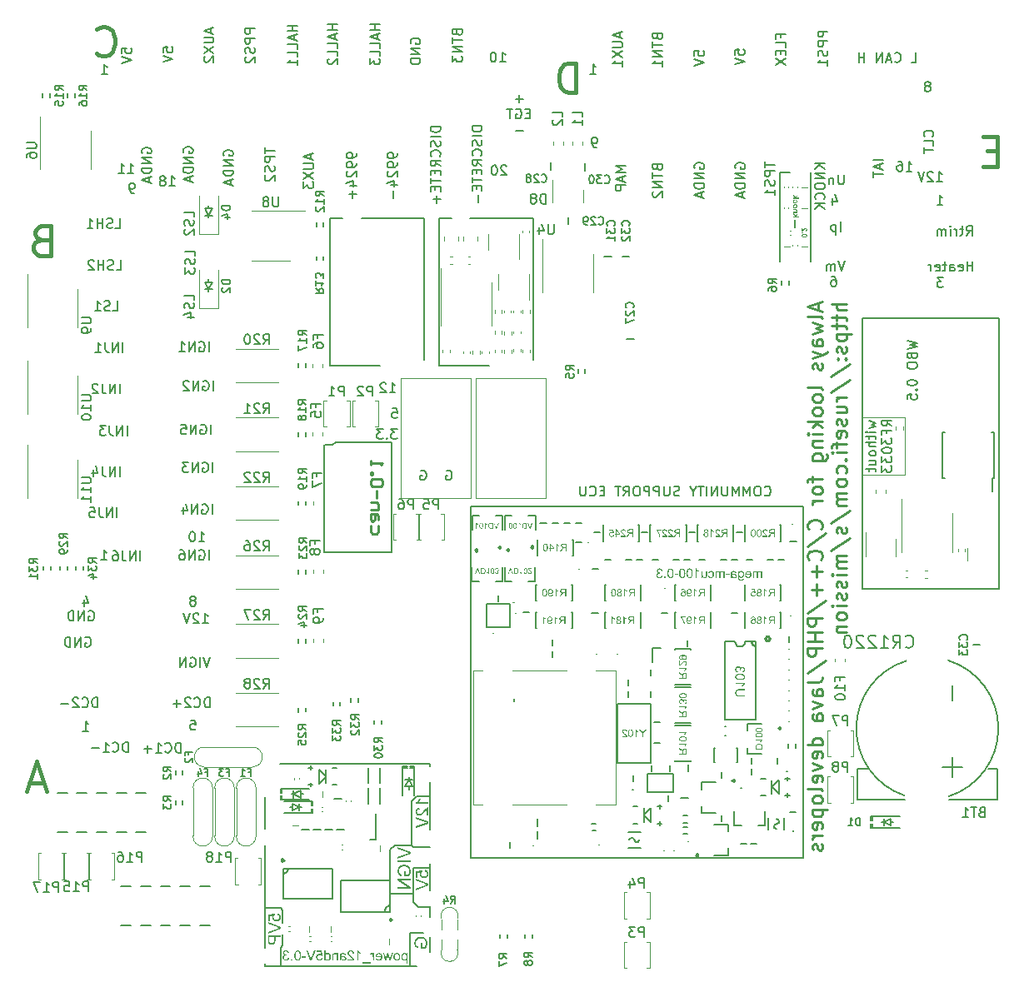
<source format=gbo>
G75*
G70*
%OFA0B0*%
%FSLAX25Y25*%
%IPPOS*%
%LPD*%
%AMOC8*
5,1,8,0,0,1.08239X$1,22.5*
%
%ADD10C,0.00787*%
%ADD101C,0.00394*%
%ADD133C,0.01000*%
%ADD232C,0.00300*%
%ADD80C,0.00591*%
%ADD81C,0.00472*%
%ADD85C,0.01772*%
%ADD86C,0.00669*%
%ADD87C,0.00984*%
%ADD88C,0.00500*%
%ADD90C,0.00800*%
%ADD93C,0.00390*%
X0000000Y0000000D02*
%LPD*%
G01*
D80*
X0155718Y0374456D02*
X0155531Y0374831D01*
X0155531Y0374831D02*
X0155531Y0375394D01*
X0155531Y0375394D02*
X0155718Y0375956D01*
X0155718Y0375956D02*
X0156093Y0376331D01*
X0156093Y0376331D02*
X0156468Y0376519D01*
X0156468Y0376519D02*
X0157218Y0376706D01*
X0157218Y0376706D02*
X0157780Y0376706D01*
X0157780Y0376706D02*
X0158530Y0376519D01*
X0158530Y0376519D02*
X0158905Y0376331D01*
X0158905Y0376331D02*
X0159280Y0375956D01*
X0159280Y0375956D02*
X0159468Y0375394D01*
X0159468Y0375394D02*
X0159468Y0375019D01*
X0159468Y0375019D02*
X0159280Y0374456D01*
X0159280Y0374456D02*
X0159093Y0374269D01*
X0159093Y0374269D02*
X0157780Y0374269D01*
X0157780Y0374269D02*
X0157780Y0375019D01*
X0159468Y0372582D02*
X0155531Y0372582D01*
X0155531Y0372582D02*
X0159468Y0370332D01*
X0159468Y0370332D02*
X0155531Y0370332D01*
X0159468Y0368457D02*
X0155531Y0368457D01*
X0155531Y0368457D02*
X0155531Y0367520D01*
X0155531Y0367520D02*
X0155718Y0366957D01*
X0155718Y0366957D02*
X0156093Y0366582D01*
X0156093Y0366582D02*
X0156468Y0366395D01*
X0156468Y0366395D02*
X0157218Y0366207D01*
X0157218Y0366207D02*
X0157780Y0366207D01*
X0157780Y0366207D02*
X0158530Y0366395D01*
X0158530Y0366395D02*
X0158905Y0366582D01*
X0158905Y0366582D02*
X0159280Y0366957D01*
X0159280Y0366957D02*
X0159468Y0367520D01*
X0159468Y0367520D02*
X0159468Y0368457D01*
X0025441Y0136801D02*
X0025816Y0136989D01*
X0025816Y0136989D02*
X0026378Y0136989D01*
X0026378Y0136989D02*
X0026940Y0136801D01*
X0026940Y0136801D02*
X0027315Y0136426D01*
X0027315Y0136426D02*
X0027503Y0136052D01*
X0027503Y0136052D02*
X0027690Y0135302D01*
X0027690Y0135302D02*
X0027690Y0134739D01*
X0027690Y0134739D02*
X0027503Y0133989D01*
X0027503Y0133989D02*
X0027315Y0133614D01*
X0027315Y0133614D02*
X0026940Y0133239D01*
X0026940Y0133239D02*
X0026378Y0133052D01*
X0026378Y0133052D02*
X0026003Y0133052D01*
X0026003Y0133052D02*
X0025441Y0133239D01*
X0025441Y0133239D02*
X0025253Y0133427D01*
X0025253Y0133427D02*
X0025253Y0134739D01*
X0025253Y0134739D02*
X0026003Y0134739D01*
X0023566Y0133052D02*
X0023566Y0136989D01*
X0023566Y0136989D02*
X0021316Y0133052D01*
X0021316Y0133052D02*
X0021316Y0136989D01*
X0019441Y0133052D02*
X0019441Y0136989D01*
X0019441Y0136989D02*
X0018504Y0136989D01*
X0018504Y0136989D02*
X0017942Y0136801D01*
X0017942Y0136801D02*
X0017567Y0136426D01*
X0017567Y0136426D02*
X0017379Y0136052D01*
X0017379Y0136052D02*
X0017192Y0135302D01*
X0017192Y0135302D02*
X0017192Y0134739D01*
X0017192Y0134739D02*
X0017379Y0133989D01*
X0017379Y0133989D02*
X0017567Y0133614D01*
X0017567Y0133614D02*
X0017942Y0133239D01*
X0017942Y0133239D02*
X0018504Y0133052D01*
X0018504Y0133052D02*
X0019441Y0133052D01*
X0059018Y0317501D02*
X0061267Y0317501D01*
X0060142Y0317501D02*
X0060142Y0321438D01*
X0060142Y0321438D02*
X0060517Y0320875D01*
X0060517Y0320875D02*
X0060892Y0320500D01*
X0060892Y0320500D02*
X0061267Y0320313D01*
X0056768Y0319750D02*
X0057143Y0319938D01*
X0057143Y0319938D02*
X0057330Y0320125D01*
X0057330Y0320125D02*
X0057518Y0320500D01*
X0057518Y0320500D02*
X0057518Y0320688D01*
X0057518Y0320688D02*
X0057330Y0321063D01*
X0057330Y0321063D02*
X0057143Y0321250D01*
X0057143Y0321250D02*
X0056768Y0321438D01*
X0056768Y0321438D02*
X0056018Y0321438D01*
X0056018Y0321438D02*
X0055643Y0321250D01*
X0055643Y0321250D02*
X0055456Y0321063D01*
X0055456Y0321063D02*
X0055268Y0320688D01*
X0055268Y0320688D02*
X0055268Y0320500D01*
X0055268Y0320500D02*
X0055456Y0320125D01*
X0055456Y0320125D02*
X0055643Y0319938D01*
X0055643Y0319938D02*
X0056018Y0319750D01*
X0056018Y0319750D02*
X0056768Y0319750D01*
X0056768Y0319750D02*
X0057143Y0319563D01*
X0057143Y0319563D02*
X0057330Y0319375D01*
X0057330Y0319375D02*
X0057518Y0319001D01*
X0057518Y0319001D02*
X0057518Y0318251D01*
X0057518Y0318251D02*
X0057330Y0317876D01*
X0057330Y0317876D02*
X0057143Y0317688D01*
X0057143Y0317688D02*
X0056768Y0317501D01*
X0056768Y0317501D02*
X0056018Y0317501D01*
X0056018Y0317501D02*
X0055643Y0317688D01*
X0055643Y0317688D02*
X0055456Y0317876D01*
X0055456Y0317876D02*
X0055268Y0318251D01*
X0055268Y0318251D02*
X0055268Y0319001D01*
X0055268Y0319001D02*
X0055456Y0319375D01*
X0055456Y0319375D02*
X0055643Y0319563D01*
X0055643Y0319563D02*
X0056018Y0319750D01*
X0143326Y0382087D02*
X0139389Y0382087D01*
X0141264Y0382087D02*
X0141264Y0379837D01*
X0143326Y0379837D02*
X0139389Y0379837D01*
X0142201Y0378150D02*
X0142201Y0376275D01*
X0143326Y0378525D02*
X0139389Y0377212D01*
X0139389Y0377212D02*
X0143326Y0375900D01*
X0143326Y0372713D02*
X0143326Y0374588D01*
X0143326Y0374588D02*
X0139389Y0374588D01*
X0143326Y0369526D02*
X0143326Y0371400D01*
X0143326Y0371400D02*
X0139389Y0371400D01*
X0139389Y0368588D02*
X0139389Y0366151D01*
X0139389Y0366151D02*
X0140889Y0367463D01*
X0140889Y0367463D02*
X0140889Y0366901D01*
X0140889Y0366901D02*
X0141076Y0366526D01*
X0141076Y0366526D02*
X0141264Y0366339D01*
X0141264Y0366339D02*
X0141639Y0366151D01*
X0141639Y0366151D02*
X0142576Y0366151D01*
X0142576Y0366151D02*
X0142951Y0366339D01*
X0142951Y0366339D02*
X0143139Y0366526D01*
X0143139Y0366526D02*
X0143326Y0366901D01*
X0143326Y0366901D02*
X0143326Y0368026D01*
X0143326Y0368026D02*
X0143139Y0368401D01*
X0143139Y0368401D02*
X0142951Y0368588D01*
X0067567Y0103721D02*
X0069441Y0103721D01*
X0069441Y0103721D02*
X0069629Y0101846D01*
X0069629Y0101846D02*
X0069441Y0102034D01*
X0069441Y0102034D02*
X0069066Y0102221D01*
X0069066Y0102221D02*
X0068129Y0102221D01*
X0068129Y0102221D02*
X0067754Y0102034D01*
X0067754Y0102034D02*
X0067567Y0101846D01*
X0067567Y0101846D02*
X0067379Y0101471D01*
X0067379Y0101471D02*
X0067379Y0100534D01*
X0067379Y0100534D02*
X0067567Y0100159D01*
X0067567Y0100159D02*
X0067754Y0099972D01*
X0067754Y0099972D02*
X0068129Y0099784D01*
X0068129Y0099784D02*
X0069066Y0099784D01*
X0069066Y0099784D02*
X0069441Y0099972D01*
X0069441Y0099972D02*
X0069629Y0100159D01*
X0075225Y0108839D02*
X0075225Y0112776D01*
X0075225Y0112776D02*
X0074288Y0112776D01*
X0074288Y0112776D02*
X0073725Y0112589D01*
X0073725Y0112589D02*
X0073350Y0112214D01*
X0073350Y0112214D02*
X0073163Y0111839D01*
X0073163Y0111839D02*
X0072975Y0111089D01*
X0072975Y0111089D02*
X0072975Y0110527D01*
X0072975Y0110527D02*
X0073163Y0109777D01*
X0073163Y0109777D02*
X0073350Y0109402D01*
X0073350Y0109402D02*
X0073725Y0109027D01*
X0073725Y0109027D02*
X0074288Y0108839D01*
X0074288Y0108839D02*
X0075225Y0108839D01*
X0069038Y0109214D02*
X0069226Y0109027D01*
X0069226Y0109027D02*
X0069788Y0108839D01*
X0069788Y0108839D02*
X0070163Y0108839D01*
X0070163Y0108839D02*
X0070726Y0109027D01*
X0070726Y0109027D02*
X0071100Y0109402D01*
X0071100Y0109402D02*
X0071288Y0109777D01*
X0071288Y0109777D02*
X0071475Y0110527D01*
X0071475Y0110527D02*
X0071475Y0111089D01*
X0071475Y0111089D02*
X0071288Y0111839D01*
X0071288Y0111839D02*
X0071100Y0112214D01*
X0071100Y0112214D02*
X0070726Y0112589D01*
X0070726Y0112589D02*
X0070163Y0112776D01*
X0070163Y0112776D02*
X0069788Y0112776D01*
X0069788Y0112776D02*
X0069226Y0112589D01*
X0069226Y0112589D02*
X0069038Y0112401D01*
X0067538Y0112401D02*
X0067351Y0112589D01*
X0067351Y0112589D02*
X0066976Y0112776D01*
X0066976Y0112776D02*
X0066039Y0112776D01*
X0066039Y0112776D02*
X0065664Y0112589D01*
X0065664Y0112589D02*
X0065476Y0112401D01*
X0065476Y0112401D02*
X0065289Y0112026D01*
X0065289Y0112026D02*
X0065289Y0111651D01*
X0065289Y0111651D02*
X0065476Y0111089D01*
X0065476Y0111089D02*
X0067726Y0108839D01*
X0067726Y0108839D02*
X0065289Y0108839D01*
X0063601Y0110339D02*
X0060602Y0110339D01*
X0062102Y0108839D02*
X0062102Y0111839D01*
X0039295Y0234430D02*
X0039295Y0238367D01*
X0037420Y0234430D02*
X0037420Y0238367D01*
X0037420Y0238367D02*
X0035171Y0234430D01*
X0035171Y0234430D02*
X0035171Y0238367D01*
X0032171Y0238367D02*
X0032171Y0235555D01*
X0032171Y0235555D02*
X0032358Y0234992D01*
X0032358Y0234992D02*
X0032733Y0234617D01*
X0032733Y0234617D02*
X0033296Y0234430D01*
X0033296Y0234430D02*
X0033671Y0234430D01*
X0030484Y0237992D02*
X0030296Y0238179D01*
X0030296Y0238179D02*
X0029921Y0238367D01*
X0029921Y0238367D02*
X0028984Y0238367D01*
X0028984Y0238367D02*
X0028609Y0238179D01*
X0028609Y0238179D02*
X0028421Y0237992D01*
X0028421Y0237992D02*
X0028234Y0237617D01*
X0028234Y0237617D02*
X0028234Y0237242D01*
X0028234Y0237242D02*
X0028421Y0236680D01*
X0028421Y0236680D02*
X0030671Y0234430D01*
X0030671Y0234430D02*
X0028234Y0234430D01*
X0167539Y0341185D02*
X0163602Y0341185D01*
X0163602Y0341185D02*
X0163602Y0340247D01*
X0163602Y0340247D02*
X0163789Y0339685D01*
X0163789Y0339685D02*
X0164164Y0339310D01*
X0164164Y0339310D02*
X0164539Y0339123D01*
X0164539Y0339123D02*
X0165289Y0338935D01*
X0165289Y0338935D02*
X0165851Y0338935D01*
X0165851Y0338935D02*
X0166601Y0339123D01*
X0166601Y0339123D02*
X0166976Y0339310D01*
X0166976Y0339310D02*
X0167351Y0339685D01*
X0167351Y0339685D02*
X0167539Y0340247D01*
X0167539Y0340247D02*
X0167539Y0341185D01*
X0167539Y0337248D02*
X0163602Y0337248D01*
X0167351Y0335561D02*
X0167539Y0334998D01*
X0167539Y0334998D02*
X0167539Y0334061D01*
X0167539Y0334061D02*
X0167351Y0333686D01*
X0167351Y0333686D02*
X0167164Y0333498D01*
X0167164Y0333498D02*
X0166789Y0333311D01*
X0166789Y0333311D02*
X0166414Y0333311D01*
X0166414Y0333311D02*
X0166039Y0333498D01*
X0166039Y0333498D02*
X0165851Y0333686D01*
X0165851Y0333686D02*
X0165664Y0334061D01*
X0165664Y0334061D02*
X0165476Y0334811D01*
X0165476Y0334811D02*
X0165289Y0335186D01*
X0165289Y0335186D02*
X0165101Y0335373D01*
X0165101Y0335373D02*
X0164727Y0335561D01*
X0164727Y0335561D02*
X0164352Y0335561D01*
X0164352Y0335561D02*
X0163977Y0335373D01*
X0163977Y0335373D02*
X0163789Y0335186D01*
X0163789Y0335186D02*
X0163602Y0334811D01*
X0163602Y0334811D02*
X0163602Y0333873D01*
X0163602Y0333873D02*
X0163789Y0333311D01*
X0167164Y0329374D02*
X0167351Y0329561D01*
X0167351Y0329561D02*
X0167539Y0330124D01*
X0167539Y0330124D02*
X0167539Y0330499D01*
X0167539Y0330499D02*
X0167351Y0331061D01*
X0167351Y0331061D02*
X0166976Y0331436D01*
X0166976Y0331436D02*
X0166601Y0331624D01*
X0166601Y0331624D02*
X0165851Y0331811D01*
X0165851Y0331811D02*
X0165289Y0331811D01*
X0165289Y0331811D02*
X0164539Y0331624D01*
X0164539Y0331624D02*
X0164164Y0331436D01*
X0164164Y0331436D02*
X0163789Y0331061D01*
X0163789Y0331061D02*
X0163602Y0330499D01*
X0163602Y0330499D02*
X0163602Y0330124D01*
X0163602Y0330124D02*
X0163789Y0329561D01*
X0163789Y0329561D02*
X0163977Y0329374D01*
X0167539Y0325437D02*
X0165664Y0326749D01*
X0167539Y0327687D02*
X0163602Y0327687D01*
X0163602Y0327687D02*
X0163602Y0326187D01*
X0163602Y0326187D02*
X0163789Y0325812D01*
X0163789Y0325812D02*
X0163977Y0325624D01*
X0163977Y0325624D02*
X0164352Y0325437D01*
X0164352Y0325437D02*
X0164914Y0325437D01*
X0164914Y0325437D02*
X0165289Y0325624D01*
X0165289Y0325624D02*
X0165476Y0325812D01*
X0165476Y0325812D02*
X0165664Y0326187D01*
X0165664Y0326187D02*
X0165664Y0327687D01*
X0165476Y0323750D02*
X0165476Y0322437D01*
X0167539Y0321875D02*
X0167539Y0323750D01*
X0167539Y0323750D02*
X0163602Y0323750D01*
X0163602Y0323750D02*
X0163602Y0321875D01*
X0163602Y0320750D02*
X0163602Y0318500D01*
X0167539Y0319625D02*
X0163602Y0319625D01*
X0165476Y0317188D02*
X0165476Y0315876D01*
X0167539Y0315313D02*
X0167539Y0317188D01*
X0167539Y0317188D02*
X0163602Y0317188D01*
X0163602Y0317188D02*
X0163602Y0315313D01*
X0166039Y0313626D02*
X0166039Y0310626D01*
X0167539Y0312126D02*
X0164539Y0312126D01*
X0324053Y0281280D02*
X0324803Y0281280D01*
X0324803Y0281280D02*
X0325178Y0281093D01*
X0325178Y0281093D02*
X0325366Y0280905D01*
X0325366Y0280905D02*
X0325741Y0280343D01*
X0325741Y0280343D02*
X0325928Y0279593D01*
X0325928Y0279593D02*
X0325928Y0278093D01*
X0325928Y0278093D02*
X0325741Y0277718D01*
X0325741Y0277718D02*
X0325553Y0277531D01*
X0325553Y0277531D02*
X0325178Y0277343D01*
X0325178Y0277343D02*
X0324428Y0277343D01*
X0324428Y0277343D02*
X0324053Y0277531D01*
X0324053Y0277531D02*
X0323866Y0277718D01*
X0323866Y0277718D02*
X0323678Y0278093D01*
X0323678Y0278093D02*
X0323678Y0279031D01*
X0323678Y0279031D02*
X0323866Y0279405D01*
X0323866Y0279405D02*
X0324053Y0279593D01*
X0324053Y0279593D02*
X0324428Y0279780D01*
X0324428Y0279780D02*
X0325178Y0279780D01*
X0325178Y0279780D02*
X0325553Y0279593D01*
X0325553Y0279593D02*
X0325741Y0279405D01*
X0325741Y0279405D02*
X0325928Y0279031D01*
X0039980Y0370632D02*
X0039980Y0372507D01*
X0039980Y0372507D02*
X0041854Y0372694D01*
X0041854Y0372694D02*
X0041667Y0372507D01*
X0041667Y0372507D02*
X0041479Y0372132D01*
X0041479Y0372132D02*
X0041479Y0371194D01*
X0041479Y0371194D02*
X0041667Y0370819D01*
X0041667Y0370819D02*
X0041854Y0370632D01*
X0041854Y0370632D02*
X0042229Y0370444D01*
X0042229Y0370444D02*
X0043167Y0370444D01*
X0043167Y0370444D02*
X0043542Y0370632D01*
X0043542Y0370632D02*
X0043729Y0370819D01*
X0043729Y0370819D02*
X0043917Y0371194D01*
X0043917Y0371194D02*
X0043917Y0372132D01*
X0043917Y0372132D02*
X0043729Y0372507D01*
X0043729Y0372507D02*
X0043542Y0372694D01*
X0039980Y0369319D02*
X0043917Y0368007D01*
X0043917Y0368007D02*
X0039980Y0366695D01*
X0150187Y0220257D02*
X0147750Y0220257D01*
X0147750Y0220257D02*
X0149063Y0218757D01*
X0149063Y0218757D02*
X0148500Y0218757D01*
X0148500Y0218757D02*
X0148125Y0218569D01*
X0148125Y0218569D02*
X0147938Y0218382D01*
X0147938Y0218382D02*
X0147750Y0218007D01*
X0147750Y0218007D02*
X0147750Y0217070D01*
X0147750Y0217070D02*
X0147938Y0216695D01*
X0147938Y0216695D02*
X0148125Y0216507D01*
X0148125Y0216507D02*
X0148500Y0216320D01*
X0148500Y0216320D02*
X0149625Y0216320D01*
X0149625Y0216320D02*
X0150000Y0216507D01*
X0150000Y0216507D02*
X0150187Y0216695D01*
X0146063Y0216695D02*
X0145876Y0216507D01*
X0145876Y0216507D02*
X0146063Y0216320D01*
X0146063Y0216320D02*
X0146250Y0216507D01*
X0146250Y0216507D02*
X0146063Y0216695D01*
X0146063Y0216695D02*
X0146063Y0216320D01*
X0144563Y0220257D02*
X0142126Y0220257D01*
X0142126Y0220257D02*
X0143438Y0218757D01*
X0143438Y0218757D02*
X0142876Y0218757D01*
X0142876Y0218757D02*
X0142501Y0218569D01*
X0142501Y0218569D02*
X0142313Y0218382D01*
X0142313Y0218382D02*
X0142126Y0218007D01*
X0142126Y0218007D02*
X0142126Y0217070D01*
X0142126Y0217070D02*
X0142313Y0216695D01*
X0142313Y0216695D02*
X0142501Y0216507D01*
X0142501Y0216507D02*
X0142876Y0216320D01*
X0142876Y0216320D02*
X0144001Y0216320D01*
X0144001Y0216320D02*
X0144376Y0216507D01*
X0144376Y0216507D02*
X0144563Y0216695D01*
X0070871Y0175199D02*
X0073121Y0175199D01*
X0071996Y0175199D02*
X0071996Y0179136D01*
X0071996Y0179136D02*
X0072371Y0178574D01*
X0072371Y0178574D02*
X0072746Y0178199D01*
X0072746Y0178199D02*
X0073121Y0178011D01*
X0068434Y0179136D02*
X0068059Y0179136D01*
X0068059Y0179136D02*
X0067684Y0178949D01*
X0067684Y0178949D02*
X0067496Y0178761D01*
X0067496Y0178761D02*
X0067309Y0178386D01*
X0067309Y0178386D02*
X0067121Y0177636D01*
X0067121Y0177636D02*
X0067121Y0176699D01*
X0067121Y0176699D02*
X0067309Y0175949D01*
X0067309Y0175949D02*
X0067496Y0175574D01*
X0067496Y0175574D02*
X0067684Y0175387D01*
X0067684Y0175387D02*
X0068059Y0175199D01*
X0068059Y0175199D02*
X0068434Y0175199D01*
X0068434Y0175199D02*
X0068809Y0175387D01*
X0068809Y0175387D02*
X0068996Y0175574D01*
X0068996Y0175574D02*
X0069184Y0175949D01*
X0069184Y0175949D02*
X0069371Y0176699D01*
X0069371Y0176699D02*
X0069371Y0177636D01*
X0069371Y0177636D02*
X0069184Y0178386D01*
X0069184Y0178386D02*
X0068996Y0178761D01*
X0068996Y0178761D02*
X0068809Y0178949D01*
X0068809Y0178949D02*
X0068434Y0179136D01*
X0026819Y0147234D02*
X0027193Y0147422D01*
X0027193Y0147422D02*
X0027756Y0147422D01*
X0027756Y0147422D02*
X0028318Y0147234D01*
X0028318Y0147234D02*
X0028693Y0146860D01*
X0028693Y0146860D02*
X0028881Y0146485D01*
X0028881Y0146485D02*
X0029068Y0145735D01*
X0029068Y0145735D02*
X0029068Y0145172D01*
X0029068Y0145172D02*
X0028881Y0144422D01*
X0028881Y0144422D02*
X0028693Y0144047D01*
X0028693Y0144047D02*
X0028318Y0143672D01*
X0028318Y0143672D02*
X0027756Y0143485D01*
X0027756Y0143485D02*
X0027381Y0143485D01*
X0027381Y0143485D02*
X0026819Y0143672D01*
X0026819Y0143672D02*
X0026631Y0143860D01*
X0026631Y0143860D02*
X0026631Y0145172D01*
X0026631Y0145172D02*
X0027381Y0145172D01*
X0024944Y0143485D02*
X0024944Y0147422D01*
X0024944Y0147422D02*
X0022694Y0143485D01*
X0022694Y0143485D02*
X0022694Y0147422D01*
X0020819Y0143485D02*
X0020819Y0147422D01*
X0020819Y0147422D02*
X0019882Y0147422D01*
X0019882Y0147422D02*
X0019319Y0147234D01*
X0019319Y0147234D02*
X0018945Y0146860D01*
X0018945Y0146860D02*
X0018757Y0146485D01*
X0018757Y0146485D02*
X0018570Y0145735D01*
X0018570Y0145735D02*
X0018570Y0145172D01*
X0018570Y0145172D02*
X0018757Y0144422D01*
X0018757Y0144422D02*
X0018945Y0144047D01*
X0018945Y0144047D02*
X0019319Y0143672D01*
X0019319Y0143672D02*
X0019882Y0143485D01*
X0019882Y0143485D02*
X0020819Y0143485D01*
X0068917Y0271822D02*
X0068917Y0273697D01*
X0068917Y0273697D02*
X0064980Y0273697D01*
X0068729Y0270697D02*
X0068917Y0270135D01*
X0068917Y0270135D02*
X0068917Y0269198D01*
X0068917Y0269198D02*
X0068729Y0268823D01*
X0068729Y0268823D02*
X0068542Y0268635D01*
X0068542Y0268635D02*
X0068167Y0268448D01*
X0068167Y0268448D02*
X0067792Y0268448D01*
X0067792Y0268448D02*
X0067417Y0268635D01*
X0067417Y0268635D02*
X0067229Y0268823D01*
X0067229Y0268823D02*
X0067042Y0269198D01*
X0067042Y0269198D02*
X0066854Y0269948D01*
X0066854Y0269948D02*
X0066667Y0270322D01*
X0066667Y0270322D02*
X0066479Y0270510D01*
X0066479Y0270510D02*
X0066104Y0270697D01*
X0066104Y0270697D02*
X0065730Y0270697D01*
X0065730Y0270697D02*
X0065355Y0270510D01*
X0065355Y0270510D02*
X0065167Y0270322D01*
X0065167Y0270322D02*
X0064980Y0269948D01*
X0064980Y0269948D02*
X0064980Y0269010D01*
X0064980Y0269010D02*
X0065167Y0268448D01*
X0066292Y0265073D02*
X0068917Y0265073D01*
X0064792Y0266010D02*
X0067604Y0266948D01*
X0067604Y0266948D02*
X0067604Y0264511D01*
X0254256Y0377203D02*
X0254443Y0376640D01*
X0254443Y0376640D02*
X0254631Y0376453D01*
X0254631Y0376453D02*
X0255006Y0376265D01*
X0255006Y0376265D02*
X0255568Y0376265D01*
X0255568Y0376265D02*
X0255943Y0376453D01*
X0255943Y0376453D02*
X0256131Y0376640D01*
X0256131Y0376640D02*
X0256318Y0377015D01*
X0256318Y0377015D02*
X0256318Y0378515D01*
X0256318Y0378515D02*
X0252381Y0378515D01*
X0252381Y0378515D02*
X0252381Y0377203D01*
X0252381Y0377203D02*
X0252569Y0376828D01*
X0252569Y0376828D02*
X0252756Y0376640D01*
X0252756Y0376640D02*
X0253131Y0376453D01*
X0253131Y0376453D02*
X0253506Y0376453D01*
X0253506Y0376453D02*
X0253881Y0376640D01*
X0253881Y0376640D02*
X0254068Y0376828D01*
X0254068Y0376828D02*
X0254256Y0377203D01*
X0254256Y0377203D02*
X0254256Y0378515D01*
X0252381Y0375141D02*
X0252381Y0372891D01*
X0256318Y0374016D02*
X0252381Y0374016D01*
X0256318Y0371579D02*
X0252381Y0371579D01*
X0252381Y0371579D02*
X0256318Y0369329D01*
X0256318Y0369329D02*
X0252381Y0369329D01*
X0256318Y0365392D02*
X0256318Y0367642D01*
X0256318Y0366517D02*
X0252381Y0366517D01*
X0252381Y0366517D02*
X0252944Y0366892D01*
X0252944Y0366892D02*
X0253319Y0367267D01*
X0253319Y0367267D02*
X0253506Y0367642D01*
X0044844Y0314745D02*
X0044094Y0314745D01*
X0044094Y0314745D02*
X0043720Y0314932D01*
X0043720Y0314932D02*
X0043532Y0315120D01*
X0043532Y0315120D02*
X0043157Y0315682D01*
X0043157Y0315682D02*
X0042970Y0316432D01*
X0042970Y0316432D02*
X0042970Y0317932D01*
X0042970Y0317932D02*
X0043157Y0318307D01*
X0043157Y0318307D02*
X0043345Y0318494D01*
X0043345Y0318494D02*
X0043720Y0318682D01*
X0043720Y0318682D02*
X0044469Y0318682D01*
X0044469Y0318682D02*
X0044844Y0318494D01*
X0044844Y0318494D02*
X0045032Y0318307D01*
X0045032Y0318307D02*
X0045219Y0317932D01*
X0045219Y0317932D02*
X0045219Y0316995D01*
X0045219Y0316995D02*
X0045032Y0316620D01*
X0045032Y0316620D02*
X0044844Y0316432D01*
X0044844Y0316432D02*
X0044469Y0316245D01*
X0044469Y0316245D02*
X0043720Y0316245D01*
X0043720Y0316245D02*
X0043345Y0316432D01*
X0043345Y0316432D02*
X0043157Y0316620D01*
X0043157Y0316620D02*
X0042970Y0316995D01*
X0150176Y0330504D02*
X0150176Y0329754D01*
X0150176Y0329754D02*
X0149989Y0329379D01*
X0149989Y0329379D02*
X0149801Y0329192D01*
X0149801Y0329192D02*
X0149239Y0328817D01*
X0149239Y0328817D02*
X0148489Y0328630D01*
X0148489Y0328630D02*
X0146989Y0328630D01*
X0146989Y0328630D02*
X0146614Y0328817D01*
X0146614Y0328817D02*
X0146427Y0329004D01*
X0146427Y0329004D02*
X0146239Y0329379D01*
X0146239Y0329379D02*
X0146239Y0330129D01*
X0146239Y0330129D02*
X0146427Y0330504D01*
X0146427Y0330504D02*
X0146614Y0330692D01*
X0146614Y0330692D02*
X0146989Y0330879D01*
X0146989Y0330879D02*
X0147927Y0330879D01*
X0147927Y0330879D02*
X0148302Y0330692D01*
X0148302Y0330692D02*
X0148489Y0330504D01*
X0148489Y0330504D02*
X0148677Y0330129D01*
X0148677Y0330129D02*
X0148677Y0329379D01*
X0148677Y0329379D02*
X0148489Y0329004D01*
X0148489Y0329004D02*
X0148302Y0328817D01*
X0148302Y0328817D02*
X0147927Y0328630D01*
X0150176Y0326755D02*
X0150176Y0326005D01*
X0150176Y0326005D02*
X0149989Y0325630D01*
X0149989Y0325630D02*
X0149801Y0325442D01*
X0149801Y0325442D02*
X0149239Y0325067D01*
X0149239Y0325067D02*
X0148489Y0324880D01*
X0148489Y0324880D02*
X0146989Y0324880D01*
X0146989Y0324880D02*
X0146614Y0325067D01*
X0146614Y0325067D02*
X0146427Y0325255D01*
X0146427Y0325255D02*
X0146239Y0325630D01*
X0146239Y0325630D02*
X0146239Y0326380D01*
X0146239Y0326380D02*
X0146427Y0326755D01*
X0146427Y0326755D02*
X0146614Y0326942D01*
X0146614Y0326942D02*
X0146989Y0327130D01*
X0146989Y0327130D02*
X0147927Y0327130D01*
X0147927Y0327130D02*
X0148302Y0326942D01*
X0148302Y0326942D02*
X0148489Y0326755D01*
X0148489Y0326755D02*
X0148677Y0326380D01*
X0148677Y0326380D02*
X0148677Y0325630D01*
X0148677Y0325630D02*
X0148489Y0325255D01*
X0148489Y0325255D02*
X0148302Y0325067D01*
X0148302Y0325067D02*
X0147927Y0324880D01*
X0146614Y0323380D02*
X0146427Y0323193D01*
X0146427Y0323193D02*
X0146239Y0322818D01*
X0146239Y0322818D02*
X0146239Y0321880D01*
X0146239Y0321880D02*
X0146427Y0321505D01*
X0146427Y0321505D02*
X0146614Y0321318D01*
X0146614Y0321318D02*
X0146989Y0321130D01*
X0146989Y0321130D02*
X0147364Y0321130D01*
X0147364Y0321130D02*
X0147927Y0321318D01*
X0147927Y0321318D02*
X0150176Y0323568D01*
X0150176Y0323568D02*
X0150176Y0321130D01*
X0147552Y0317756D02*
X0150176Y0317756D01*
X0146052Y0318693D02*
X0148864Y0319631D01*
X0148864Y0319631D02*
X0148864Y0317193D01*
X0148677Y0315694D02*
X0148677Y0312694D01*
X0042482Y0322619D02*
X0044732Y0322619D01*
X0043607Y0322619D02*
X0043607Y0326556D01*
X0043607Y0326556D02*
X0043982Y0325993D01*
X0043982Y0325993D02*
X0044357Y0325618D01*
X0044357Y0325618D02*
X0044732Y0325431D01*
X0038733Y0322619D02*
X0040982Y0322619D01*
X0039858Y0322619D02*
X0039858Y0326556D01*
X0039858Y0326556D02*
X0040232Y0325993D01*
X0040232Y0325993D02*
X0040607Y0325618D01*
X0040607Y0325618D02*
X0040982Y0325431D01*
X0110255Y0381693D02*
X0106318Y0381693D01*
X0108193Y0381693D02*
X0108193Y0379443D01*
X0110255Y0379443D02*
X0106318Y0379443D01*
X0109130Y0377756D02*
X0109130Y0375881D01*
X0110255Y0378131D02*
X0106318Y0376819D01*
X0106318Y0376819D02*
X0110255Y0375506D01*
X0110255Y0372319D02*
X0110255Y0374194D01*
X0110255Y0374194D02*
X0106318Y0374194D01*
X0110255Y0369132D02*
X0110255Y0371007D01*
X0110255Y0371007D02*
X0106318Y0371007D01*
X0110255Y0365757D02*
X0110255Y0368007D01*
X0110255Y0366882D02*
X0106318Y0366882D01*
X0106318Y0366882D02*
X0106881Y0367257D01*
X0106881Y0367257D02*
X0107256Y0367632D01*
X0107256Y0367632D02*
X0107443Y0368007D01*
X0024841Y0152015D02*
X0024841Y0149390D01*
X0025778Y0153515D02*
X0026715Y0150703D01*
X0026715Y0150703D02*
X0024278Y0150703D01*
D85*
X0007621Y0295894D02*
X0005934Y0295331D01*
X0005934Y0295331D02*
X0005371Y0294769D01*
X0005371Y0294769D02*
X0004809Y0293644D01*
X0004809Y0293644D02*
X0004809Y0291957D01*
X0004809Y0291957D02*
X0005371Y0290832D01*
X0005371Y0290832D02*
X0005934Y0290269D01*
X0005934Y0290269D02*
X0007058Y0289707D01*
X0007058Y0289707D02*
X0011558Y0289707D01*
X0011558Y0289707D02*
X0011558Y0301518D01*
X0011558Y0301518D02*
X0007621Y0301518D01*
X0007621Y0301518D02*
X0006496Y0300955D01*
X0006496Y0300955D02*
X0005934Y0300393D01*
X0005934Y0300393D02*
X0005371Y0299268D01*
X0005371Y0299268D02*
X0005371Y0298143D01*
X0005371Y0298143D02*
X0005934Y0297018D01*
X0005934Y0297018D02*
X0006496Y0296456D01*
X0006496Y0296456D02*
X0007621Y0295894D01*
X0007621Y0295894D02*
X0011558Y0295894D01*
D80*
X0380474Y0283446D02*
X0380474Y0287383D01*
X0380474Y0285508D02*
X0378225Y0285508D01*
X0378225Y0283446D02*
X0378225Y0287383D01*
X0374850Y0283633D02*
X0375225Y0283446D01*
X0375225Y0283446D02*
X0375975Y0283446D01*
X0375975Y0283446D02*
X0376350Y0283633D01*
X0376350Y0283633D02*
X0376537Y0284008D01*
X0376537Y0284008D02*
X0376537Y0285508D01*
X0376537Y0285508D02*
X0376350Y0285883D01*
X0376350Y0285883D02*
X0375975Y0286070D01*
X0375975Y0286070D02*
X0375225Y0286070D01*
X0375225Y0286070D02*
X0374850Y0285883D01*
X0374850Y0285883D02*
X0374663Y0285508D01*
X0374663Y0285508D02*
X0374663Y0285133D01*
X0374663Y0285133D02*
X0376537Y0284758D01*
X0371288Y0283446D02*
X0371288Y0285508D01*
X0371288Y0285508D02*
X0371475Y0285883D01*
X0371475Y0285883D02*
X0371850Y0286070D01*
X0371850Y0286070D02*
X0372600Y0286070D01*
X0372600Y0286070D02*
X0372975Y0285883D01*
X0371288Y0283633D02*
X0371663Y0283446D01*
X0371663Y0283446D02*
X0372600Y0283446D01*
X0372600Y0283446D02*
X0372975Y0283633D01*
X0372975Y0283633D02*
X0373163Y0284008D01*
X0373163Y0284008D02*
X0373163Y0284383D01*
X0373163Y0284383D02*
X0372975Y0284758D01*
X0372975Y0284758D02*
X0372600Y0284945D01*
X0372600Y0284945D02*
X0371663Y0284945D01*
X0371663Y0284945D02*
X0371288Y0285133D01*
X0369976Y0286070D02*
X0368476Y0286070D01*
X0369413Y0287383D02*
X0369413Y0284008D01*
X0369413Y0284008D02*
X0369226Y0283633D01*
X0369226Y0283633D02*
X0368851Y0283446D01*
X0368851Y0283446D02*
X0368476Y0283446D01*
X0365664Y0283633D02*
X0366039Y0283446D01*
X0366039Y0283446D02*
X0366789Y0283446D01*
X0366789Y0283446D02*
X0367163Y0283633D01*
X0367163Y0283633D02*
X0367351Y0284008D01*
X0367351Y0284008D02*
X0367351Y0285508D01*
X0367351Y0285508D02*
X0367163Y0285883D01*
X0367163Y0285883D02*
X0366789Y0286070D01*
X0366789Y0286070D02*
X0366039Y0286070D01*
X0366039Y0286070D02*
X0365664Y0285883D01*
X0365664Y0285883D02*
X0365476Y0285508D01*
X0365476Y0285508D02*
X0365476Y0285133D01*
X0365476Y0285133D02*
X0367351Y0284758D01*
X0363789Y0283446D02*
X0363789Y0286070D01*
X0363789Y0285320D02*
X0363601Y0285695D01*
X0363601Y0285695D02*
X0363414Y0285883D01*
X0363414Y0285883D02*
X0363039Y0286070D01*
X0363039Y0286070D02*
X0362664Y0286070D01*
X0368635Y0280887D02*
X0366198Y0280887D01*
X0366198Y0280887D02*
X0367510Y0279387D01*
X0367510Y0279387D02*
X0366948Y0279387D01*
X0366948Y0279387D02*
X0366573Y0279199D01*
X0366573Y0279199D02*
X0366385Y0279012D01*
X0366385Y0279012D02*
X0366198Y0278637D01*
X0366198Y0278637D02*
X0366198Y0277699D01*
X0366198Y0277699D02*
X0366385Y0277324D01*
X0366385Y0277324D02*
X0366573Y0277137D01*
X0366573Y0277137D02*
X0366948Y0276950D01*
X0366948Y0276950D02*
X0368073Y0276950D01*
X0368073Y0276950D02*
X0368448Y0277137D01*
X0368448Y0277137D02*
X0368635Y0277324D01*
X0069310Y0289539D02*
X0069310Y0291414D01*
X0069310Y0291414D02*
X0065373Y0291414D01*
X0069123Y0288414D02*
X0069310Y0287852D01*
X0069310Y0287852D02*
X0069310Y0286914D01*
X0069310Y0286914D02*
X0069123Y0286539D01*
X0069123Y0286539D02*
X0068935Y0286352D01*
X0068935Y0286352D02*
X0068560Y0286164D01*
X0068560Y0286164D02*
X0068185Y0286164D01*
X0068185Y0286164D02*
X0067810Y0286352D01*
X0067810Y0286352D02*
X0067623Y0286539D01*
X0067623Y0286539D02*
X0067436Y0286914D01*
X0067436Y0286914D02*
X0067248Y0287664D01*
X0067248Y0287664D02*
X0067061Y0288039D01*
X0067061Y0288039D02*
X0066873Y0288226D01*
X0066873Y0288226D02*
X0066498Y0288414D01*
X0066498Y0288414D02*
X0066123Y0288414D01*
X0066123Y0288414D02*
X0065748Y0288226D01*
X0065748Y0288226D02*
X0065561Y0288039D01*
X0065561Y0288039D02*
X0065373Y0287664D01*
X0065373Y0287664D02*
X0065373Y0286727D01*
X0065373Y0286727D02*
X0065561Y0286164D01*
X0065373Y0284852D02*
X0065373Y0282415D01*
X0065373Y0282415D02*
X0066873Y0283727D01*
X0066873Y0283727D02*
X0066873Y0283165D01*
X0066873Y0283165D02*
X0067061Y0282790D01*
X0067061Y0282790D02*
X0067248Y0282602D01*
X0067248Y0282602D02*
X0067623Y0282415D01*
X0067623Y0282415D02*
X0068560Y0282415D01*
X0068560Y0282415D02*
X0068935Y0282602D01*
X0068935Y0282602D02*
X0069123Y0282790D01*
X0069123Y0282790D02*
X0069310Y0283165D01*
X0069310Y0283165D02*
X0069310Y0284289D01*
X0069310Y0284289D02*
X0069123Y0284664D01*
X0069123Y0284664D02*
X0068935Y0284852D01*
X0285255Y0370041D02*
X0285255Y0371916D01*
X0285255Y0371916D02*
X0287130Y0372103D01*
X0287130Y0372103D02*
X0286942Y0371916D01*
X0286942Y0371916D02*
X0286755Y0371541D01*
X0286755Y0371541D02*
X0286755Y0370604D01*
X0286755Y0370604D02*
X0286942Y0370229D01*
X0286942Y0370229D02*
X0287130Y0370041D01*
X0287130Y0370041D02*
X0287505Y0369854D01*
X0287505Y0369854D02*
X0288442Y0369854D01*
X0288442Y0369854D02*
X0288817Y0370041D01*
X0288817Y0370041D02*
X0289005Y0370229D01*
X0289005Y0370229D02*
X0289192Y0370604D01*
X0289192Y0370604D02*
X0289192Y0371541D01*
X0289192Y0371541D02*
X0289005Y0371916D01*
X0289005Y0371916D02*
X0288817Y0372103D01*
X0285255Y0368729D02*
X0289192Y0367417D01*
X0289192Y0367417D02*
X0285255Y0366104D01*
D87*
X0318681Y0270669D02*
X0318681Y0267856D01*
X0320368Y0271231D02*
X0314462Y0269262D01*
X0314462Y0269262D02*
X0320368Y0267294D01*
X0320368Y0264482D02*
X0320087Y0265044D01*
X0320087Y0265044D02*
X0319524Y0265325D01*
X0319524Y0265325D02*
X0314462Y0265325D01*
X0316431Y0262795D02*
X0320368Y0261670D01*
X0320368Y0261670D02*
X0317556Y0260545D01*
X0317556Y0260545D02*
X0320368Y0259420D01*
X0320368Y0259420D02*
X0316431Y0258295D01*
X0320368Y0253514D02*
X0317275Y0253514D01*
X0317275Y0253514D02*
X0316712Y0253796D01*
X0316712Y0253796D02*
X0316431Y0254358D01*
X0316431Y0254358D02*
X0316431Y0255483D01*
X0316431Y0255483D02*
X0316712Y0256045D01*
X0320087Y0253514D02*
X0320368Y0254077D01*
X0320368Y0254077D02*
X0320368Y0255483D01*
X0320368Y0255483D02*
X0320087Y0256045D01*
X0320087Y0256045D02*
X0319524Y0256327D01*
X0319524Y0256327D02*
X0318962Y0256327D01*
X0318962Y0256327D02*
X0318399Y0256045D01*
X0318399Y0256045D02*
X0318118Y0255483D01*
X0318118Y0255483D02*
X0318118Y0254077D01*
X0318118Y0254077D02*
X0317837Y0253514D01*
X0316431Y0251265D02*
X0320368Y0249859D01*
X0316431Y0248453D02*
X0320368Y0249859D01*
X0320368Y0249859D02*
X0321774Y0250421D01*
X0321774Y0250421D02*
X0322055Y0250702D01*
X0322055Y0250702D02*
X0322336Y0251265D01*
X0320087Y0246484D02*
X0320368Y0245922D01*
X0320368Y0245922D02*
X0320368Y0244797D01*
X0320368Y0244797D02*
X0320087Y0244234D01*
X0320087Y0244234D02*
X0319524Y0243953D01*
X0319524Y0243953D02*
X0319243Y0243953D01*
X0319243Y0243953D02*
X0318681Y0244234D01*
X0318681Y0244234D02*
X0318399Y0244797D01*
X0318399Y0244797D02*
X0318399Y0245640D01*
X0318399Y0245640D02*
X0318118Y0246203D01*
X0318118Y0246203D02*
X0317556Y0246484D01*
X0317556Y0246484D02*
X0317275Y0246484D01*
X0317275Y0246484D02*
X0316712Y0246203D01*
X0316712Y0246203D02*
X0316431Y0245640D01*
X0316431Y0245640D02*
X0316431Y0244797D01*
X0316431Y0244797D02*
X0316712Y0244234D01*
X0320368Y0236079D02*
X0320087Y0236642D01*
X0320087Y0236642D02*
X0319524Y0236923D01*
X0319524Y0236923D02*
X0314462Y0236923D01*
X0320368Y0232986D02*
X0320087Y0233548D01*
X0320087Y0233548D02*
X0319806Y0233829D01*
X0319806Y0233829D02*
X0319243Y0234111D01*
X0319243Y0234111D02*
X0317556Y0234111D01*
X0317556Y0234111D02*
X0316993Y0233829D01*
X0316993Y0233829D02*
X0316712Y0233548D01*
X0316712Y0233548D02*
X0316431Y0232986D01*
X0316431Y0232986D02*
X0316431Y0232142D01*
X0316431Y0232142D02*
X0316712Y0231580D01*
X0316712Y0231580D02*
X0316993Y0231298D01*
X0316993Y0231298D02*
X0317556Y0231017D01*
X0317556Y0231017D02*
X0319243Y0231017D01*
X0319243Y0231017D02*
X0319806Y0231298D01*
X0319806Y0231298D02*
X0320087Y0231580D01*
X0320087Y0231580D02*
X0320368Y0232142D01*
X0320368Y0232142D02*
X0320368Y0232986D01*
X0320368Y0227643D02*
X0320087Y0228205D01*
X0320087Y0228205D02*
X0319806Y0228486D01*
X0319806Y0228486D02*
X0319243Y0228768D01*
X0319243Y0228768D02*
X0317556Y0228768D01*
X0317556Y0228768D02*
X0316993Y0228486D01*
X0316993Y0228486D02*
X0316712Y0228205D01*
X0316712Y0228205D02*
X0316431Y0227643D01*
X0316431Y0227643D02*
X0316431Y0226799D01*
X0316431Y0226799D02*
X0316712Y0226237D01*
X0316712Y0226237D02*
X0316993Y0225955D01*
X0316993Y0225955D02*
X0317556Y0225674D01*
X0317556Y0225674D02*
X0319243Y0225674D01*
X0319243Y0225674D02*
X0319806Y0225955D01*
X0319806Y0225955D02*
X0320087Y0226237D01*
X0320087Y0226237D02*
X0320368Y0226799D01*
X0320368Y0226799D02*
X0320368Y0227643D01*
X0320368Y0223143D02*
X0314462Y0223143D01*
X0318118Y0222581D02*
X0320368Y0220894D01*
X0316431Y0220894D02*
X0318681Y0223143D01*
X0320368Y0218363D02*
X0316431Y0218363D01*
X0314462Y0218363D02*
X0314744Y0218644D01*
X0314744Y0218644D02*
X0315025Y0218363D01*
X0315025Y0218363D02*
X0314744Y0218081D01*
X0314744Y0218081D02*
X0314462Y0218363D01*
X0314462Y0218363D02*
X0315025Y0218363D01*
X0316431Y0215550D02*
X0320368Y0215550D01*
X0316993Y0215550D02*
X0316712Y0215269D01*
X0316712Y0215269D02*
X0316431Y0214707D01*
X0316431Y0214707D02*
X0316431Y0213863D01*
X0316431Y0213863D02*
X0316712Y0213301D01*
X0316712Y0213301D02*
X0317275Y0213020D01*
X0317275Y0213020D02*
X0320368Y0213020D01*
X0316431Y0207676D02*
X0321212Y0207676D01*
X0321212Y0207676D02*
X0321774Y0207958D01*
X0321774Y0207958D02*
X0322055Y0208239D01*
X0322055Y0208239D02*
X0322336Y0208801D01*
X0322336Y0208801D02*
X0322336Y0209645D01*
X0322336Y0209645D02*
X0322055Y0210207D01*
X0320087Y0207676D02*
X0320368Y0208239D01*
X0320368Y0208239D02*
X0320368Y0209364D01*
X0320368Y0209364D02*
X0320087Y0209926D01*
X0320087Y0209926D02*
X0319806Y0210207D01*
X0319806Y0210207D02*
X0319243Y0210489D01*
X0319243Y0210489D02*
X0317556Y0210489D01*
X0317556Y0210489D02*
X0316993Y0210207D01*
X0316993Y0210207D02*
X0316712Y0209926D01*
X0316712Y0209926D02*
X0316431Y0209364D01*
X0316431Y0209364D02*
X0316431Y0208239D01*
X0316431Y0208239D02*
X0316712Y0207676D01*
X0316431Y0201208D02*
X0316431Y0198959D01*
X0320368Y0200365D02*
X0315306Y0200365D01*
X0315306Y0200365D02*
X0314744Y0200084D01*
X0314744Y0200084D02*
X0314462Y0199521D01*
X0314462Y0199521D02*
X0314462Y0198959D01*
X0320368Y0196147D02*
X0320087Y0196709D01*
X0320087Y0196709D02*
X0319806Y0196990D01*
X0319806Y0196990D02*
X0319243Y0197271D01*
X0319243Y0197271D02*
X0317556Y0197271D01*
X0317556Y0197271D02*
X0316993Y0196990D01*
X0316993Y0196990D02*
X0316712Y0196709D01*
X0316712Y0196709D02*
X0316431Y0196147D01*
X0316431Y0196147D02*
X0316431Y0195303D01*
X0316431Y0195303D02*
X0316712Y0194741D01*
X0316712Y0194741D02*
X0316993Y0194459D01*
X0316993Y0194459D02*
X0317556Y0194178D01*
X0317556Y0194178D02*
X0319243Y0194178D01*
X0319243Y0194178D02*
X0319806Y0194459D01*
X0319806Y0194459D02*
X0320087Y0194741D01*
X0320087Y0194741D02*
X0320368Y0195303D01*
X0320368Y0195303D02*
X0320368Y0196147D01*
X0320368Y0191647D02*
X0316431Y0191647D01*
X0317556Y0191647D02*
X0316993Y0191366D01*
X0316993Y0191366D02*
X0316712Y0191085D01*
X0316712Y0191085D02*
X0316431Y0190522D01*
X0316431Y0190522D02*
X0316431Y0189960D01*
X0319806Y0180117D02*
X0320087Y0180399D01*
X0320087Y0180399D02*
X0320368Y0181242D01*
X0320368Y0181242D02*
X0320368Y0181805D01*
X0320368Y0181805D02*
X0320087Y0182648D01*
X0320087Y0182648D02*
X0319524Y0183211D01*
X0319524Y0183211D02*
X0318962Y0183492D01*
X0318962Y0183492D02*
X0317837Y0183773D01*
X0317837Y0183773D02*
X0316993Y0183773D01*
X0316993Y0183773D02*
X0315869Y0183492D01*
X0315869Y0183492D02*
X0315306Y0183211D01*
X0315306Y0183211D02*
X0314744Y0182648D01*
X0314744Y0182648D02*
X0314462Y0181805D01*
X0314462Y0181805D02*
X0314462Y0181242D01*
X0314462Y0181242D02*
X0314744Y0180399D01*
X0314744Y0180399D02*
X0315025Y0180117D01*
X0314181Y0173368D02*
X0321774Y0178430D01*
X0319806Y0168025D02*
X0320087Y0168306D01*
X0320087Y0168306D02*
X0320368Y0169150D01*
X0320368Y0169150D02*
X0320368Y0169712D01*
X0320368Y0169712D02*
X0320087Y0170556D01*
X0320087Y0170556D02*
X0319524Y0171118D01*
X0319524Y0171118D02*
X0318962Y0171400D01*
X0318962Y0171400D02*
X0317837Y0171681D01*
X0317837Y0171681D02*
X0316993Y0171681D01*
X0316993Y0171681D02*
X0315869Y0171400D01*
X0315869Y0171400D02*
X0315306Y0171118D01*
X0315306Y0171118D02*
X0314744Y0170556D01*
X0314744Y0170556D02*
X0314462Y0169712D01*
X0314462Y0169712D02*
X0314462Y0169150D01*
X0314462Y0169150D02*
X0314744Y0168306D01*
X0314744Y0168306D02*
X0315025Y0168025D01*
X0318118Y0165494D02*
X0318118Y0160995D01*
X0320368Y0163244D02*
X0315869Y0163244D01*
X0318118Y0158183D02*
X0318118Y0153683D01*
X0320368Y0155933D02*
X0315869Y0155933D01*
X0314181Y0146653D02*
X0321774Y0151715D01*
X0320368Y0144684D02*
X0314462Y0144684D01*
X0314462Y0144684D02*
X0314462Y0142435D01*
X0314462Y0142435D02*
X0314744Y0141872D01*
X0314744Y0141872D02*
X0315025Y0141591D01*
X0315025Y0141591D02*
X0315587Y0141310D01*
X0315587Y0141310D02*
X0316431Y0141310D01*
X0316431Y0141310D02*
X0316993Y0141591D01*
X0316993Y0141591D02*
X0317275Y0141872D01*
X0317275Y0141872D02*
X0317556Y0142435D01*
X0317556Y0142435D02*
X0317556Y0144684D01*
X0320368Y0138779D02*
X0314462Y0138779D01*
X0317275Y0138779D02*
X0317275Y0135404D01*
X0320368Y0135404D02*
X0314462Y0135404D01*
X0320368Y0132592D02*
X0314462Y0132592D01*
X0314462Y0132592D02*
X0314462Y0130342D01*
X0314462Y0130342D02*
X0314744Y0129780D01*
X0314744Y0129780D02*
X0315025Y0129499D01*
X0315025Y0129499D02*
X0315587Y0129217D01*
X0315587Y0129217D02*
X0316431Y0129217D01*
X0316431Y0129217D02*
X0316993Y0129499D01*
X0316993Y0129499D02*
X0317275Y0129780D01*
X0317275Y0129780D02*
X0317556Y0130342D01*
X0317556Y0130342D02*
X0317556Y0132592D01*
X0314181Y0122468D02*
X0321774Y0127530D01*
X0314462Y0118813D02*
X0318681Y0118813D01*
X0318681Y0118813D02*
X0319524Y0119094D01*
X0319524Y0119094D02*
X0320087Y0119656D01*
X0320087Y0119656D02*
X0320368Y0120500D01*
X0320368Y0120500D02*
X0320368Y0121062D01*
X0320368Y0113469D02*
X0317275Y0113469D01*
X0317275Y0113469D02*
X0316712Y0113751D01*
X0316712Y0113751D02*
X0316431Y0114313D01*
X0316431Y0114313D02*
X0316431Y0115438D01*
X0316431Y0115438D02*
X0316712Y0116000D01*
X0320087Y0113469D02*
X0320368Y0114032D01*
X0320368Y0114032D02*
X0320368Y0115438D01*
X0320368Y0115438D02*
X0320087Y0116000D01*
X0320087Y0116000D02*
X0319524Y0116282D01*
X0319524Y0116282D02*
X0318962Y0116282D01*
X0318962Y0116282D02*
X0318399Y0116000D01*
X0318399Y0116000D02*
X0318118Y0115438D01*
X0318118Y0115438D02*
X0318118Y0114032D01*
X0318118Y0114032D02*
X0317837Y0113469D01*
X0316431Y0111220D02*
X0320368Y0109814D01*
X0320368Y0109814D02*
X0316431Y0108408D01*
X0320368Y0103627D02*
X0317275Y0103627D01*
X0317275Y0103627D02*
X0316712Y0103908D01*
X0316712Y0103908D02*
X0316431Y0104471D01*
X0316431Y0104471D02*
X0316431Y0105595D01*
X0316431Y0105595D02*
X0316712Y0106158D01*
X0320087Y0103627D02*
X0320368Y0104189D01*
X0320368Y0104189D02*
X0320368Y0105595D01*
X0320368Y0105595D02*
X0320087Y0106158D01*
X0320087Y0106158D02*
X0319524Y0106439D01*
X0319524Y0106439D02*
X0318962Y0106439D01*
X0318962Y0106439D02*
X0318399Y0106158D01*
X0318399Y0106158D02*
X0318118Y0105595D01*
X0318118Y0105595D02*
X0318118Y0104189D01*
X0318118Y0104189D02*
X0317837Y0103627D01*
X0320368Y0093784D02*
X0314462Y0093784D01*
X0320087Y0093784D02*
X0320368Y0094347D01*
X0320368Y0094347D02*
X0320368Y0095472D01*
X0320368Y0095472D02*
X0320087Y0096034D01*
X0320087Y0096034D02*
X0319806Y0096315D01*
X0319806Y0096315D02*
X0319243Y0096597D01*
X0319243Y0096597D02*
X0317556Y0096597D01*
X0317556Y0096597D02*
X0316993Y0096315D01*
X0316993Y0096315D02*
X0316712Y0096034D01*
X0316712Y0096034D02*
X0316431Y0095472D01*
X0316431Y0095472D02*
X0316431Y0094347D01*
X0316431Y0094347D02*
X0316712Y0093784D01*
X0320087Y0088723D02*
X0320368Y0089285D01*
X0320368Y0089285D02*
X0320368Y0090410D01*
X0320368Y0090410D02*
X0320087Y0090972D01*
X0320087Y0090972D02*
X0319524Y0091253D01*
X0319524Y0091253D02*
X0317275Y0091253D01*
X0317275Y0091253D02*
X0316712Y0090972D01*
X0316712Y0090972D02*
X0316431Y0090410D01*
X0316431Y0090410D02*
X0316431Y0089285D01*
X0316431Y0089285D02*
X0316712Y0088723D01*
X0316712Y0088723D02*
X0317275Y0088441D01*
X0317275Y0088441D02*
X0317837Y0088441D01*
X0317837Y0088441D02*
X0318399Y0091253D01*
X0316431Y0086473D02*
X0320368Y0085067D01*
X0320368Y0085067D02*
X0316431Y0083661D01*
X0320087Y0079161D02*
X0320368Y0079724D01*
X0320368Y0079724D02*
X0320368Y0080849D01*
X0320368Y0080849D02*
X0320087Y0081411D01*
X0320087Y0081411D02*
X0319524Y0081692D01*
X0319524Y0081692D02*
X0317275Y0081692D01*
X0317275Y0081692D02*
X0316712Y0081411D01*
X0316712Y0081411D02*
X0316431Y0080849D01*
X0316431Y0080849D02*
X0316431Y0079724D01*
X0316431Y0079724D02*
X0316712Y0079161D01*
X0316712Y0079161D02*
X0317275Y0078880D01*
X0317275Y0078880D02*
X0317837Y0078880D01*
X0317837Y0078880D02*
X0318399Y0081692D01*
X0320368Y0075505D02*
X0320087Y0076068D01*
X0320087Y0076068D02*
X0319524Y0076349D01*
X0319524Y0076349D02*
X0314462Y0076349D01*
X0320368Y0072412D02*
X0320087Y0072975D01*
X0320087Y0072975D02*
X0319806Y0073256D01*
X0319806Y0073256D02*
X0319243Y0073537D01*
X0319243Y0073537D02*
X0317556Y0073537D01*
X0317556Y0073537D02*
X0316993Y0073256D01*
X0316993Y0073256D02*
X0316712Y0072975D01*
X0316712Y0072975D02*
X0316431Y0072412D01*
X0316431Y0072412D02*
X0316431Y0071568D01*
X0316431Y0071568D02*
X0316712Y0071006D01*
X0316712Y0071006D02*
X0316993Y0070725D01*
X0316993Y0070725D02*
X0317556Y0070444D01*
X0317556Y0070444D02*
X0319243Y0070444D01*
X0319243Y0070444D02*
X0319806Y0070725D01*
X0319806Y0070725D02*
X0320087Y0071006D01*
X0320087Y0071006D02*
X0320368Y0071568D01*
X0320368Y0071568D02*
X0320368Y0072412D01*
X0316431Y0067913D02*
X0322336Y0067913D01*
X0316712Y0067913D02*
X0316431Y0067350D01*
X0316431Y0067350D02*
X0316431Y0066225D01*
X0316431Y0066225D02*
X0316712Y0065663D01*
X0316712Y0065663D02*
X0316993Y0065382D01*
X0316993Y0065382D02*
X0317556Y0065100D01*
X0317556Y0065100D02*
X0319243Y0065100D01*
X0319243Y0065100D02*
X0319806Y0065382D01*
X0319806Y0065382D02*
X0320087Y0065663D01*
X0320087Y0065663D02*
X0320368Y0066225D01*
X0320368Y0066225D02*
X0320368Y0067350D01*
X0320368Y0067350D02*
X0320087Y0067913D01*
X0320087Y0060320D02*
X0320368Y0060882D01*
X0320368Y0060882D02*
X0320368Y0062007D01*
X0320368Y0062007D02*
X0320087Y0062570D01*
X0320087Y0062570D02*
X0319524Y0062851D01*
X0319524Y0062851D02*
X0317275Y0062851D01*
X0317275Y0062851D02*
X0316712Y0062570D01*
X0316712Y0062570D02*
X0316431Y0062007D01*
X0316431Y0062007D02*
X0316431Y0060882D01*
X0316431Y0060882D02*
X0316712Y0060320D01*
X0316712Y0060320D02*
X0317275Y0060039D01*
X0317275Y0060039D02*
X0317837Y0060039D01*
X0317837Y0060039D02*
X0318399Y0062851D01*
X0320368Y0057508D02*
X0316431Y0057508D01*
X0317556Y0057508D02*
X0316993Y0057226D01*
X0316993Y0057226D02*
X0316712Y0056945D01*
X0316712Y0056945D02*
X0316431Y0056383D01*
X0316431Y0056383D02*
X0316431Y0055820D01*
X0320087Y0054133D02*
X0320368Y0053571D01*
X0320368Y0053571D02*
X0320368Y0052446D01*
X0320368Y0052446D02*
X0320087Y0051883D01*
X0320087Y0051883D02*
X0319524Y0051602D01*
X0319524Y0051602D02*
X0319243Y0051602D01*
X0319243Y0051602D02*
X0318681Y0051883D01*
X0318681Y0051883D02*
X0318399Y0052446D01*
X0318399Y0052446D02*
X0318399Y0053289D01*
X0318399Y0053289D02*
X0318118Y0053852D01*
X0318118Y0053852D02*
X0317556Y0054133D01*
X0317556Y0054133D02*
X0317275Y0054133D01*
X0317275Y0054133D02*
X0316712Y0053852D01*
X0316712Y0053852D02*
X0316431Y0053289D01*
X0316431Y0053289D02*
X0316431Y0052446D01*
X0316431Y0052446D02*
X0316712Y0051883D01*
X0329876Y0270387D02*
X0323970Y0270387D01*
X0329876Y0267856D02*
X0326782Y0267856D01*
X0326782Y0267856D02*
X0326220Y0268138D01*
X0326220Y0268138D02*
X0325939Y0268700D01*
X0325939Y0268700D02*
X0325939Y0269544D01*
X0325939Y0269544D02*
X0326220Y0270106D01*
X0326220Y0270106D02*
X0326501Y0270387D01*
X0325939Y0265888D02*
X0325939Y0263638D01*
X0323970Y0265044D02*
X0329032Y0265044D01*
X0329032Y0265044D02*
X0329594Y0264763D01*
X0329594Y0264763D02*
X0329876Y0264201D01*
X0329876Y0264201D02*
X0329876Y0263638D01*
X0325939Y0262513D02*
X0325939Y0260264D01*
X0323970Y0261670D02*
X0329032Y0261670D01*
X0329032Y0261670D02*
X0329594Y0261388D01*
X0329594Y0261388D02*
X0329876Y0260826D01*
X0329876Y0260826D02*
X0329876Y0260264D01*
X0325939Y0258295D02*
X0331844Y0258295D01*
X0326220Y0258295D02*
X0325939Y0257733D01*
X0325939Y0257733D02*
X0325939Y0256608D01*
X0325939Y0256608D02*
X0326220Y0256045D01*
X0326220Y0256045D02*
X0326501Y0255764D01*
X0326501Y0255764D02*
X0327063Y0255483D01*
X0327063Y0255483D02*
X0328751Y0255483D01*
X0328751Y0255483D02*
X0329313Y0255764D01*
X0329313Y0255764D02*
X0329594Y0256045D01*
X0329594Y0256045D02*
X0329876Y0256608D01*
X0329876Y0256608D02*
X0329876Y0257733D01*
X0329876Y0257733D02*
X0329594Y0258295D01*
X0329594Y0253233D02*
X0329876Y0252671D01*
X0329876Y0252671D02*
X0329876Y0251546D01*
X0329876Y0251546D02*
X0329594Y0250984D01*
X0329594Y0250984D02*
X0329032Y0250702D01*
X0329032Y0250702D02*
X0328751Y0250702D01*
X0328751Y0250702D02*
X0328188Y0250984D01*
X0328188Y0250984D02*
X0327907Y0251546D01*
X0327907Y0251546D02*
X0327907Y0252390D01*
X0327907Y0252390D02*
X0327626Y0252952D01*
X0327626Y0252952D02*
X0327063Y0253233D01*
X0327063Y0253233D02*
X0326782Y0253233D01*
X0326782Y0253233D02*
X0326220Y0252952D01*
X0326220Y0252952D02*
X0325939Y0252390D01*
X0325939Y0252390D02*
X0325939Y0251546D01*
X0325939Y0251546D02*
X0326220Y0250984D01*
X0329313Y0248171D02*
X0329594Y0247890D01*
X0329594Y0247890D02*
X0329876Y0248171D01*
X0329876Y0248171D02*
X0329594Y0248453D01*
X0329594Y0248453D02*
X0329313Y0248171D01*
X0329313Y0248171D02*
X0329876Y0248171D01*
X0326220Y0248171D02*
X0326501Y0247890D01*
X0326501Y0247890D02*
X0326782Y0248171D01*
X0326782Y0248171D02*
X0326501Y0248453D01*
X0326501Y0248453D02*
X0326220Y0248171D01*
X0326220Y0248171D02*
X0326782Y0248171D01*
X0323689Y0241141D02*
X0331282Y0246203D01*
X0323689Y0234954D02*
X0331282Y0240016D01*
X0329876Y0232986D02*
X0325939Y0232986D01*
X0327063Y0232986D02*
X0326501Y0232705D01*
X0326501Y0232705D02*
X0326220Y0232423D01*
X0326220Y0232423D02*
X0325939Y0231861D01*
X0325939Y0231861D02*
X0325939Y0231298D01*
X0325939Y0226799D02*
X0329876Y0226799D01*
X0325939Y0229330D02*
X0329032Y0229330D01*
X0329032Y0229330D02*
X0329594Y0229049D01*
X0329594Y0229049D02*
X0329876Y0228486D01*
X0329876Y0228486D02*
X0329876Y0227643D01*
X0329876Y0227643D02*
X0329594Y0227080D01*
X0329594Y0227080D02*
X0329313Y0226799D01*
X0329594Y0224268D02*
X0329876Y0223706D01*
X0329876Y0223706D02*
X0329876Y0222581D01*
X0329876Y0222581D02*
X0329594Y0222018D01*
X0329594Y0222018D02*
X0329032Y0221737D01*
X0329032Y0221737D02*
X0328751Y0221737D01*
X0328751Y0221737D02*
X0328188Y0222018D01*
X0328188Y0222018D02*
X0327907Y0222581D01*
X0327907Y0222581D02*
X0327907Y0223424D01*
X0327907Y0223424D02*
X0327626Y0223987D01*
X0327626Y0223987D02*
X0327063Y0224268D01*
X0327063Y0224268D02*
X0326782Y0224268D01*
X0326782Y0224268D02*
X0326220Y0223987D01*
X0326220Y0223987D02*
X0325939Y0223424D01*
X0325939Y0223424D02*
X0325939Y0222581D01*
X0325939Y0222581D02*
X0326220Y0222018D01*
X0329594Y0216957D02*
X0329876Y0217519D01*
X0329876Y0217519D02*
X0329876Y0218644D01*
X0329876Y0218644D02*
X0329594Y0219206D01*
X0329594Y0219206D02*
X0329032Y0219487D01*
X0329032Y0219487D02*
X0326782Y0219487D01*
X0326782Y0219487D02*
X0326220Y0219206D01*
X0326220Y0219206D02*
X0325939Y0218644D01*
X0325939Y0218644D02*
X0325939Y0217519D01*
X0325939Y0217519D02*
X0326220Y0216957D01*
X0326220Y0216957D02*
X0326782Y0216675D01*
X0326782Y0216675D02*
X0327345Y0216675D01*
X0327345Y0216675D02*
X0327907Y0219487D01*
X0325939Y0214988D02*
X0325939Y0212738D01*
X0329876Y0214144D02*
X0324814Y0214144D01*
X0324814Y0214144D02*
X0324251Y0213863D01*
X0324251Y0213863D02*
X0323970Y0213301D01*
X0323970Y0213301D02*
X0323970Y0212738D01*
X0329876Y0210770D02*
X0325939Y0210770D01*
X0323970Y0210770D02*
X0324251Y0211051D01*
X0324251Y0211051D02*
X0324532Y0210770D01*
X0324532Y0210770D02*
X0324251Y0210489D01*
X0324251Y0210489D02*
X0323970Y0210770D01*
X0323970Y0210770D02*
X0324532Y0210770D01*
X0329313Y0207958D02*
X0329594Y0207676D01*
X0329594Y0207676D02*
X0329876Y0207958D01*
X0329876Y0207958D02*
X0329594Y0208239D01*
X0329594Y0208239D02*
X0329313Y0207958D01*
X0329313Y0207958D02*
X0329876Y0207958D01*
X0329594Y0202615D02*
X0329876Y0203177D01*
X0329876Y0203177D02*
X0329876Y0204302D01*
X0329876Y0204302D02*
X0329594Y0204864D01*
X0329594Y0204864D02*
X0329313Y0205145D01*
X0329313Y0205145D02*
X0328751Y0205427D01*
X0328751Y0205427D02*
X0327063Y0205427D01*
X0327063Y0205427D02*
X0326501Y0205145D01*
X0326501Y0205145D02*
X0326220Y0204864D01*
X0326220Y0204864D02*
X0325939Y0204302D01*
X0325939Y0204302D02*
X0325939Y0203177D01*
X0325939Y0203177D02*
X0326220Y0202615D01*
X0329876Y0199240D02*
X0329594Y0199802D01*
X0329594Y0199802D02*
X0329313Y0200084D01*
X0329313Y0200084D02*
X0328751Y0200365D01*
X0328751Y0200365D02*
X0327063Y0200365D01*
X0327063Y0200365D02*
X0326501Y0200084D01*
X0326501Y0200084D02*
X0326220Y0199802D01*
X0326220Y0199802D02*
X0325939Y0199240D01*
X0325939Y0199240D02*
X0325939Y0198396D01*
X0325939Y0198396D02*
X0326220Y0197834D01*
X0326220Y0197834D02*
X0326501Y0197553D01*
X0326501Y0197553D02*
X0327063Y0197271D01*
X0327063Y0197271D02*
X0328751Y0197271D01*
X0328751Y0197271D02*
X0329313Y0197553D01*
X0329313Y0197553D02*
X0329594Y0197834D01*
X0329594Y0197834D02*
X0329876Y0198396D01*
X0329876Y0198396D02*
X0329876Y0199240D01*
X0329876Y0194741D02*
X0325939Y0194741D01*
X0326501Y0194741D02*
X0326220Y0194459D01*
X0326220Y0194459D02*
X0325939Y0193897D01*
X0325939Y0193897D02*
X0325939Y0193053D01*
X0325939Y0193053D02*
X0326220Y0192491D01*
X0326220Y0192491D02*
X0326782Y0192210D01*
X0326782Y0192210D02*
X0329876Y0192210D01*
X0326782Y0192210D02*
X0326220Y0191928D01*
X0326220Y0191928D02*
X0325939Y0191366D01*
X0325939Y0191366D02*
X0325939Y0190522D01*
X0325939Y0190522D02*
X0326220Y0189960D01*
X0326220Y0189960D02*
X0326782Y0189679D01*
X0326782Y0189679D02*
X0329876Y0189679D01*
X0323689Y0182648D02*
X0331282Y0187710D01*
X0329594Y0180961D02*
X0329876Y0180399D01*
X0329876Y0180399D02*
X0329876Y0179274D01*
X0329876Y0179274D02*
X0329594Y0178711D01*
X0329594Y0178711D02*
X0329032Y0178430D01*
X0329032Y0178430D02*
X0328751Y0178430D01*
X0328751Y0178430D02*
X0328188Y0178711D01*
X0328188Y0178711D02*
X0327907Y0179274D01*
X0327907Y0179274D02*
X0327907Y0180117D01*
X0327907Y0180117D02*
X0327626Y0180680D01*
X0327626Y0180680D02*
X0327063Y0180961D01*
X0327063Y0180961D02*
X0326782Y0180961D01*
X0326782Y0180961D02*
X0326220Y0180680D01*
X0326220Y0180680D02*
X0325939Y0180117D01*
X0325939Y0180117D02*
X0325939Y0179274D01*
X0325939Y0179274D02*
X0326220Y0178711D01*
X0323689Y0171681D02*
X0331282Y0176743D01*
X0329876Y0169712D02*
X0325939Y0169712D01*
X0326501Y0169712D02*
X0326220Y0169431D01*
X0326220Y0169431D02*
X0325939Y0168869D01*
X0325939Y0168869D02*
X0325939Y0168025D01*
X0325939Y0168025D02*
X0326220Y0167463D01*
X0326220Y0167463D02*
X0326782Y0167181D01*
X0326782Y0167181D02*
X0329876Y0167181D01*
X0326782Y0167181D02*
X0326220Y0166900D01*
X0326220Y0166900D02*
X0325939Y0166338D01*
X0325939Y0166338D02*
X0325939Y0165494D01*
X0325939Y0165494D02*
X0326220Y0164932D01*
X0326220Y0164932D02*
X0326782Y0164651D01*
X0326782Y0164651D02*
X0329876Y0164651D01*
X0329876Y0161838D02*
X0325939Y0161838D01*
X0323970Y0161838D02*
X0324251Y0162120D01*
X0324251Y0162120D02*
X0324532Y0161838D01*
X0324532Y0161838D02*
X0324251Y0161557D01*
X0324251Y0161557D02*
X0323970Y0161838D01*
X0323970Y0161838D02*
X0324532Y0161838D01*
X0329594Y0159307D02*
X0329876Y0158745D01*
X0329876Y0158745D02*
X0329876Y0157620D01*
X0329876Y0157620D02*
X0329594Y0157058D01*
X0329594Y0157058D02*
X0329032Y0156777D01*
X0329032Y0156777D02*
X0328751Y0156777D01*
X0328751Y0156777D02*
X0328188Y0157058D01*
X0328188Y0157058D02*
X0327907Y0157620D01*
X0327907Y0157620D02*
X0327907Y0158464D01*
X0327907Y0158464D02*
X0327626Y0159026D01*
X0327626Y0159026D02*
X0327063Y0159307D01*
X0327063Y0159307D02*
X0326782Y0159307D01*
X0326782Y0159307D02*
X0326220Y0159026D01*
X0326220Y0159026D02*
X0325939Y0158464D01*
X0325939Y0158464D02*
X0325939Y0157620D01*
X0325939Y0157620D02*
X0326220Y0157058D01*
X0329594Y0154527D02*
X0329876Y0153964D01*
X0329876Y0153964D02*
X0329876Y0152840D01*
X0329876Y0152840D02*
X0329594Y0152277D01*
X0329594Y0152277D02*
X0329032Y0151996D01*
X0329032Y0151996D02*
X0328751Y0151996D01*
X0328751Y0151996D02*
X0328188Y0152277D01*
X0328188Y0152277D02*
X0327907Y0152840D01*
X0327907Y0152840D02*
X0327907Y0153683D01*
X0327907Y0153683D02*
X0327626Y0154246D01*
X0327626Y0154246D02*
X0327063Y0154527D01*
X0327063Y0154527D02*
X0326782Y0154527D01*
X0326782Y0154527D02*
X0326220Y0154246D01*
X0326220Y0154246D02*
X0325939Y0153683D01*
X0325939Y0153683D02*
X0325939Y0152840D01*
X0325939Y0152840D02*
X0326220Y0152277D01*
X0329876Y0149465D02*
X0325939Y0149465D01*
X0323970Y0149465D02*
X0324251Y0149746D01*
X0324251Y0149746D02*
X0324532Y0149465D01*
X0324532Y0149465D02*
X0324251Y0149184D01*
X0324251Y0149184D02*
X0323970Y0149465D01*
X0323970Y0149465D02*
X0324532Y0149465D01*
X0329876Y0145809D02*
X0329594Y0146372D01*
X0329594Y0146372D02*
X0329313Y0146653D01*
X0329313Y0146653D02*
X0328751Y0146934D01*
X0328751Y0146934D02*
X0327063Y0146934D01*
X0327063Y0146934D02*
X0326501Y0146653D01*
X0326501Y0146653D02*
X0326220Y0146372D01*
X0326220Y0146372D02*
X0325939Y0145809D01*
X0325939Y0145809D02*
X0325939Y0144966D01*
X0325939Y0144966D02*
X0326220Y0144403D01*
X0326220Y0144403D02*
X0326501Y0144122D01*
X0326501Y0144122D02*
X0327063Y0143841D01*
X0327063Y0143841D02*
X0328751Y0143841D01*
X0328751Y0143841D02*
X0329313Y0144122D01*
X0329313Y0144122D02*
X0329594Y0144403D01*
X0329594Y0144403D02*
X0329876Y0144966D01*
X0329876Y0144966D02*
X0329876Y0145809D01*
X0325939Y0141310D02*
X0329876Y0141310D01*
X0326501Y0141310D02*
X0326220Y0141028D01*
X0326220Y0141028D02*
X0325939Y0140466D01*
X0325939Y0140466D02*
X0325939Y0139622D01*
X0325939Y0139622D02*
X0326220Y0139060D01*
X0326220Y0139060D02*
X0326782Y0138779D01*
X0326782Y0138779D02*
X0329876Y0138779D01*
D80*
X0362777Y0357546D02*
X0363151Y0357733D01*
X0363151Y0357733D02*
X0363339Y0357921D01*
X0363339Y0357921D02*
X0363526Y0358296D01*
X0363526Y0358296D02*
X0363526Y0358483D01*
X0363526Y0358483D02*
X0363339Y0358858D01*
X0363339Y0358858D02*
X0363151Y0359046D01*
X0363151Y0359046D02*
X0362777Y0359233D01*
X0362777Y0359233D02*
X0362027Y0359233D01*
X0362027Y0359233D02*
X0361652Y0359046D01*
X0361652Y0359046D02*
X0361464Y0358858D01*
X0361464Y0358858D02*
X0361277Y0358483D01*
X0361277Y0358483D02*
X0361277Y0358296D01*
X0361277Y0358296D02*
X0361464Y0357921D01*
X0361464Y0357921D02*
X0361652Y0357733D01*
X0361652Y0357733D02*
X0362027Y0357546D01*
X0362027Y0357546D02*
X0362777Y0357546D01*
X0362777Y0357546D02*
X0363151Y0357358D01*
X0363151Y0357358D02*
X0363339Y0357171D01*
X0363339Y0357171D02*
X0363526Y0356796D01*
X0363526Y0356796D02*
X0363526Y0356046D01*
X0363526Y0356046D02*
X0363339Y0355671D01*
X0363339Y0355671D02*
X0363151Y0355483D01*
X0363151Y0355483D02*
X0362777Y0355296D01*
X0362777Y0355296D02*
X0362027Y0355296D01*
X0362027Y0355296D02*
X0361652Y0355483D01*
X0361652Y0355483D02*
X0361464Y0355671D01*
X0361464Y0355671D02*
X0361277Y0356046D01*
X0361277Y0356046D02*
X0361277Y0356796D01*
X0361277Y0356796D02*
X0361464Y0357171D01*
X0361464Y0357171D02*
X0361652Y0357358D01*
X0361652Y0357358D02*
X0362027Y0357546D01*
D85*
X0008718Y0078711D02*
X0003093Y0078711D01*
X0009843Y0075337D02*
X0005906Y0087148D01*
X0005906Y0087148D02*
X0001968Y0075337D01*
D80*
X0184113Y0341460D02*
X0180176Y0341460D01*
X0180176Y0341460D02*
X0180176Y0340523D01*
X0180176Y0340523D02*
X0180364Y0339961D01*
X0180364Y0339961D02*
X0180739Y0339586D01*
X0180739Y0339586D02*
X0181114Y0339398D01*
X0181114Y0339398D02*
X0181864Y0339211D01*
X0181864Y0339211D02*
X0182426Y0339211D01*
X0182426Y0339211D02*
X0183176Y0339398D01*
X0183176Y0339398D02*
X0183551Y0339586D01*
X0183551Y0339586D02*
X0183926Y0339961D01*
X0183926Y0339961D02*
X0184113Y0340523D01*
X0184113Y0340523D02*
X0184113Y0341460D01*
X0184113Y0337523D02*
X0180176Y0337523D01*
X0183926Y0335836D02*
X0184113Y0335274D01*
X0184113Y0335274D02*
X0184113Y0334336D01*
X0184113Y0334336D02*
X0183926Y0333961D01*
X0183926Y0333961D02*
X0183739Y0333774D01*
X0183739Y0333774D02*
X0183364Y0333586D01*
X0183364Y0333586D02*
X0182989Y0333586D01*
X0182989Y0333586D02*
X0182614Y0333774D01*
X0182614Y0333774D02*
X0182426Y0333961D01*
X0182426Y0333961D02*
X0182239Y0334336D01*
X0182239Y0334336D02*
X0182051Y0335086D01*
X0182051Y0335086D02*
X0181864Y0335461D01*
X0181864Y0335461D02*
X0181676Y0335649D01*
X0181676Y0335649D02*
X0181301Y0335836D01*
X0181301Y0335836D02*
X0180926Y0335836D01*
X0180926Y0335836D02*
X0180551Y0335649D01*
X0180551Y0335649D02*
X0180364Y0335461D01*
X0180364Y0335461D02*
X0180176Y0335086D01*
X0180176Y0335086D02*
X0180176Y0334149D01*
X0180176Y0334149D02*
X0180364Y0333586D01*
X0183739Y0329649D02*
X0183926Y0329837D01*
X0183926Y0329837D02*
X0184113Y0330399D01*
X0184113Y0330399D02*
X0184113Y0330774D01*
X0184113Y0330774D02*
X0183926Y0331337D01*
X0183926Y0331337D02*
X0183551Y0331712D01*
X0183551Y0331712D02*
X0183176Y0331899D01*
X0183176Y0331899D02*
X0182426Y0332087D01*
X0182426Y0332087D02*
X0181864Y0332087D01*
X0181864Y0332087D02*
X0181114Y0331899D01*
X0181114Y0331899D02*
X0180739Y0331712D01*
X0180739Y0331712D02*
X0180364Y0331337D01*
X0180364Y0331337D02*
X0180176Y0330774D01*
X0180176Y0330774D02*
X0180176Y0330399D01*
X0180176Y0330399D02*
X0180364Y0329837D01*
X0180364Y0329837D02*
X0180551Y0329649D01*
X0184113Y0325712D02*
X0182239Y0327025D01*
X0184113Y0327962D02*
X0180176Y0327962D01*
X0180176Y0327962D02*
X0180176Y0326462D01*
X0180176Y0326462D02*
X0180364Y0326087D01*
X0180364Y0326087D02*
X0180551Y0325900D01*
X0180551Y0325900D02*
X0180926Y0325712D01*
X0180926Y0325712D02*
X0181489Y0325712D01*
X0181489Y0325712D02*
X0181864Y0325900D01*
X0181864Y0325900D02*
X0182051Y0326087D01*
X0182051Y0326087D02*
X0182239Y0326462D01*
X0182239Y0326462D02*
X0182239Y0327962D01*
X0182051Y0324025D02*
X0182051Y0322713D01*
X0184113Y0322150D02*
X0184113Y0324025D01*
X0184113Y0324025D02*
X0180176Y0324025D01*
X0180176Y0324025D02*
X0180176Y0322150D01*
X0180176Y0321025D02*
X0180176Y0318776D01*
X0184113Y0319901D02*
X0180176Y0319901D01*
X0182051Y0317463D02*
X0182051Y0316151D01*
X0184113Y0315589D02*
X0184113Y0317463D01*
X0184113Y0317463D02*
X0180176Y0317463D01*
X0180176Y0317463D02*
X0180176Y0315589D01*
X0182614Y0313901D02*
X0182614Y0310902D01*
X0355821Y0366910D02*
X0357696Y0366910D01*
X0357696Y0366910D02*
X0357696Y0370847D01*
X0349259Y0367285D02*
X0349447Y0367098D01*
X0349447Y0367098D02*
X0350009Y0366910D01*
X0350009Y0366910D02*
X0350384Y0366910D01*
X0350384Y0366910D02*
X0350947Y0367098D01*
X0350947Y0367098D02*
X0351322Y0367473D01*
X0351322Y0367473D02*
X0351509Y0367848D01*
X0351509Y0367848D02*
X0351697Y0368597D01*
X0351697Y0368597D02*
X0351697Y0369160D01*
X0351697Y0369160D02*
X0351509Y0369910D01*
X0351509Y0369910D02*
X0351322Y0370285D01*
X0351322Y0370285D02*
X0350947Y0370660D01*
X0350947Y0370660D02*
X0350384Y0370847D01*
X0350384Y0370847D02*
X0350009Y0370847D01*
X0350009Y0370847D02*
X0349447Y0370660D01*
X0349447Y0370660D02*
X0349259Y0370472D01*
X0347760Y0368035D02*
X0345885Y0368035D01*
X0348135Y0366910D02*
X0346822Y0370847D01*
X0346822Y0370847D02*
X0345510Y0366910D01*
X0344198Y0366910D02*
X0344198Y0370847D01*
X0344198Y0370847D02*
X0341948Y0366910D01*
X0341948Y0366910D02*
X0341948Y0370847D01*
X0337073Y0366910D02*
X0337073Y0370847D01*
X0337073Y0368972D02*
X0334824Y0368972D01*
X0334824Y0366910D02*
X0334824Y0370847D01*
X0064773Y0330868D02*
X0064586Y0331243D01*
X0064586Y0331243D02*
X0064586Y0331805D01*
X0064586Y0331805D02*
X0064773Y0332368D01*
X0064773Y0332368D02*
X0065148Y0332743D01*
X0065148Y0332743D02*
X0065523Y0332930D01*
X0065523Y0332930D02*
X0066273Y0333118D01*
X0066273Y0333118D02*
X0066836Y0333118D01*
X0066836Y0333118D02*
X0067586Y0332930D01*
X0067586Y0332930D02*
X0067960Y0332743D01*
X0067960Y0332743D02*
X0068335Y0332368D01*
X0068335Y0332368D02*
X0068523Y0331805D01*
X0068523Y0331805D02*
X0068523Y0331430D01*
X0068523Y0331430D02*
X0068335Y0330868D01*
X0068335Y0330868D02*
X0068148Y0330681D01*
X0068148Y0330681D02*
X0066836Y0330681D01*
X0066836Y0330681D02*
X0066836Y0331430D01*
X0068523Y0328993D02*
X0064586Y0328993D01*
X0064586Y0328993D02*
X0068523Y0326744D01*
X0068523Y0326744D02*
X0064586Y0326744D01*
X0068523Y0324869D02*
X0064586Y0324869D01*
X0064586Y0324869D02*
X0064586Y0323931D01*
X0064586Y0323931D02*
X0064773Y0323369D01*
X0064773Y0323369D02*
X0065148Y0322994D01*
X0065148Y0322994D02*
X0065523Y0322807D01*
X0065523Y0322807D02*
X0066273Y0322619D01*
X0066273Y0322619D02*
X0066836Y0322619D01*
X0066836Y0322619D02*
X0067586Y0322807D01*
X0067586Y0322807D02*
X0067960Y0322994D01*
X0067960Y0322994D02*
X0068335Y0323369D01*
X0068335Y0323369D02*
X0068523Y0323931D01*
X0068523Y0323931D02*
X0068523Y0324869D01*
X0067398Y0321119D02*
X0067398Y0319244D01*
X0068523Y0321494D02*
X0064586Y0320182D01*
X0064586Y0320182D02*
X0068523Y0318870D01*
X0353900Y0323406D02*
X0356149Y0323406D01*
X0355024Y0323406D02*
X0355024Y0327343D01*
X0355024Y0327343D02*
X0355399Y0326781D01*
X0355399Y0326781D02*
X0355774Y0326406D01*
X0355774Y0326406D02*
X0356149Y0326218D01*
X0350525Y0327343D02*
X0351275Y0327343D01*
X0351275Y0327343D02*
X0351650Y0327156D01*
X0351650Y0327156D02*
X0351837Y0326968D01*
X0351837Y0326968D02*
X0352212Y0326406D01*
X0352212Y0326406D02*
X0352400Y0325656D01*
X0352400Y0325656D02*
X0352400Y0324156D01*
X0352400Y0324156D02*
X0352212Y0323781D01*
X0352212Y0323781D02*
X0352025Y0323594D01*
X0352025Y0323594D02*
X0351650Y0323406D01*
X0351650Y0323406D02*
X0350900Y0323406D01*
X0350900Y0323406D02*
X0350525Y0323594D01*
X0350525Y0323594D02*
X0350337Y0323781D01*
X0350337Y0323781D02*
X0350150Y0324156D01*
X0350150Y0324156D02*
X0350150Y0325094D01*
X0350150Y0325094D02*
X0350337Y0325468D01*
X0350337Y0325468D02*
X0350525Y0325656D01*
X0350525Y0325656D02*
X0350900Y0325843D01*
X0350900Y0325843D02*
X0351650Y0325843D01*
X0351650Y0325843D02*
X0352025Y0325656D01*
X0352025Y0325656D02*
X0352212Y0325468D01*
X0352212Y0325468D02*
X0352400Y0325094D01*
X0239248Y0378796D02*
X0239248Y0376922D01*
X0240373Y0379171D02*
X0236436Y0377859D01*
X0236436Y0377859D02*
X0240373Y0376547D01*
X0236436Y0375234D02*
X0239623Y0375234D01*
X0239623Y0375234D02*
X0239998Y0375047D01*
X0239998Y0375047D02*
X0240186Y0374859D01*
X0240186Y0374859D02*
X0240373Y0374484D01*
X0240373Y0374484D02*
X0240373Y0373735D01*
X0240373Y0373735D02*
X0240186Y0373360D01*
X0240186Y0373360D02*
X0239998Y0373172D01*
X0239998Y0373172D02*
X0239623Y0372985D01*
X0239623Y0372985D02*
X0236436Y0372985D01*
X0236436Y0371485D02*
X0240373Y0368860D01*
X0236436Y0368860D02*
X0240373Y0371485D01*
X0240373Y0365298D02*
X0240373Y0367548D01*
X0240373Y0366423D02*
X0236436Y0366423D01*
X0236436Y0366423D02*
X0236999Y0366798D01*
X0236999Y0366798D02*
X0237374Y0367173D01*
X0237374Y0367173D02*
X0237561Y0367548D01*
X0227418Y0362383D02*
X0229668Y0362383D01*
X0228543Y0362383D02*
X0228543Y0366320D01*
X0228543Y0366320D02*
X0228918Y0365757D01*
X0228918Y0365757D02*
X0229293Y0365382D01*
X0229293Y0365382D02*
X0229668Y0365195D01*
X0133838Y0330465D02*
X0133838Y0329715D01*
X0133838Y0329715D02*
X0133650Y0329340D01*
X0133650Y0329340D02*
X0133463Y0329153D01*
X0133463Y0329153D02*
X0132900Y0328778D01*
X0132900Y0328778D02*
X0132151Y0328590D01*
X0132151Y0328590D02*
X0130651Y0328590D01*
X0130651Y0328590D02*
X0130276Y0328778D01*
X0130276Y0328778D02*
X0130088Y0328965D01*
X0130088Y0328965D02*
X0129901Y0329340D01*
X0129901Y0329340D02*
X0129901Y0330090D01*
X0129901Y0330090D02*
X0130088Y0330465D01*
X0130088Y0330465D02*
X0130276Y0330652D01*
X0130276Y0330652D02*
X0130651Y0330840D01*
X0130651Y0330840D02*
X0131588Y0330840D01*
X0131588Y0330840D02*
X0131963Y0330652D01*
X0131963Y0330652D02*
X0132151Y0330465D01*
X0132151Y0330465D02*
X0132338Y0330090D01*
X0132338Y0330090D02*
X0132338Y0329340D01*
X0132338Y0329340D02*
X0132151Y0328965D01*
X0132151Y0328965D02*
X0131963Y0328778D01*
X0131963Y0328778D02*
X0131588Y0328590D01*
X0133838Y0326715D02*
X0133838Y0325966D01*
X0133838Y0325966D02*
X0133650Y0325591D01*
X0133650Y0325591D02*
X0133463Y0325403D01*
X0133463Y0325403D02*
X0132900Y0325028D01*
X0132900Y0325028D02*
X0132151Y0324841D01*
X0132151Y0324841D02*
X0130651Y0324841D01*
X0130651Y0324841D02*
X0130276Y0325028D01*
X0130276Y0325028D02*
X0130088Y0325216D01*
X0130088Y0325216D02*
X0129901Y0325591D01*
X0129901Y0325591D02*
X0129901Y0326340D01*
X0129901Y0326340D02*
X0130088Y0326715D01*
X0130088Y0326715D02*
X0130276Y0326903D01*
X0130276Y0326903D02*
X0130651Y0327090D01*
X0130651Y0327090D02*
X0131588Y0327090D01*
X0131588Y0327090D02*
X0131963Y0326903D01*
X0131963Y0326903D02*
X0132151Y0326715D01*
X0132151Y0326715D02*
X0132338Y0326340D01*
X0132338Y0326340D02*
X0132338Y0325591D01*
X0132338Y0325591D02*
X0132151Y0325216D01*
X0132151Y0325216D02*
X0131963Y0325028D01*
X0131963Y0325028D02*
X0131588Y0324841D01*
X0130276Y0323341D02*
X0130088Y0323153D01*
X0130088Y0323153D02*
X0129901Y0322778D01*
X0129901Y0322778D02*
X0129901Y0321841D01*
X0129901Y0321841D02*
X0130088Y0321466D01*
X0130088Y0321466D02*
X0130276Y0321279D01*
X0130276Y0321279D02*
X0130651Y0321091D01*
X0130651Y0321091D02*
X0131026Y0321091D01*
X0131026Y0321091D02*
X0131588Y0321279D01*
X0131588Y0321279D02*
X0133838Y0323528D01*
X0133838Y0323528D02*
X0133838Y0321091D01*
X0131213Y0317717D02*
X0133838Y0317717D01*
X0129713Y0318654D02*
X0132526Y0319591D01*
X0132526Y0319591D02*
X0132526Y0317154D01*
X0132338Y0315654D02*
X0132338Y0312655D01*
X0133838Y0314154D02*
X0130838Y0314154D01*
X0377915Y0297619D02*
X0379228Y0299494D01*
X0380165Y0297619D02*
X0380165Y0301556D01*
X0380165Y0301556D02*
X0378665Y0301556D01*
X0378665Y0301556D02*
X0378290Y0301368D01*
X0378290Y0301368D02*
X0378103Y0301181D01*
X0378103Y0301181D02*
X0377915Y0300806D01*
X0377915Y0300806D02*
X0377915Y0300243D01*
X0377915Y0300243D02*
X0378103Y0299869D01*
X0378103Y0299869D02*
X0378290Y0299681D01*
X0378290Y0299681D02*
X0378665Y0299494D01*
X0378665Y0299494D02*
X0380165Y0299494D01*
X0376790Y0300243D02*
X0375291Y0300243D01*
X0376228Y0301556D02*
X0376228Y0298181D01*
X0376228Y0298181D02*
X0376040Y0297806D01*
X0376040Y0297806D02*
X0375666Y0297619D01*
X0375666Y0297619D02*
X0375291Y0297619D01*
X0373978Y0297619D02*
X0373978Y0300243D01*
X0373978Y0299494D02*
X0373791Y0299869D01*
X0373791Y0299869D02*
X0373603Y0300056D01*
X0373603Y0300056D02*
X0373228Y0300243D01*
X0373228Y0300243D02*
X0372853Y0300243D01*
X0371541Y0297619D02*
X0371541Y0300243D01*
X0371541Y0301556D02*
X0371729Y0301368D01*
X0371729Y0301368D02*
X0371541Y0301181D01*
X0371541Y0301181D02*
X0371354Y0301368D01*
X0371354Y0301368D02*
X0371541Y0301556D01*
X0371541Y0301556D02*
X0371541Y0301181D01*
X0369666Y0297619D02*
X0369666Y0300243D01*
X0369666Y0299869D02*
X0369479Y0300056D01*
X0369479Y0300056D02*
X0369104Y0300243D01*
X0369104Y0300243D02*
X0368541Y0300243D01*
X0368541Y0300243D02*
X0368166Y0300056D01*
X0368166Y0300056D02*
X0367979Y0299681D01*
X0367979Y0299681D02*
X0367979Y0297619D01*
X0367979Y0299681D02*
X0367792Y0300056D01*
X0367792Y0300056D02*
X0367417Y0300243D01*
X0367417Y0300243D02*
X0366854Y0300243D01*
X0366854Y0300243D02*
X0366479Y0300056D01*
X0366479Y0300056D02*
X0366292Y0299681D01*
X0366292Y0299681D02*
X0366292Y0297619D01*
X0075666Y0380568D02*
X0075666Y0378693D01*
X0076791Y0380943D02*
X0072854Y0379631D01*
X0072854Y0379631D02*
X0076791Y0378318D01*
X0072854Y0377006D02*
X0076041Y0377006D01*
X0076041Y0377006D02*
X0076416Y0376819D01*
X0076416Y0376819D02*
X0076603Y0376631D01*
X0076603Y0376631D02*
X0076791Y0376256D01*
X0076791Y0376256D02*
X0076791Y0375506D01*
X0076791Y0375506D02*
X0076603Y0375131D01*
X0076603Y0375131D02*
X0076416Y0374944D01*
X0076416Y0374944D02*
X0076041Y0374756D01*
X0076041Y0374756D02*
X0072854Y0374756D01*
X0072854Y0373256D02*
X0076791Y0370632D01*
X0072854Y0370632D02*
X0076791Y0373256D01*
X0073229Y0369319D02*
X0073041Y0369132D01*
X0073041Y0369132D02*
X0072854Y0368757D01*
X0072854Y0368757D02*
X0072854Y0367820D01*
X0072854Y0367820D02*
X0073041Y0367445D01*
X0073041Y0367445D02*
X0073229Y0367257D01*
X0073229Y0367257D02*
X0073604Y0367070D01*
X0073604Y0367070D02*
X0073978Y0367070D01*
X0073978Y0367070D02*
X0074541Y0367257D01*
X0074541Y0367257D02*
X0076791Y0369507D01*
X0076791Y0369507D02*
X0076791Y0367070D01*
X0063611Y0090729D02*
X0063611Y0094666D01*
X0063611Y0094666D02*
X0062673Y0094666D01*
X0062673Y0094666D02*
X0062111Y0094479D01*
X0062111Y0094479D02*
X0061736Y0094104D01*
X0061736Y0094104D02*
X0061549Y0093729D01*
X0061549Y0093729D02*
X0061361Y0092979D01*
X0061361Y0092979D02*
X0061361Y0092416D01*
X0061361Y0092416D02*
X0061549Y0091666D01*
X0061549Y0091666D02*
X0061736Y0091291D01*
X0061736Y0091291D02*
X0062111Y0090917D01*
X0062111Y0090917D02*
X0062673Y0090729D01*
X0062673Y0090729D02*
X0063611Y0090729D01*
X0057424Y0091104D02*
X0057612Y0090917D01*
X0057612Y0090917D02*
X0058174Y0090729D01*
X0058174Y0090729D02*
X0058549Y0090729D01*
X0058549Y0090729D02*
X0059111Y0090917D01*
X0059111Y0090917D02*
X0059486Y0091291D01*
X0059486Y0091291D02*
X0059674Y0091666D01*
X0059674Y0091666D02*
X0059861Y0092416D01*
X0059861Y0092416D02*
X0059861Y0092979D01*
X0059861Y0092979D02*
X0059674Y0093729D01*
X0059674Y0093729D02*
X0059486Y0094104D01*
X0059486Y0094104D02*
X0059111Y0094479D01*
X0059111Y0094479D02*
X0058549Y0094666D01*
X0058549Y0094666D02*
X0058174Y0094666D01*
X0058174Y0094666D02*
X0057612Y0094479D01*
X0057612Y0094479D02*
X0057424Y0094291D01*
X0053675Y0090729D02*
X0055924Y0090729D01*
X0054799Y0090729D02*
X0054799Y0094666D01*
X0054799Y0094666D02*
X0055174Y0094104D01*
X0055174Y0094104D02*
X0055549Y0093729D01*
X0055549Y0093729D02*
X0055924Y0093541D01*
X0051987Y0092229D02*
X0048988Y0092229D01*
X0050487Y0090729D02*
X0050487Y0093729D01*
X0097263Y0332827D02*
X0097263Y0330577D01*
X0101200Y0331702D02*
X0097263Y0331702D01*
X0101200Y0329265D02*
X0097263Y0329265D01*
X0097263Y0329265D02*
X0097263Y0327765D01*
X0097263Y0327765D02*
X0097451Y0327390D01*
X0097451Y0327390D02*
X0097638Y0327203D01*
X0097638Y0327203D02*
X0098013Y0327015D01*
X0098013Y0327015D02*
X0098575Y0327015D01*
X0098575Y0327015D02*
X0098950Y0327203D01*
X0098950Y0327203D02*
X0099138Y0327390D01*
X0099138Y0327390D02*
X0099325Y0327765D01*
X0099325Y0327765D02*
X0099325Y0329265D01*
X0101013Y0325516D02*
X0101200Y0324953D01*
X0101200Y0324953D02*
X0101200Y0324016D01*
X0101200Y0324016D02*
X0101013Y0323641D01*
X0101013Y0323641D02*
X0100825Y0323453D01*
X0100825Y0323453D02*
X0100450Y0323266D01*
X0100450Y0323266D02*
X0100075Y0323266D01*
X0100075Y0323266D02*
X0099700Y0323453D01*
X0099700Y0323453D02*
X0099513Y0323641D01*
X0099513Y0323641D02*
X0099325Y0324016D01*
X0099325Y0324016D02*
X0099138Y0324766D01*
X0099138Y0324766D02*
X0098950Y0325141D01*
X0098950Y0325141D02*
X0098763Y0325328D01*
X0098763Y0325328D02*
X0098388Y0325516D01*
X0098388Y0325516D02*
X0098013Y0325516D01*
X0098013Y0325516D02*
X0097638Y0325328D01*
X0097638Y0325328D02*
X0097451Y0325141D01*
X0097451Y0325141D02*
X0097263Y0324766D01*
X0097263Y0324766D02*
X0097263Y0323828D01*
X0097263Y0323828D02*
X0097451Y0323266D01*
X0097638Y0321766D02*
X0097451Y0321579D01*
X0097451Y0321579D02*
X0097263Y0321204D01*
X0097263Y0321204D02*
X0097263Y0320266D01*
X0097263Y0320266D02*
X0097451Y0319891D01*
X0097451Y0319891D02*
X0097638Y0319704D01*
X0097638Y0319704D02*
X0098013Y0319516D01*
X0098013Y0319516D02*
X0098388Y0319516D01*
X0098388Y0319516D02*
X0098950Y0319704D01*
X0098950Y0319704D02*
X0101200Y0321954D01*
X0101200Y0321954D02*
X0101200Y0319516D01*
X0075000Y0167894D02*
X0075000Y0171831D01*
X0071063Y0171644D02*
X0071438Y0171831D01*
X0071438Y0171831D02*
X0072000Y0171831D01*
X0072000Y0171831D02*
X0072563Y0171644D01*
X0072563Y0171644D02*
X0072938Y0171269D01*
X0072938Y0171269D02*
X0073125Y0170894D01*
X0073125Y0170894D02*
X0073313Y0170144D01*
X0073313Y0170144D02*
X0073313Y0169582D01*
X0073313Y0169582D02*
X0073125Y0168832D01*
X0073125Y0168832D02*
X0072938Y0168457D01*
X0072938Y0168457D02*
X0072563Y0168082D01*
X0072563Y0168082D02*
X0072000Y0167894D01*
X0072000Y0167894D02*
X0071625Y0167894D01*
X0071625Y0167894D02*
X0071063Y0168082D01*
X0071063Y0168082D02*
X0070876Y0168269D01*
X0070876Y0168269D02*
X0070876Y0169582D01*
X0070876Y0169582D02*
X0071625Y0169582D01*
X0069188Y0167894D02*
X0069188Y0171831D01*
X0069188Y0171831D02*
X0066939Y0167894D01*
X0066939Y0167894D02*
X0066939Y0171831D01*
X0063376Y0171831D02*
X0064126Y0171831D01*
X0064126Y0171831D02*
X0064501Y0171644D01*
X0064501Y0171644D02*
X0064689Y0171456D01*
X0064689Y0171456D02*
X0065064Y0170894D01*
X0065064Y0170894D02*
X0065251Y0170144D01*
X0065251Y0170144D02*
X0065251Y0168644D01*
X0065251Y0168644D02*
X0065064Y0168269D01*
X0065064Y0168269D02*
X0064876Y0168082D01*
X0064876Y0168082D02*
X0064501Y0167894D01*
X0064501Y0167894D02*
X0063751Y0167894D01*
X0063751Y0167894D02*
X0063376Y0168082D01*
X0063376Y0168082D02*
X0063189Y0168269D01*
X0063189Y0168269D02*
X0063002Y0168644D01*
X0063002Y0168644D02*
X0063002Y0169582D01*
X0063002Y0169582D02*
X0063189Y0169957D01*
X0063189Y0169957D02*
X0063376Y0170144D01*
X0063376Y0170144D02*
X0063751Y0170332D01*
X0063751Y0170332D02*
X0064501Y0170332D01*
X0064501Y0170332D02*
X0064876Y0170144D01*
X0064876Y0170144D02*
X0065064Y0169957D01*
X0065064Y0169957D02*
X0065251Y0169582D01*
X0072319Y0142501D02*
X0074569Y0142501D01*
X0073444Y0142501D02*
X0073444Y0146438D01*
X0073444Y0146438D02*
X0073819Y0145875D01*
X0073819Y0145875D02*
X0074194Y0145500D01*
X0074194Y0145500D02*
X0074569Y0145313D01*
X0070819Y0146063D02*
X0070632Y0146250D01*
X0070632Y0146250D02*
X0070257Y0146438D01*
X0070257Y0146438D02*
X0069319Y0146438D01*
X0069319Y0146438D02*
X0068945Y0146250D01*
X0068945Y0146250D02*
X0068757Y0146063D01*
X0068757Y0146063D02*
X0068570Y0145688D01*
X0068570Y0145688D02*
X0068570Y0145313D01*
X0068570Y0145313D02*
X0068757Y0144750D01*
X0068757Y0144750D02*
X0071007Y0142501D01*
X0071007Y0142501D02*
X0068570Y0142501D01*
X0067445Y0146438D02*
X0066132Y0142501D01*
X0066132Y0142501D02*
X0064820Y0146438D01*
X0148275Y0228524D02*
X0150150Y0228524D01*
X0150150Y0228524D02*
X0150337Y0226650D01*
X0150337Y0226650D02*
X0150150Y0226837D01*
X0150150Y0226837D02*
X0149775Y0227025D01*
X0149775Y0227025D02*
X0148838Y0227025D01*
X0148838Y0227025D02*
X0148463Y0226837D01*
X0148463Y0226837D02*
X0148275Y0226650D01*
X0148275Y0226650D02*
X0148088Y0226275D01*
X0148088Y0226275D02*
X0148088Y0225337D01*
X0148088Y0225337D02*
X0148275Y0224962D01*
X0148275Y0224962D02*
X0148463Y0224775D01*
X0148463Y0224775D02*
X0148838Y0224587D01*
X0148838Y0224587D02*
X0149775Y0224587D01*
X0149775Y0224587D02*
X0150150Y0224775D01*
X0150150Y0224775D02*
X0150337Y0224962D01*
X0229884Y0333052D02*
X0229134Y0333052D01*
X0229134Y0333052D02*
X0228759Y0333239D01*
X0228759Y0333239D02*
X0228571Y0333427D01*
X0228571Y0333427D02*
X0228196Y0333989D01*
X0228196Y0333989D02*
X0228009Y0334739D01*
X0228009Y0334739D02*
X0228009Y0336239D01*
X0228009Y0336239D02*
X0228196Y0336614D01*
X0228196Y0336614D02*
X0228384Y0336801D01*
X0228384Y0336801D02*
X0228759Y0336989D01*
X0228759Y0336989D02*
X0229509Y0336989D01*
X0229509Y0336989D02*
X0229884Y0336801D01*
X0229884Y0336801D02*
X0230071Y0336614D01*
X0230071Y0336614D02*
X0230259Y0336239D01*
X0230259Y0336239D02*
X0230259Y0335302D01*
X0230259Y0335302D02*
X0230071Y0334927D01*
X0230071Y0334927D02*
X0229884Y0334739D01*
X0229884Y0334739D02*
X0229509Y0334552D01*
X0229509Y0334552D02*
X0228759Y0334552D01*
X0228759Y0334552D02*
X0228384Y0334739D01*
X0228384Y0334739D02*
X0228196Y0334927D01*
X0228196Y0334927D02*
X0228009Y0335302D01*
X0193945Y0325393D02*
X0193757Y0325581D01*
X0193757Y0325581D02*
X0193382Y0325768D01*
X0193382Y0325768D02*
X0192445Y0325768D01*
X0192445Y0325768D02*
X0192070Y0325581D01*
X0192070Y0325581D02*
X0191882Y0325393D01*
X0191882Y0325393D02*
X0191695Y0325019D01*
X0191695Y0325019D02*
X0191695Y0324644D01*
X0191695Y0324644D02*
X0191882Y0324081D01*
X0191882Y0324081D02*
X0194132Y0321831D01*
X0194132Y0321831D02*
X0191695Y0321831D01*
X0189258Y0325768D02*
X0188883Y0325768D01*
X0188883Y0325768D02*
X0188508Y0325581D01*
X0188508Y0325581D02*
X0188320Y0325393D01*
X0188320Y0325393D02*
X0188133Y0325019D01*
X0188133Y0325019D02*
X0187945Y0324269D01*
X0187945Y0324269D02*
X0187945Y0323331D01*
X0187945Y0323331D02*
X0188133Y0322581D01*
X0188133Y0322581D02*
X0188320Y0322206D01*
X0188320Y0322206D02*
X0188508Y0322019D01*
X0188508Y0322019D02*
X0188883Y0321831D01*
X0188883Y0321831D02*
X0189258Y0321831D01*
X0189258Y0321831D02*
X0189633Y0322019D01*
X0189633Y0322019D02*
X0189820Y0322206D01*
X0189820Y0322206D02*
X0190007Y0322581D01*
X0190007Y0322581D02*
X0190195Y0323331D01*
X0190195Y0323331D02*
X0190195Y0324269D01*
X0190195Y0324269D02*
X0190007Y0325019D01*
X0190007Y0325019D02*
X0189820Y0325393D01*
X0189820Y0325393D02*
X0189633Y0325581D01*
X0189633Y0325581D02*
X0189258Y0325768D01*
X0329331Y0287579D02*
X0328018Y0283642D01*
X0328018Y0283642D02*
X0326706Y0287579D01*
X0325394Y0283642D02*
X0325394Y0286267D01*
X0325394Y0285892D02*
X0325206Y0286080D01*
X0325206Y0286080D02*
X0324831Y0286267D01*
X0324831Y0286267D02*
X0324269Y0286267D01*
X0324269Y0286267D02*
X0323894Y0286080D01*
X0323894Y0286080D02*
X0323706Y0285705D01*
X0323706Y0285705D02*
X0323706Y0283642D01*
X0323706Y0285705D02*
X0323519Y0286080D01*
X0323519Y0286080D02*
X0323144Y0286267D01*
X0323144Y0286267D02*
X0322582Y0286267D01*
X0322582Y0286267D02*
X0322207Y0286080D01*
X0322207Y0286080D02*
X0322019Y0285705D01*
X0322019Y0285705D02*
X0322019Y0283642D01*
X0269301Y0324569D02*
X0269113Y0324944D01*
X0269113Y0324944D02*
X0269113Y0325506D01*
X0269113Y0325506D02*
X0269301Y0326069D01*
X0269301Y0326069D02*
X0269676Y0326444D01*
X0269676Y0326444D02*
X0270051Y0326631D01*
X0270051Y0326631D02*
X0270801Y0326819D01*
X0270801Y0326819D02*
X0271363Y0326819D01*
X0271363Y0326819D02*
X0272113Y0326631D01*
X0272113Y0326631D02*
X0272488Y0326444D01*
X0272488Y0326444D02*
X0272863Y0326069D01*
X0272863Y0326069D02*
X0273050Y0325506D01*
X0273050Y0325506D02*
X0273050Y0325131D01*
X0273050Y0325131D02*
X0272863Y0324569D01*
X0272863Y0324569D02*
X0272676Y0324381D01*
X0272676Y0324381D02*
X0271363Y0324381D01*
X0271363Y0324381D02*
X0271363Y0325131D01*
X0273050Y0322694D02*
X0269113Y0322694D01*
X0269113Y0322694D02*
X0273050Y0320444D01*
X0273050Y0320444D02*
X0269113Y0320444D01*
X0273050Y0318570D02*
X0269113Y0318570D01*
X0269113Y0318570D02*
X0269113Y0317632D01*
X0269113Y0317632D02*
X0269301Y0317070D01*
X0269301Y0317070D02*
X0269676Y0316695D01*
X0269676Y0316695D02*
X0270051Y0316507D01*
X0270051Y0316507D02*
X0270801Y0316320D01*
X0270801Y0316320D02*
X0271363Y0316320D01*
X0271363Y0316320D02*
X0272113Y0316507D01*
X0272113Y0316507D02*
X0272488Y0316695D01*
X0272488Y0316695D02*
X0272863Y0317070D01*
X0272863Y0317070D02*
X0273050Y0317632D01*
X0273050Y0317632D02*
X0273050Y0318570D01*
X0271926Y0314820D02*
X0271926Y0312945D01*
X0273050Y0315195D02*
X0269113Y0313883D01*
X0269113Y0313883D02*
X0273050Y0312570D01*
X0030343Y0108839D02*
X0030343Y0112776D01*
X0030343Y0112776D02*
X0029406Y0112776D01*
X0029406Y0112776D02*
X0028843Y0112589D01*
X0028843Y0112589D02*
X0028468Y0112214D01*
X0028468Y0112214D02*
X0028281Y0111839D01*
X0028281Y0111839D02*
X0028093Y0111089D01*
X0028093Y0111089D02*
X0028093Y0110527D01*
X0028093Y0110527D02*
X0028281Y0109777D01*
X0028281Y0109777D02*
X0028468Y0109402D01*
X0028468Y0109402D02*
X0028843Y0109027D01*
X0028843Y0109027D02*
X0029406Y0108839D01*
X0029406Y0108839D02*
X0030343Y0108839D01*
X0024156Y0109214D02*
X0024344Y0109027D01*
X0024344Y0109027D02*
X0024906Y0108839D01*
X0024906Y0108839D02*
X0025281Y0108839D01*
X0025281Y0108839D02*
X0025844Y0109027D01*
X0025844Y0109027D02*
X0026219Y0109402D01*
X0026219Y0109402D02*
X0026406Y0109777D01*
X0026406Y0109777D02*
X0026594Y0110527D01*
X0026594Y0110527D02*
X0026594Y0111089D01*
X0026594Y0111089D02*
X0026406Y0111839D01*
X0026406Y0111839D02*
X0026219Y0112214D01*
X0026219Y0112214D02*
X0025844Y0112589D01*
X0025844Y0112589D02*
X0025281Y0112776D01*
X0025281Y0112776D02*
X0024906Y0112776D01*
X0024906Y0112776D02*
X0024344Y0112589D01*
X0024344Y0112589D02*
X0024156Y0112401D01*
X0022657Y0112401D02*
X0022469Y0112589D01*
X0022469Y0112589D02*
X0022094Y0112776D01*
X0022094Y0112776D02*
X0021157Y0112776D01*
X0021157Y0112776D02*
X0020782Y0112589D01*
X0020782Y0112589D02*
X0020594Y0112401D01*
X0020594Y0112401D02*
X0020407Y0112026D01*
X0020407Y0112026D02*
X0020407Y0111651D01*
X0020407Y0111651D02*
X0020594Y0111089D01*
X0020594Y0111089D02*
X0022844Y0108839D01*
X0022844Y0108839D02*
X0020407Y0108839D01*
X0018720Y0110339D02*
X0015720Y0110339D01*
X0024466Y0099390D02*
X0026715Y0099390D01*
X0025591Y0099390D02*
X0025591Y0103327D01*
X0025591Y0103327D02*
X0025966Y0102765D01*
X0025966Y0102765D02*
X0026340Y0102390D01*
X0026340Y0102390D02*
X0026715Y0102203D01*
X0297263Y0327118D02*
X0297263Y0324869D01*
X0301200Y0325994D02*
X0297263Y0325994D01*
X0301200Y0323556D02*
X0297263Y0323556D01*
X0297263Y0323556D02*
X0297263Y0322057D01*
X0297263Y0322057D02*
X0297451Y0321682D01*
X0297451Y0321682D02*
X0297638Y0321494D01*
X0297638Y0321494D02*
X0298013Y0321307D01*
X0298013Y0321307D02*
X0298575Y0321307D01*
X0298575Y0321307D02*
X0298950Y0321494D01*
X0298950Y0321494D02*
X0299138Y0321682D01*
X0299138Y0321682D02*
X0299325Y0322057D01*
X0299325Y0322057D02*
X0299325Y0323556D01*
X0301013Y0319807D02*
X0301200Y0319244D01*
X0301200Y0319244D02*
X0301200Y0318307D01*
X0301200Y0318307D02*
X0301013Y0317932D01*
X0301013Y0317932D02*
X0300825Y0317745D01*
X0300825Y0317745D02*
X0300450Y0317557D01*
X0300450Y0317557D02*
X0300075Y0317557D01*
X0300075Y0317557D02*
X0299700Y0317745D01*
X0299700Y0317745D02*
X0299513Y0317932D01*
X0299513Y0317932D02*
X0299325Y0318307D01*
X0299325Y0318307D02*
X0299138Y0319057D01*
X0299138Y0319057D02*
X0298950Y0319432D01*
X0298950Y0319432D02*
X0298763Y0319619D01*
X0298763Y0319619D02*
X0298388Y0319807D01*
X0298388Y0319807D02*
X0298013Y0319807D01*
X0298013Y0319807D02*
X0297638Y0319619D01*
X0297638Y0319619D02*
X0297451Y0319432D01*
X0297451Y0319432D02*
X0297263Y0319057D01*
X0297263Y0319057D02*
X0297263Y0318120D01*
X0297263Y0318120D02*
X0297451Y0317557D01*
X0301200Y0313808D02*
X0301200Y0316057D01*
X0301200Y0314933D02*
X0297263Y0314933D01*
X0297263Y0314933D02*
X0297825Y0315307D01*
X0297825Y0315307D02*
X0298200Y0315682D01*
X0298200Y0315682D02*
X0298388Y0316057D01*
X0174138Y0378975D02*
X0174325Y0378412D01*
X0174325Y0378412D02*
X0174513Y0378225D01*
X0174513Y0378225D02*
X0174888Y0378037D01*
X0174888Y0378037D02*
X0175450Y0378037D01*
X0175450Y0378037D02*
X0175825Y0378225D01*
X0175825Y0378225D02*
X0176013Y0378412D01*
X0176013Y0378412D02*
X0176200Y0378787D01*
X0176200Y0378787D02*
X0176200Y0380287D01*
X0176200Y0380287D02*
X0172263Y0380287D01*
X0172263Y0380287D02*
X0172263Y0378975D01*
X0172263Y0378975D02*
X0172451Y0378600D01*
X0172451Y0378600D02*
X0172638Y0378412D01*
X0172638Y0378412D02*
X0173013Y0378225D01*
X0173013Y0378225D02*
X0173388Y0378225D01*
X0173388Y0378225D02*
X0173763Y0378412D01*
X0173763Y0378412D02*
X0173950Y0378600D01*
X0173950Y0378600D02*
X0174138Y0378975D01*
X0174138Y0378975D02*
X0174138Y0380287D01*
X0172263Y0376912D02*
X0172263Y0374663D01*
X0176200Y0375787D02*
X0172263Y0375787D01*
X0176200Y0373350D02*
X0172263Y0373350D01*
X0172263Y0373350D02*
X0176200Y0371100D01*
X0176200Y0371100D02*
X0172263Y0371100D01*
X0172263Y0369601D02*
X0172263Y0367163D01*
X0172263Y0367163D02*
X0173763Y0368476D01*
X0173763Y0368476D02*
X0173763Y0367913D01*
X0173763Y0367913D02*
X0173950Y0367538D01*
X0173950Y0367538D02*
X0174138Y0367351D01*
X0174138Y0367351D02*
X0174513Y0367163D01*
X0174513Y0367163D02*
X0175450Y0367163D01*
X0175450Y0367163D02*
X0175825Y0367351D01*
X0175825Y0367351D02*
X0176013Y0367538D01*
X0176013Y0367538D02*
X0176200Y0367913D01*
X0176200Y0367913D02*
X0176200Y0369038D01*
X0176200Y0369038D02*
X0176013Y0369413D01*
X0176013Y0369413D02*
X0175825Y0369601D01*
D85*
X0390326Y0331524D02*
X0386389Y0331524D01*
X0384702Y0325337D02*
X0390326Y0325337D01*
X0390326Y0325337D02*
X0390326Y0337148D01*
X0390326Y0337148D02*
X0384702Y0337148D01*
D80*
X0147207Y0234824D02*
X0149456Y0234824D01*
X0148331Y0234824D02*
X0148331Y0238761D01*
X0148331Y0238761D02*
X0148706Y0238198D01*
X0148706Y0238198D02*
X0149081Y0237823D01*
X0149081Y0237823D02*
X0149456Y0237636D01*
X0145707Y0238386D02*
X0145519Y0238573D01*
X0145519Y0238573D02*
X0145144Y0238761D01*
X0145144Y0238761D02*
X0144207Y0238761D01*
X0144207Y0238761D02*
X0143832Y0238573D01*
X0143832Y0238573D02*
X0143645Y0238386D01*
X0143645Y0238386D02*
X0143457Y0238011D01*
X0143457Y0238011D02*
X0143457Y0237636D01*
X0143457Y0237636D02*
X0143645Y0237073D01*
X0143645Y0237073D02*
X0145894Y0234824D01*
X0145894Y0234824D02*
X0143457Y0234824D01*
X0040476Y0250965D02*
X0040476Y0254902D01*
X0038601Y0250965D02*
X0038601Y0254902D01*
X0038601Y0254902D02*
X0036352Y0250965D01*
X0036352Y0250965D02*
X0036352Y0254902D01*
X0033352Y0254902D02*
X0033352Y0252090D01*
X0033352Y0252090D02*
X0033540Y0251528D01*
X0033540Y0251528D02*
X0033915Y0251153D01*
X0033915Y0251153D02*
X0034477Y0250965D01*
X0034477Y0250965D02*
X0034852Y0250965D01*
X0029415Y0250965D02*
X0031665Y0250965D01*
X0030540Y0250965D02*
X0030540Y0254902D01*
X0030540Y0254902D02*
X0030915Y0254340D01*
X0030915Y0254340D02*
X0031290Y0253965D01*
X0031290Y0253965D02*
X0031665Y0253777D01*
X0241554Y0325637D02*
X0237617Y0325637D01*
X0237617Y0325637D02*
X0240430Y0324325D01*
X0240430Y0324325D02*
X0237617Y0323013D01*
X0237617Y0323013D02*
X0241554Y0323013D01*
X0240430Y0321325D02*
X0240430Y0319451D01*
X0241554Y0321700D02*
X0237617Y0320388D01*
X0237617Y0320388D02*
X0241554Y0319076D01*
X0241554Y0317763D02*
X0237617Y0317763D01*
X0237617Y0317763D02*
X0237617Y0316264D01*
X0237617Y0316264D02*
X0237805Y0315889D01*
X0237805Y0315889D02*
X0237992Y0315701D01*
X0237992Y0315701D02*
X0238367Y0315514D01*
X0238367Y0315514D02*
X0238930Y0315514D01*
X0238930Y0315514D02*
X0239305Y0315701D01*
X0239305Y0315701D02*
X0239492Y0315889D01*
X0239492Y0315889D02*
X0239680Y0316264D01*
X0239680Y0316264D02*
X0239680Y0317763D01*
X0038114Y0184824D02*
X0038114Y0188761D01*
X0036239Y0184824D02*
X0036239Y0188761D01*
X0036239Y0188761D02*
X0033990Y0184824D01*
X0033990Y0184824D02*
X0033990Y0188761D01*
X0030990Y0188761D02*
X0030990Y0185948D01*
X0030990Y0185948D02*
X0031177Y0185386D01*
X0031177Y0185386D02*
X0031552Y0185011D01*
X0031552Y0185011D02*
X0032115Y0184824D01*
X0032115Y0184824D02*
X0032490Y0184824D01*
X0027240Y0188761D02*
X0029115Y0188761D01*
X0029115Y0188761D02*
X0029303Y0186886D01*
X0029303Y0186886D02*
X0029115Y0187073D01*
X0029115Y0187073D02*
X0028740Y0187261D01*
X0028740Y0187261D02*
X0027803Y0187261D01*
X0027803Y0187261D02*
X0027428Y0187073D01*
X0027428Y0187073D02*
X0027240Y0186886D01*
X0027240Y0186886D02*
X0027053Y0186511D01*
X0027053Y0186511D02*
X0027053Y0185573D01*
X0027053Y0185573D02*
X0027240Y0185199D01*
X0027240Y0185199D02*
X0027428Y0185011D01*
X0027428Y0185011D02*
X0027803Y0184824D01*
X0027803Y0184824D02*
X0028740Y0184824D01*
X0028740Y0184824D02*
X0029115Y0185011D01*
X0029115Y0185011D02*
X0029303Y0185199D01*
X0366198Y0310020D02*
X0368448Y0310020D01*
X0367323Y0310020D02*
X0367323Y0313957D01*
X0367323Y0313957D02*
X0367698Y0313395D01*
X0367698Y0313395D02*
X0368073Y0313020D01*
X0368073Y0313020D02*
X0368448Y0312833D01*
X0076378Y0202934D02*
X0076378Y0206871D01*
X0072441Y0206683D02*
X0072816Y0206871D01*
X0072816Y0206871D02*
X0073378Y0206871D01*
X0073378Y0206871D02*
X0073941Y0206683D01*
X0073941Y0206683D02*
X0074316Y0206308D01*
X0074316Y0206308D02*
X0074503Y0205933D01*
X0074503Y0205933D02*
X0074691Y0205184D01*
X0074691Y0205184D02*
X0074691Y0204621D01*
X0074691Y0204621D02*
X0074503Y0203871D01*
X0074503Y0203871D02*
X0074316Y0203496D01*
X0074316Y0203496D02*
X0073941Y0203121D01*
X0073941Y0203121D02*
X0073378Y0202934D01*
X0073378Y0202934D02*
X0073003Y0202934D01*
X0073003Y0202934D02*
X0072441Y0203121D01*
X0072441Y0203121D02*
X0072253Y0203309D01*
X0072253Y0203309D02*
X0072253Y0204621D01*
X0072253Y0204621D02*
X0073003Y0204621D01*
X0070566Y0202934D02*
X0070566Y0206871D01*
X0070566Y0206871D02*
X0068316Y0202934D01*
X0068316Y0202934D02*
X0068316Y0206871D01*
X0066817Y0206871D02*
X0064379Y0206871D01*
X0064379Y0206871D02*
X0065692Y0205371D01*
X0065692Y0205371D02*
X0065129Y0205371D01*
X0065129Y0205371D02*
X0064754Y0205184D01*
X0064754Y0205184D02*
X0064567Y0204996D01*
X0064567Y0204996D02*
X0064379Y0204621D01*
X0064379Y0204621D02*
X0064379Y0203684D01*
X0064379Y0203684D02*
X0064567Y0203309D01*
X0064567Y0203309D02*
X0064754Y0203121D01*
X0064754Y0203121D02*
X0065129Y0202934D01*
X0065129Y0202934D02*
X0066254Y0202934D01*
X0066254Y0202934D02*
X0066629Y0203121D01*
X0066629Y0203121D02*
X0066817Y0203309D01*
X0327568Y0299390D02*
X0327568Y0303327D01*
X0325694Y0302015D02*
X0325694Y0298078D01*
X0325694Y0301828D02*
X0325319Y0302015D01*
X0325319Y0302015D02*
X0324569Y0302015D01*
X0324569Y0302015D02*
X0324194Y0301828D01*
X0324194Y0301828D02*
X0324006Y0301640D01*
X0324006Y0301640D02*
X0323819Y0301265D01*
X0323819Y0301265D02*
X0323819Y0300140D01*
X0323819Y0300140D02*
X0324006Y0299765D01*
X0324006Y0299765D02*
X0324194Y0299578D01*
X0324194Y0299578D02*
X0324569Y0299390D01*
X0324569Y0299390D02*
X0325319Y0299390D01*
X0325319Y0299390D02*
X0325694Y0299578D01*
X0366020Y0319272D02*
X0368270Y0319272D01*
X0367145Y0319272D02*
X0367145Y0323209D01*
X0367145Y0323209D02*
X0367520Y0322647D01*
X0367520Y0322647D02*
X0367895Y0322272D01*
X0367895Y0322272D02*
X0368270Y0322085D01*
X0364520Y0322834D02*
X0364333Y0323022D01*
X0364333Y0323022D02*
X0363958Y0323209D01*
X0363958Y0323209D02*
X0363020Y0323209D01*
X0363020Y0323209D02*
X0362645Y0323022D01*
X0362645Y0323022D02*
X0362458Y0322834D01*
X0362458Y0322834D02*
X0362270Y0322459D01*
X0362270Y0322459D02*
X0362270Y0322085D01*
X0362270Y0322085D02*
X0362458Y0321522D01*
X0362458Y0321522D02*
X0364708Y0319272D01*
X0364708Y0319272D02*
X0362270Y0319272D01*
X0361145Y0323209D02*
X0359833Y0319272D01*
X0359833Y0319272D02*
X0358521Y0323209D01*
X0076575Y0235611D02*
X0076575Y0239548D01*
X0072638Y0239360D02*
X0073013Y0239548D01*
X0073013Y0239548D02*
X0073575Y0239548D01*
X0073575Y0239548D02*
X0074138Y0239360D01*
X0074138Y0239360D02*
X0074513Y0238986D01*
X0074513Y0238986D02*
X0074700Y0238611D01*
X0074700Y0238611D02*
X0074888Y0237861D01*
X0074888Y0237861D02*
X0074888Y0237298D01*
X0074888Y0237298D02*
X0074700Y0236548D01*
X0074700Y0236548D02*
X0074513Y0236173D01*
X0074513Y0236173D02*
X0074138Y0235798D01*
X0074138Y0235798D02*
X0073575Y0235611D01*
X0073575Y0235611D02*
X0073200Y0235611D01*
X0073200Y0235611D02*
X0072638Y0235798D01*
X0072638Y0235798D02*
X0072450Y0235986D01*
X0072450Y0235986D02*
X0072450Y0237298D01*
X0072450Y0237298D02*
X0073200Y0237298D01*
X0070763Y0235611D02*
X0070763Y0239548D01*
X0070763Y0239548D02*
X0068513Y0235611D01*
X0068513Y0235611D02*
X0068513Y0239548D01*
X0066826Y0239173D02*
X0066639Y0239360D01*
X0066639Y0239360D02*
X0066264Y0239548D01*
X0066264Y0239548D02*
X0065326Y0239548D01*
X0065326Y0239548D02*
X0064951Y0239360D01*
X0064951Y0239360D02*
X0064764Y0239173D01*
X0064764Y0239173D02*
X0064576Y0238798D01*
X0064576Y0238798D02*
X0064576Y0238423D01*
X0064576Y0238423D02*
X0064764Y0237861D01*
X0064764Y0237861D02*
X0067013Y0235611D01*
X0067013Y0235611D02*
X0064576Y0235611D01*
X0169835Y0203534D02*
X0170210Y0203721D01*
X0170210Y0203721D02*
X0170772Y0203721D01*
X0170772Y0203721D02*
X0171335Y0203534D01*
X0171335Y0203534D02*
X0171710Y0203159D01*
X0171710Y0203159D02*
X0171897Y0202784D01*
X0171897Y0202784D02*
X0172085Y0202034D01*
X0172085Y0202034D02*
X0172085Y0201471D01*
X0172085Y0201471D02*
X0171897Y0200722D01*
X0171897Y0200722D02*
X0171710Y0200347D01*
X0171710Y0200347D02*
X0171335Y0199972D01*
X0171335Y0199972D02*
X0170772Y0199784D01*
X0170772Y0199784D02*
X0170397Y0199784D01*
X0170397Y0199784D02*
X0169835Y0199972D01*
X0169835Y0199972D02*
X0169648Y0200159D01*
X0169648Y0200159D02*
X0169648Y0201471D01*
X0169648Y0201471D02*
X0170397Y0201471D01*
X0056515Y0371026D02*
X0056515Y0372900D01*
X0056515Y0372900D02*
X0058390Y0373088D01*
X0058390Y0373088D02*
X0058202Y0372900D01*
X0058202Y0372900D02*
X0058015Y0372525D01*
X0058015Y0372525D02*
X0058015Y0371588D01*
X0058015Y0371588D02*
X0058202Y0371213D01*
X0058202Y0371213D02*
X0058390Y0371026D01*
X0058390Y0371026D02*
X0058765Y0370838D01*
X0058765Y0370838D02*
X0059702Y0370838D01*
X0059702Y0370838D02*
X0060077Y0371026D01*
X0060077Y0371026D02*
X0060265Y0371213D01*
X0060265Y0371213D02*
X0060452Y0371588D01*
X0060452Y0371588D02*
X0060452Y0372525D01*
X0060452Y0372525D02*
X0060265Y0372900D01*
X0060265Y0372900D02*
X0060077Y0373088D01*
X0056515Y0369713D02*
X0060452Y0368401D01*
X0060452Y0368401D02*
X0056515Y0367088D01*
X0344507Y0327990D02*
X0340570Y0327990D01*
X0343382Y0326303D02*
X0343382Y0324428D01*
X0344507Y0326678D02*
X0340570Y0325366D01*
X0340570Y0325366D02*
X0344507Y0324053D01*
X0340570Y0323303D02*
X0340570Y0321054D01*
X0344507Y0322178D02*
X0340570Y0322178D01*
X0269113Y0369648D02*
X0269113Y0371522D01*
X0269113Y0371522D02*
X0270988Y0371710D01*
X0270988Y0371710D02*
X0270801Y0371522D01*
X0270801Y0371522D02*
X0270613Y0371147D01*
X0270613Y0371147D02*
X0270613Y0370210D01*
X0270613Y0370210D02*
X0270801Y0369835D01*
X0270801Y0369835D02*
X0270988Y0369648D01*
X0270988Y0369648D02*
X0271363Y0369460D01*
X0271363Y0369460D02*
X0272301Y0369460D01*
X0272301Y0369460D02*
X0272676Y0369648D01*
X0272676Y0369648D02*
X0272863Y0369835D01*
X0272863Y0369835D02*
X0273050Y0370210D01*
X0273050Y0370210D02*
X0273050Y0371147D01*
X0273050Y0371147D02*
X0272863Y0371522D01*
X0272863Y0371522D02*
X0272676Y0371710D01*
X0269113Y0368335D02*
X0273050Y0367023D01*
X0273050Y0367023D02*
X0269113Y0365711D01*
X0037861Y0283839D02*
X0039736Y0283839D01*
X0039736Y0283839D02*
X0039736Y0287776D01*
X0036736Y0284027D02*
X0036174Y0283839D01*
X0036174Y0283839D02*
X0035236Y0283839D01*
X0035236Y0283839D02*
X0034861Y0284027D01*
X0034861Y0284027D02*
X0034674Y0284214D01*
X0034674Y0284214D02*
X0034486Y0284589D01*
X0034486Y0284589D02*
X0034486Y0284964D01*
X0034486Y0284964D02*
X0034674Y0285339D01*
X0034674Y0285339D02*
X0034861Y0285527D01*
X0034861Y0285527D02*
X0035236Y0285714D01*
X0035236Y0285714D02*
X0035986Y0285902D01*
X0035986Y0285902D02*
X0036361Y0286089D01*
X0036361Y0286089D02*
X0036549Y0286276D01*
X0036549Y0286276D02*
X0036736Y0286651D01*
X0036736Y0286651D02*
X0036736Y0287026D01*
X0036736Y0287026D02*
X0036549Y0287401D01*
X0036549Y0287401D02*
X0036361Y0287589D01*
X0036361Y0287589D02*
X0035986Y0287776D01*
X0035986Y0287776D02*
X0035049Y0287776D01*
X0035049Y0287776D02*
X0034486Y0287589D01*
X0032799Y0283839D02*
X0032799Y0287776D01*
X0032799Y0285902D02*
X0030549Y0285902D01*
X0030549Y0283839D02*
X0030549Y0287776D01*
X0028862Y0287401D02*
X0028675Y0287589D01*
X0028675Y0287589D02*
X0028300Y0287776D01*
X0028300Y0287776D02*
X0027362Y0287776D01*
X0027362Y0287776D02*
X0026987Y0287589D01*
X0026987Y0287589D02*
X0026800Y0287401D01*
X0026800Y0287401D02*
X0026612Y0287026D01*
X0026612Y0287026D02*
X0026612Y0286651D01*
X0026612Y0286651D02*
X0026800Y0286089D01*
X0026800Y0286089D02*
X0029049Y0283839D01*
X0029049Y0283839D02*
X0026612Y0283839D01*
X0068879Y0151640D02*
X0069254Y0151828D01*
X0069254Y0151828D02*
X0069441Y0152015D01*
X0069441Y0152015D02*
X0069629Y0152390D01*
X0069629Y0152390D02*
X0069629Y0152578D01*
X0069629Y0152578D02*
X0069441Y0152953D01*
X0069441Y0152953D02*
X0069254Y0153140D01*
X0069254Y0153140D02*
X0068879Y0153327D01*
X0068879Y0153327D02*
X0068129Y0153327D01*
X0068129Y0153327D02*
X0067754Y0153140D01*
X0067754Y0153140D02*
X0067567Y0152953D01*
X0067567Y0152953D02*
X0067379Y0152578D01*
X0067379Y0152578D02*
X0067379Y0152390D01*
X0067379Y0152390D02*
X0067567Y0152015D01*
X0067567Y0152015D02*
X0067754Y0151828D01*
X0067754Y0151828D02*
X0068129Y0151640D01*
X0068129Y0151640D02*
X0068879Y0151640D01*
X0068879Y0151640D02*
X0069254Y0151453D01*
X0069254Y0151453D02*
X0069441Y0151265D01*
X0069441Y0151265D02*
X0069629Y0150890D01*
X0069629Y0150890D02*
X0069629Y0150140D01*
X0069629Y0150140D02*
X0069441Y0149765D01*
X0069441Y0149765D02*
X0069254Y0149578D01*
X0069254Y0149578D02*
X0068879Y0149390D01*
X0068879Y0149390D02*
X0068129Y0149390D01*
X0068129Y0149390D02*
X0067754Y0149578D01*
X0067754Y0149578D02*
X0067567Y0149765D01*
X0067567Y0149765D02*
X0067379Y0150140D01*
X0067379Y0150140D02*
X0067379Y0150890D01*
X0067379Y0150890D02*
X0067567Y0151265D01*
X0067567Y0151265D02*
X0067754Y0151453D01*
X0067754Y0151453D02*
X0068129Y0151640D01*
X0159599Y0203534D02*
X0159974Y0203721D01*
X0159974Y0203721D02*
X0160536Y0203721D01*
X0160536Y0203721D02*
X0161099Y0203534D01*
X0161099Y0203534D02*
X0161474Y0203159D01*
X0161474Y0203159D02*
X0161661Y0202784D01*
X0161661Y0202784D02*
X0161849Y0202034D01*
X0161849Y0202034D02*
X0161849Y0201471D01*
X0161849Y0201471D02*
X0161661Y0200722D01*
X0161661Y0200722D02*
X0161474Y0200347D01*
X0161474Y0200347D02*
X0161099Y0199972D01*
X0161099Y0199972D02*
X0160536Y0199784D01*
X0160536Y0199784D02*
X0160161Y0199784D01*
X0160161Y0199784D02*
X0159599Y0199972D01*
X0159599Y0199972D02*
X0159411Y0200159D01*
X0159411Y0200159D02*
X0159411Y0201471D01*
X0159411Y0201471D02*
X0160161Y0201471D01*
X0328890Y0322028D02*
X0328890Y0318841D01*
X0328890Y0318841D02*
X0328703Y0318466D01*
X0328703Y0318466D02*
X0328515Y0318279D01*
X0328515Y0318279D02*
X0328140Y0318091D01*
X0328140Y0318091D02*
X0327390Y0318091D01*
X0327390Y0318091D02*
X0327015Y0318279D01*
X0327015Y0318279D02*
X0326828Y0318466D01*
X0326828Y0318466D02*
X0326640Y0318841D01*
X0326640Y0318841D02*
X0326640Y0322028D01*
X0324766Y0320716D02*
X0324766Y0318091D01*
X0324766Y0320341D02*
X0324578Y0320528D01*
X0324578Y0320528D02*
X0324203Y0320716D01*
X0324203Y0320716D02*
X0323641Y0320716D01*
X0323641Y0320716D02*
X0323266Y0320528D01*
X0323266Y0320528D02*
X0323078Y0320154D01*
X0323078Y0320154D02*
X0323078Y0318091D01*
X0364408Y0337308D02*
X0364595Y0337495D01*
X0364595Y0337495D02*
X0364783Y0338058D01*
X0364783Y0338058D02*
X0364783Y0338433D01*
X0364783Y0338433D02*
X0364595Y0338995D01*
X0364595Y0338995D02*
X0364220Y0339370D01*
X0364220Y0339370D02*
X0363845Y0339558D01*
X0363845Y0339558D02*
X0363095Y0339745D01*
X0363095Y0339745D02*
X0362533Y0339745D01*
X0362533Y0339745D02*
X0361783Y0339558D01*
X0361783Y0339558D02*
X0361408Y0339370D01*
X0361408Y0339370D02*
X0361033Y0338995D01*
X0361033Y0338995D02*
X0360846Y0338433D01*
X0360846Y0338433D02*
X0360846Y0338058D01*
X0360846Y0338058D02*
X0361033Y0337495D01*
X0361033Y0337495D02*
X0361221Y0337308D01*
X0364783Y0333746D02*
X0364783Y0335621D01*
X0364783Y0335621D02*
X0360846Y0335621D01*
X0360846Y0332996D02*
X0360846Y0330746D01*
X0364783Y0331871D02*
X0360846Y0331871D01*
X0047366Y0167501D02*
X0047366Y0171438D01*
X0045491Y0167501D02*
X0045491Y0171438D01*
X0045491Y0171438D02*
X0043241Y0167501D01*
X0043241Y0167501D02*
X0043241Y0171438D01*
X0040242Y0171438D02*
X0040242Y0168626D01*
X0040242Y0168626D02*
X0040429Y0168063D01*
X0040429Y0168063D02*
X0040804Y0167688D01*
X0040804Y0167688D02*
X0041367Y0167501D01*
X0041367Y0167501D02*
X0041742Y0167501D01*
X0036680Y0171438D02*
X0037430Y0171438D01*
X0037430Y0171438D02*
X0037805Y0171250D01*
X0037805Y0171250D02*
X0037992Y0171063D01*
X0037992Y0171063D02*
X0038367Y0170500D01*
X0038367Y0170500D02*
X0038555Y0169750D01*
X0038555Y0169750D02*
X0038555Y0168251D01*
X0038555Y0168251D02*
X0038367Y0167876D01*
X0038367Y0167876D02*
X0038180Y0167688D01*
X0038180Y0167688D02*
X0037805Y0167501D01*
X0037805Y0167501D02*
X0037055Y0167501D01*
X0037055Y0167501D02*
X0036680Y0167688D01*
X0036680Y0167688D02*
X0036492Y0167876D01*
X0036492Y0167876D02*
X0036305Y0168251D01*
X0036305Y0168251D02*
X0036305Y0169188D01*
X0036305Y0169188D02*
X0036492Y0169563D01*
X0036492Y0169563D02*
X0036680Y0169750D01*
X0036680Y0169750D02*
X0037055Y0169938D01*
X0037055Y0169938D02*
X0037805Y0169938D01*
X0037805Y0169938D02*
X0038180Y0169750D01*
X0038180Y0169750D02*
X0038367Y0169563D01*
X0038367Y0169563D02*
X0038555Y0169188D01*
X0031946Y0362186D02*
X0034196Y0362186D01*
X0033071Y0362186D02*
X0033071Y0366123D01*
X0033071Y0366123D02*
X0033446Y0365560D01*
X0033446Y0365560D02*
X0033821Y0365185D01*
X0033821Y0365185D02*
X0034196Y0364998D01*
X0075375Y0128918D02*
X0074063Y0124981D01*
X0074063Y0124981D02*
X0072750Y0128918D01*
X0071438Y0124981D02*
X0071438Y0128918D01*
X0067501Y0128731D02*
X0067876Y0128918D01*
X0067876Y0128918D02*
X0068438Y0128918D01*
X0068438Y0128918D02*
X0069001Y0128731D01*
X0069001Y0128731D02*
X0069376Y0128356D01*
X0069376Y0128356D02*
X0069563Y0127981D01*
X0069563Y0127981D02*
X0069751Y0127231D01*
X0069751Y0127231D02*
X0069751Y0126668D01*
X0069751Y0126668D02*
X0069563Y0125918D01*
X0069563Y0125918D02*
X0069376Y0125543D01*
X0069376Y0125543D02*
X0069001Y0125169D01*
X0069001Y0125169D02*
X0068438Y0124981D01*
X0068438Y0124981D02*
X0068063Y0124981D01*
X0068063Y0124981D02*
X0067501Y0125169D01*
X0067501Y0125169D02*
X0067313Y0125356D01*
X0067313Y0125356D02*
X0067313Y0126668D01*
X0067313Y0126668D02*
X0068063Y0126668D01*
X0065626Y0124981D02*
X0065626Y0128918D01*
X0065626Y0128918D02*
X0063376Y0124981D01*
X0063376Y0124981D02*
X0063376Y0128918D01*
X0285640Y0324569D02*
X0285452Y0324944D01*
X0285452Y0324944D02*
X0285452Y0325506D01*
X0285452Y0325506D02*
X0285640Y0326069D01*
X0285640Y0326069D02*
X0286014Y0326444D01*
X0286014Y0326444D02*
X0286389Y0326631D01*
X0286389Y0326631D02*
X0287139Y0326819D01*
X0287139Y0326819D02*
X0287702Y0326819D01*
X0287702Y0326819D02*
X0288452Y0326631D01*
X0288452Y0326631D02*
X0288827Y0326444D01*
X0288827Y0326444D02*
X0289202Y0326069D01*
X0289202Y0326069D02*
X0289389Y0325506D01*
X0289389Y0325506D02*
X0289389Y0325131D01*
X0289389Y0325131D02*
X0289202Y0324569D01*
X0289202Y0324569D02*
X0289014Y0324381D01*
X0289014Y0324381D02*
X0287702Y0324381D01*
X0287702Y0324381D02*
X0287702Y0325131D01*
X0289389Y0322694D02*
X0285452Y0322694D01*
X0285452Y0322694D02*
X0289389Y0320444D01*
X0289389Y0320444D02*
X0285452Y0320444D01*
X0289389Y0318570D02*
X0285452Y0318570D01*
X0285452Y0318570D02*
X0285452Y0317632D01*
X0285452Y0317632D02*
X0285640Y0317070D01*
X0285640Y0317070D02*
X0286014Y0316695D01*
X0286014Y0316695D02*
X0286389Y0316507D01*
X0286389Y0316507D02*
X0287139Y0316320D01*
X0287139Y0316320D02*
X0287702Y0316320D01*
X0287702Y0316320D02*
X0288452Y0316507D01*
X0288452Y0316507D02*
X0288827Y0316695D01*
X0288827Y0316695D02*
X0289202Y0317070D01*
X0289202Y0317070D02*
X0289389Y0317632D01*
X0289389Y0317632D02*
X0289389Y0318570D01*
X0288264Y0314820D02*
X0288264Y0312945D01*
X0289389Y0315195D02*
X0285452Y0313883D01*
X0285452Y0313883D02*
X0289389Y0312570D01*
X0321279Y0326612D02*
X0317342Y0326612D01*
X0321279Y0324363D02*
X0319029Y0326050D01*
X0317342Y0324363D02*
X0319592Y0326612D01*
X0321279Y0322675D02*
X0317342Y0322675D01*
X0317342Y0322675D02*
X0321279Y0320426D01*
X0321279Y0320426D02*
X0317342Y0320426D01*
X0317342Y0317801D02*
X0317342Y0317051D01*
X0317342Y0317051D02*
X0317529Y0316676D01*
X0317529Y0316676D02*
X0317904Y0316301D01*
X0317904Y0316301D02*
X0318654Y0316114D01*
X0318654Y0316114D02*
X0319966Y0316114D01*
X0319966Y0316114D02*
X0320716Y0316301D01*
X0320716Y0316301D02*
X0321091Y0316676D01*
X0321091Y0316676D02*
X0321279Y0317051D01*
X0321279Y0317051D02*
X0321279Y0317801D01*
X0321279Y0317801D02*
X0321091Y0318176D01*
X0321091Y0318176D02*
X0320716Y0318551D01*
X0320716Y0318551D02*
X0319966Y0318738D01*
X0319966Y0318738D02*
X0318654Y0318738D01*
X0318654Y0318738D02*
X0317904Y0318551D01*
X0317904Y0318551D02*
X0317529Y0318176D01*
X0317529Y0318176D02*
X0317342Y0317801D01*
X0320904Y0312177D02*
X0321091Y0312364D01*
X0321091Y0312364D02*
X0321279Y0312927D01*
X0321279Y0312927D02*
X0321279Y0313301D01*
X0321279Y0313301D02*
X0321091Y0313864D01*
X0321091Y0313864D02*
X0320716Y0314239D01*
X0320716Y0314239D02*
X0320341Y0314426D01*
X0320341Y0314426D02*
X0319592Y0314614D01*
X0319592Y0314614D02*
X0319029Y0314614D01*
X0319029Y0314614D02*
X0318279Y0314426D01*
X0318279Y0314426D02*
X0317904Y0314239D01*
X0317904Y0314239D02*
X0317529Y0313864D01*
X0317529Y0313864D02*
X0317342Y0313301D01*
X0317342Y0313301D02*
X0317342Y0312927D01*
X0317342Y0312927D02*
X0317529Y0312364D01*
X0317529Y0312364D02*
X0317717Y0312177D01*
X0321279Y0310489D02*
X0317342Y0310489D01*
X0321279Y0308240D02*
X0319029Y0309927D01*
X0317342Y0308240D02*
X0319592Y0310489D01*
X0075591Y0218091D02*
X0075591Y0222028D01*
X0071654Y0221841D02*
X0072028Y0222028D01*
X0072028Y0222028D02*
X0072591Y0222028D01*
X0072591Y0222028D02*
X0073153Y0221841D01*
X0073153Y0221841D02*
X0073528Y0221466D01*
X0073528Y0221466D02*
X0073716Y0221091D01*
X0073716Y0221091D02*
X0073903Y0220341D01*
X0073903Y0220341D02*
X0073903Y0219779D01*
X0073903Y0219779D02*
X0073716Y0219029D01*
X0073716Y0219029D02*
X0073528Y0218654D01*
X0073528Y0218654D02*
X0073153Y0218279D01*
X0073153Y0218279D02*
X0072591Y0218091D01*
X0072591Y0218091D02*
X0072216Y0218091D01*
X0072216Y0218091D02*
X0071654Y0218279D01*
X0071654Y0218279D02*
X0071466Y0218466D01*
X0071466Y0218466D02*
X0071466Y0219779D01*
X0071466Y0219779D02*
X0072216Y0219779D01*
X0069779Y0218091D02*
X0069779Y0222028D01*
X0069779Y0222028D02*
X0067529Y0218091D01*
X0067529Y0218091D02*
X0067529Y0222028D01*
X0063780Y0222028D02*
X0065654Y0222028D01*
X0065654Y0222028D02*
X0065842Y0220154D01*
X0065842Y0220154D02*
X0065654Y0220341D01*
X0065654Y0220341D02*
X0065279Y0220528D01*
X0065279Y0220528D02*
X0064342Y0220528D01*
X0064342Y0220528D02*
X0063967Y0220341D01*
X0063967Y0220341D02*
X0063780Y0220154D01*
X0063780Y0220154D02*
X0063592Y0219779D01*
X0063592Y0219779D02*
X0063592Y0218841D01*
X0063592Y0218841D02*
X0063780Y0218466D01*
X0063780Y0218466D02*
X0063967Y0218279D01*
X0063967Y0218279D02*
X0064342Y0218091D01*
X0064342Y0218091D02*
X0065279Y0218091D01*
X0065279Y0218091D02*
X0065654Y0218279D01*
X0065654Y0218279D02*
X0065842Y0218466D01*
X0322460Y0379387D02*
X0318523Y0379387D01*
X0318523Y0379387D02*
X0318523Y0377887D01*
X0318523Y0377887D02*
X0318710Y0377512D01*
X0318710Y0377512D02*
X0318898Y0377325D01*
X0318898Y0377325D02*
X0319273Y0377137D01*
X0319273Y0377137D02*
X0319835Y0377137D01*
X0319835Y0377137D02*
X0320210Y0377325D01*
X0320210Y0377325D02*
X0320398Y0377512D01*
X0320398Y0377512D02*
X0320585Y0377887D01*
X0320585Y0377887D02*
X0320585Y0379387D01*
X0322460Y0375450D02*
X0318523Y0375450D01*
X0318523Y0375450D02*
X0318523Y0373950D01*
X0318523Y0373950D02*
X0318710Y0373575D01*
X0318710Y0373575D02*
X0318898Y0373388D01*
X0318898Y0373388D02*
X0319273Y0373200D01*
X0319273Y0373200D02*
X0319835Y0373200D01*
X0319835Y0373200D02*
X0320210Y0373388D01*
X0320210Y0373388D02*
X0320398Y0373575D01*
X0320398Y0373575D02*
X0320585Y0373950D01*
X0320585Y0373950D02*
X0320585Y0375450D01*
X0322272Y0371700D02*
X0322460Y0371138D01*
X0322460Y0371138D02*
X0322460Y0370201D01*
X0322460Y0370201D02*
X0322272Y0369826D01*
X0322272Y0369826D02*
X0322085Y0369638D01*
X0322085Y0369638D02*
X0321710Y0369451D01*
X0321710Y0369451D02*
X0321335Y0369451D01*
X0321335Y0369451D02*
X0320960Y0369638D01*
X0320960Y0369638D02*
X0320773Y0369826D01*
X0320773Y0369826D02*
X0320585Y0370201D01*
X0320585Y0370201D02*
X0320398Y0370951D01*
X0320398Y0370951D02*
X0320210Y0371325D01*
X0320210Y0371325D02*
X0320023Y0371513D01*
X0320023Y0371513D02*
X0319648Y0371700D01*
X0319648Y0371700D02*
X0319273Y0371700D01*
X0319273Y0371700D02*
X0318898Y0371513D01*
X0318898Y0371513D02*
X0318710Y0371325D01*
X0318710Y0371325D02*
X0318523Y0370951D01*
X0318523Y0370951D02*
X0318523Y0370013D01*
X0318523Y0370013D02*
X0318710Y0369451D01*
X0322460Y0365701D02*
X0322460Y0367951D01*
X0322460Y0366826D02*
X0318523Y0366826D01*
X0318523Y0366826D02*
X0319085Y0367201D01*
X0319085Y0367201D02*
X0319460Y0367576D01*
X0319460Y0367576D02*
X0319648Y0367951D01*
X0075000Y0251162D02*
X0075000Y0255099D01*
X0071063Y0254912D02*
X0071438Y0255099D01*
X0071438Y0255099D02*
X0072000Y0255099D01*
X0072000Y0255099D02*
X0072563Y0254912D01*
X0072563Y0254912D02*
X0072938Y0254537D01*
X0072938Y0254537D02*
X0073125Y0254162D01*
X0073125Y0254162D02*
X0073313Y0253412D01*
X0073313Y0253412D02*
X0073313Y0252849D01*
X0073313Y0252849D02*
X0073125Y0252100D01*
X0073125Y0252100D02*
X0072938Y0251725D01*
X0072938Y0251725D02*
X0072563Y0251350D01*
X0072563Y0251350D02*
X0072000Y0251162D01*
X0072000Y0251162D02*
X0071625Y0251162D01*
X0071625Y0251162D02*
X0071063Y0251350D01*
X0071063Y0251350D02*
X0070876Y0251537D01*
X0070876Y0251537D02*
X0070876Y0252849D01*
X0070876Y0252849D02*
X0071625Y0252849D01*
X0069188Y0251162D02*
X0069188Y0255099D01*
X0069188Y0255099D02*
X0066939Y0251162D01*
X0066939Y0251162D02*
X0066939Y0255099D01*
X0063002Y0251162D02*
X0065251Y0251162D01*
X0064126Y0251162D02*
X0064126Y0255099D01*
X0064126Y0255099D02*
X0064501Y0254537D01*
X0064501Y0254537D02*
X0064876Y0254162D01*
X0064876Y0254162D02*
X0065251Y0253974D01*
X0036389Y0267501D02*
X0038264Y0267501D01*
X0038264Y0267501D02*
X0038264Y0271438D01*
X0035264Y0267688D02*
X0034702Y0267501D01*
X0034702Y0267501D02*
X0033765Y0267501D01*
X0033765Y0267501D02*
X0033390Y0267688D01*
X0033390Y0267688D02*
X0033202Y0267876D01*
X0033202Y0267876D02*
X0033015Y0268251D01*
X0033015Y0268251D02*
X0033015Y0268626D01*
X0033015Y0268626D02*
X0033202Y0269001D01*
X0033202Y0269001D02*
X0033390Y0269188D01*
X0033390Y0269188D02*
X0033765Y0269375D01*
X0033765Y0269375D02*
X0034514Y0269563D01*
X0034514Y0269563D02*
X0034889Y0269750D01*
X0034889Y0269750D02*
X0035077Y0269938D01*
X0035077Y0269938D02*
X0035264Y0270313D01*
X0035264Y0270313D02*
X0035264Y0270688D01*
X0035264Y0270688D02*
X0035077Y0271063D01*
X0035077Y0271063D02*
X0034889Y0271250D01*
X0034889Y0271250D02*
X0034514Y0271438D01*
X0034514Y0271438D02*
X0033577Y0271438D01*
X0033577Y0271438D02*
X0033015Y0271250D01*
X0029265Y0267501D02*
X0031515Y0267501D01*
X0030390Y0267501D02*
X0030390Y0271438D01*
X0030390Y0271438D02*
X0030765Y0270875D01*
X0030765Y0270875D02*
X0031140Y0270500D01*
X0031140Y0270500D02*
X0031515Y0270313D01*
X0191301Y0367107D02*
X0193551Y0367107D01*
X0192426Y0367107D02*
X0192426Y0371044D01*
X0192426Y0371044D02*
X0192801Y0370482D01*
X0192801Y0370482D02*
X0193176Y0370107D01*
X0193176Y0370107D02*
X0193551Y0369919D01*
X0188864Y0371044D02*
X0188489Y0371044D01*
X0188489Y0371044D02*
X0188114Y0370857D01*
X0188114Y0370857D02*
X0187927Y0370669D01*
X0187927Y0370669D02*
X0187739Y0370294D01*
X0187739Y0370294D02*
X0187552Y0369544D01*
X0187552Y0369544D02*
X0187552Y0368607D01*
X0187552Y0368607D02*
X0187739Y0367857D01*
X0187739Y0367857D02*
X0187927Y0367482D01*
X0187927Y0367482D02*
X0188114Y0367294D01*
X0188114Y0367294D02*
X0188489Y0367107D01*
X0188489Y0367107D02*
X0188864Y0367107D01*
X0188864Y0367107D02*
X0189239Y0367294D01*
X0189239Y0367294D02*
X0189426Y0367482D01*
X0189426Y0367482D02*
X0189614Y0367857D01*
X0189614Y0367857D02*
X0189801Y0368607D01*
X0189801Y0368607D02*
X0189801Y0369544D01*
X0189801Y0369544D02*
X0189614Y0370294D01*
X0189614Y0370294D02*
X0189426Y0370669D01*
X0189426Y0370669D02*
X0189239Y0370857D01*
X0189239Y0370857D02*
X0188864Y0371044D01*
X0037467Y0300572D02*
X0039342Y0300572D01*
X0039342Y0300572D02*
X0039342Y0304509D01*
X0036342Y0300759D02*
X0035780Y0300572D01*
X0035780Y0300572D02*
X0034843Y0300572D01*
X0034843Y0300572D02*
X0034468Y0300759D01*
X0034468Y0300759D02*
X0034280Y0300947D01*
X0034280Y0300947D02*
X0034093Y0301321D01*
X0034093Y0301321D02*
X0034093Y0301696D01*
X0034093Y0301696D02*
X0034280Y0302071D01*
X0034280Y0302071D02*
X0034468Y0302259D01*
X0034468Y0302259D02*
X0034843Y0302446D01*
X0034843Y0302446D02*
X0035592Y0302634D01*
X0035592Y0302634D02*
X0035967Y0302821D01*
X0035967Y0302821D02*
X0036155Y0303009D01*
X0036155Y0303009D02*
X0036342Y0303384D01*
X0036342Y0303384D02*
X0036342Y0303759D01*
X0036342Y0303759D02*
X0036155Y0304134D01*
X0036155Y0304134D02*
X0035967Y0304321D01*
X0035967Y0304321D02*
X0035592Y0304509D01*
X0035592Y0304509D02*
X0034655Y0304509D01*
X0034655Y0304509D02*
X0034093Y0304321D01*
X0032405Y0300572D02*
X0032405Y0304509D01*
X0032405Y0302634D02*
X0030156Y0302634D01*
X0030156Y0300572D02*
X0030156Y0304509D01*
X0026219Y0300572D02*
X0028468Y0300572D01*
X0027343Y0300572D02*
X0027343Y0304509D01*
X0027343Y0304509D02*
X0027718Y0303946D01*
X0027718Y0303946D02*
X0028093Y0303571D01*
X0028093Y0303571D02*
X0028468Y0303384D01*
X0068917Y0305090D02*
X0068917Y0306965D01*
X0068917Y0306965D02*
X0064980Y0306965D01*
X0068729Y0303965D02*
X0068917Y0303403D01*
X0068917Y0303403D02*
X0068917Y0302465D01*
X0068917Y0302465D02*
X0068729Y0302090D01*
X0068729Y0302090D02*
X0068542Y0301903D01*
X0068542Y0301903D02*
X0068167Y0301715D01*
X0068167Y0301715D02*
X0067792Y0301715D01*
X0067792Y0301715D02*
X0067417Y0301903D01*
X0067417Y0301903D02*
X0067229Y0302090D01*
X0067229Y0302090D02*
X0067042Y0302465D01*
X0067042Y0302465D02*
X0066854Y0303215D01*
X0066854Y0303215D02*
X0066667Y0303590D01*
X0066667Y0303590D02*
X0066479Y0303778D01*
X0066479Y0303778D02*
X0066104Y0303965D01*
X0066104Y0303965D02*
X0065730Y0303965D01*
X0065730Y0303965D02*
X0065355Y0303778D01*
X0065355Y0303778D02*
X0065167Y0303590D01*
X0065167Y0303590D02*
X0064980Y0303215D01*
X0064980Y0303215D02*
X0064980Y0302278D01*
X0064980Y0302278D02*
X0065167Y0301715D01*
X0065355Y0300216D02*
X0065167Y0300028D01*
X0065167Y0300028D02*
X0064980Y0299653D01*
X0064980Y0299653D02*
X0064980Y0298716D01*
X0064980Y0298716D02*
X0065167Y0298341D01*
X0065167Y0298341D02*
X0065355Y0298153D01*
X0065355Y0298153D02*
X0065730Y0297966D01*
X0065730Y0297966D02*
X0066104Y0297966D01*
X0066104Y0297966D02*
X0066667Y0298153D01*
X0066667Y0298153D02*
X0068917Y0300403D01*
X0068917Y0300403D02*
X0068917Y0297966D01*
X0200516Y0352307D02*
X0197516Y0352307D01*
X0199016Y0350808D02*
X0199016Y0353807D01*
X0203328Y0346531D02*
X0202015Y0346531D01*
X0201453Y0344469D02*
X0203328Y0344469D01*
X0203328Y0344469D02*
X0203328Y0348406D01*
X0203328Y0348406D02*
X0201453Y0348406D01*
X0197703Y0348219D02*
X0198078Y0348406D01*
X0198078Y0348406D02*
X0198641Y0348406D01*
X0198641Y0348406D02*
X0199203Y0348219D01*
X0199203Y0348219D02*
X0199578Y0347844D01*
X0199578Y0347844D02*
X0199766Y0347469D01*
X0199766Y0347469D02*
X0199953Y0346719D01*
X0199953Y0346719D02*
X0199953Y0346157D01*
X0199953Y0346157D02*
X0199766Y0345407D01*
X0199766Y0345407D02*
X0199578Y0345032D01*
X0199578Y0345032D02*
X0199203Y0344657D01*
X0199203Y0344657D02*
X0198641Y0344469D01*
X0198641Y0344469D02*
X0198266Y0344469D01*
X0198266Y0344469D02*
X0197703Y0344657D01*
X0197703Y0344657D02*
X0197516Y0344844D01*
X0197516Y0344844D02*
X0197516Y0346157D01*
X0197516Y0346157D02*
X0198266Y0346157D01*
X0196391Y0348406D02*
X0194141Y0348406D01*
X0195266Y0344469D02*
X0195266Y0348406D01*
X0200516Y0339631D02*
X0197516Y0339631D01*
X0048238Y0330671D02*
X0048050Y0331046D01*
X0048050Y0331046D02*
X0048050Y0331609D01*
X0048050Y0331609D02*
X0048238Y0332171D01*
X0048238Y0332171D02*
X0048613Y0332546D01*
X0048613Y0332546D02*
X0048988Y0332733D01*
X0048988Y0332733D02*
X0049738Y0332921D01*
X0049738Y0332921D02*
X0050300Y0332921D01*
X0050300Y0332921D02*
X0051050Y0332733D01*
X0051050Y0332733D02*
X0051425Y0332546D01*
X0051425Y0332546D02*
X0051800Y0332171D01*
X0051800Y0332171D02*
X0051987Y0331609D01*
X0051987Y0331609D02*
X0051987Y0331234D01*
X0051987Y0331234D02*
X0051800Y0330671D01*
X0051800Y0330671D02*
X0051613Y0330484D01*
X0051613Y0330484D02*
X0050300Y0330484D01*
X0050300Y0330484D02*
X0050300Y0331234D01*
X0051987Y0328796D02*
X0048050Y0328796D01*
X0048050Y0328796D02*
X0051987Y0326547D01*
X0051987Y0326547D02*
X0048050Y0326547D01*
X0051987Y0324672D02*
X0048050Y0324672D01*
X0048050Y0324672D02*
X0048050Y0323735D01*
X0048050Y0323735D02*
X0048238Y0323172D01*
X0048238Y0323172D02*
X0048613Y0322797D01*
X0048613Y0322797D02*
X0048988Y0322610D01*
X0048988Y0322610D02*
X0049738Y0322422D01*
X0049738Y0322422D02*
X0050300Y0322422D01*
X0050300Y0322422D02*
X0051050Y0322610D01*
X0051050Y0322610D02*
X0051425Y0322797D01*
X0051425Y0322797D02*
X0051800Y0323172D01*
X0051800Y0323172D02*
X0051987Y0323735D01*
X0051987Y0323735D02*
X0051987Y0324672D01*
X0050863Y0320922D02*
X0050863Y0319048D01*
X0051987Y0321297D02*
X0048050Y0319985D01*
X0048050Y0319985D02*
X0051987Y0318673D01*
X0076181Y0186202D02*
X0076181Y0190139D01*
X0072244Y0189951D02*
X0072619Y0190139D01*
X0072619Y0190139D02*
X0073181Y0190139D01*
X0073181Y0190139D02*
X0073744Y0189951D01*
X0073744Y0189951D02*
X0074119Y0189576D01*
X0074119Y0189576D02*
X0074306Y0189201D01*
X0074306Y0189201D02*
X0074494Y0188451D01*
X0074494Y0188451D02*
X0074494Y0187889D01*
X0074494Y0187889D02*
X0074306Y0187139D01*
X0074306Y0187139D02*
X0074119Y0186764D01*
X0074119Y0186764D02*
X0073744Y0186389D01*
X0073744Y0186389D02*
X0073181Y0186202D01*
X0073181Y0186202D02*
X0072807Y0186202D01*
X0072807Y0186202D02*
X0072244Y0186389D01*
X0072244Y0186389D02*
X0072057Y0186576D01*
X0072057Y0186576D02*
X0072057Y0187889D01*
X0072057Y0187889D02*
X0072807Y0187889D01*
X0070369Y0186202D02*
X0070369Y0190139D01*
X0070369Y0190139D02*
X0068120Y0186202D01*
X0068120Y0186202D02*
X0068120Y0190139D01*
X0064558Y0188826D02*
X0064558Y0186202D01*
X0065495Y0190326D02*
X0066432Y0187514D01*
X0066432Y0187514D02*
X0063995Y0187514D01*
X0303665Y0376931D02*
X0303665Y0378243D01*
X0305728Y0378243D02*
X0301791Y0378243D01*
X0301791Y0378243D02*
X0301791Y0376369D01*
X0305728Y0372994D02*
X0305728Y0374869D01*
X0305728Y0374869D02*
X0301791Y0374869D01*
X0303665Y0371682D02*
X0303665Y0370369D01*
X0305728Y0369807D02*
X0305728Y0371682D01*
X0305728Y0371682D02*
X0301791Y0371682D01*
X0301791Y0371682D02*
X0301791Y0369807D01*
X0301791Y0368495D02*
X0305728Y0365870D01*
X0301791Y0365870D02*
X0305728Y0368495D01*
X0115626Y0330174D02*
X0115626Y0328300D01*
X0116751Y0330549D02*
X0112814Y0329237D01*
X0112814Y0329237D02*
X0116751Y0327925D01*
X0112814Y0326612D02*
X0116001Y0326612D01*
X0116001Y0326612D02*
X0116376Y0326425D01*
X0116376Y0326425D02*
X0116564Y0326237D01*
X0116564Y0326237D02*
X0116751Y0325862D01*
X0116751Y0325862D02*
X0116751Y0325112D01*
X0116751Y0325112D02*
X0116564Y0324738D01*
X0116564Y0324738D02*
X0116376Y0324550D01*
X0116376Y0324550D02*
X0116001Y0324363D01*
X0116001Y0324363D02*
X0112814Y0324363D01*
X0112814Y0322863D02*
X0116751Y0320238D01*
X0112814Y0320238D02*
X0116751Y0322863D01*
X0112814Y0319113D02*
X0112814Y0316676D01*
X0112814Y0316676D02*
X0114314Y0317988D01*
X0114314Y0317988D02*
X0114314Y0317426D01*
X0114314Y0317426D02*
X0114502Y0317051D01*
X0114502Y0317051D02*
X0114689Y0316864D01*
X0114689Y0316864D02*
X0115064Y0316676D01*
X0115064Y0316676D02*
X0116001Y0316676D01*
X0116001Y0316676D02*
X0116376Y0316864D01*
X0116376Y0316864D02*
X0116564Y0317051D01*
X0116564Y0317051D02*
X0116751Y0317426D01*
X0116751Y0317426D02*
X0116751Y0318551D01*
X0116751Y0318551D02*
X0116564Y0318926D01*
X0116564Y0318926D02*
X0116376Y0319113D01*
X0126397Y0382087D02*
X0122460Y0382087D01*
X0124335Y0382087D02*
X0124335Y0379837D01*
X0126397Y0379837D02*
X0122460Y0379837D01*
X0125272Y0378150D02*
X0125272Y0376275D01*
X0126397Y0378525D02*
X0122460Y0377212D01*
X0122460Y0377212D02*
X0126397Y0375900D01*
X0126397Y0372713D02*
X0126397Y0374588D01*
X0126397Y0374588D02*
X0122460Y0374588D01*
X0126397Y0369526D02*
X0126397Y0371400D01*
X0126397Y0371400D02*
X0122460Y0371400D01*
X0122835Y0368401D02*
X0122647Y0368213D01*
X0122647Y0368213D02*
X0122460Y0367838D01*
X0122460Y0367838D02*
X0122460Y0366901D01*
X0122460Y0366901D02*
X0122647Y0366526D01*
X0122647Y0366526D02*
X0122835Y0366339D01*
X0122835Y0366339D02*
X0123210Y0366151D01*
X0123210Y0366151D02*
X0123585Y0366151D01*
X0123585Y0366151D02*
X0124147Y0366339D01*
X0124147Y0366339D02*
X0126397Y0368588D01*
X0126397Y0368588D02*
X0126397Y0366151D01*
X0031749Y0167894D02*
X0033999Y0167894D01*
X0032874Y0167894D02*
X0032874Y0171831D01*
X0032874Y0171831D02*
X0033249Y0171269D01*
X0033249Y0171269D02*
X0033624Y0170894D01*
X0033624Y0170894D02*
X0033999Y0170707D01*
D85*
X0030006Y0370556D02*
X0030568Y0369994D01*
X0030568Y0369994D02*
X0032255Y0369431D01*
X0032255Y0369431D02*
X0033380Y0369431D01*
X0033380Y0369431D02*
X0035067Y0369994D01*
X0035067Y0369994D02*
X0036192Y0371119D01*
X0036192Y0371119D02*
X0036755Y0372243D01*
X0036755Y0372243D02*
X0037317Y0374493D01*
X0037317Y0374493D02*
X0037317Y0376180D01*
X0037317Y0376180D02*
X0036755Y0378430D01*
X0036755Y0378430D02*
X0036192Y0379555D01*
X0036192Y0379555D02*
X0035067Y0380680D01*
X0035067Y0380680D02*
X0033380Y0381242D01*
X0033380Y0381242D02*
X0032255Y0381242D01*
X0032255Y0381242D02*
X0030568Y0380680D01*
X0030568Y0380680D02*
X0030006Y0380117D01*
D80*
X0042548Y0090926D02*
X0042548Y0094863D01*
X0042548Y0094863D02*
X0041610Y0094863D01*
X0041610Y0094863D02*
X0041048Y0094675D01*
X0041048Y0094675D02*
X0040673Y0094300D01*
X0040673Y0094300D02*
X0040486Y0093926D01*
X0040486Y0093926D02*
X0040298Y0093176D01*
X0040298Y0093176D02*
X0040298Y0092613D01*
X0040298Y0092613D02*
X0040486Y0091863D01*
X0040486Y0091863D02*
X0040673Y0091488D01*
X0040673Y0091488D02*
X0041048Y0091113D01*
X0041048Y0091113D02*
X0041610Y0090926D01*
X0041610Y0090926D02*
X0042548Y0090926D01*
X0036361Y0091301D02*
X0036549Y0091113D01*
X0036549Y0091113D02*
X0037111Y0090926D01*
X0037111Y0090926D02*
X0037486Y0090926D01*
X0037486Y0090926D02*
X0038048Y0091113D01*
X0038048Y0091113D02*
X0038423Y0091488D01*
X0038423Y0091488D02*
X0038611Y0091863D01*
X0038611Y0091863D02*
X0038798Y0092613D01*
X0038798Y0092613D02*
X0038798Y0093176D01*
X0038798Y0093176D02*
X0038611Y0093926D01*
X0038611Y0093926D02*
X0038423Y0094300D01*
X0038423Y0094300D02*
X0038048Y0094675D01*
X0038048Y0094675D02*
X0037486Y0094863D01*
X0037486Y0094863D02*
X0037111Y0094863D01*
X0037111Y0094863D02*
X0036549Y0094675D01*
X0036549Y0094675D02*
X0036361Y0094488D01*
X0032612Y0090926D02*
X0034861Y0090926D01*
X0033736Y0090926D02*
X0033736Y0094863D01*
X0033736Y0094863D02*
X0034111Y0094300D01*
X0034111Y0094300D02*
X0034486Y0093926D01*
X0034486Y0093926D02*
X0034861Y0093738D01*
X0030924Y0092426D02*
X0027925Y0092426D01*
X0042248Y0217698D02*
X0042248Y0221635D01*
X0040373Y0217698D02*
X0040373Y0221635D01*
X0040373Y0221635D02*
X0038123Y0217698D01*
X0038123Y0217698D02*
X0038123Y0221635D01*
X0035124Y0221635D02*
X0035124Y0218822D01*
X0035124Y0218822D02*
X0035311Y0218260D01*
X0035311Y0218260D02*
X0035686Y0217885D01*
X0035686Y0217885D02*
X0036249Y0217698D01*
X0036249Y0217698D02*
X0036624Y0217698D01*
X0033624Y0221635D02*
X0031187Y0221635D01*
X0031187Y0221635D02*
X0032499Y0220135D01*
X0032499Y0220135D02*
X0031937Y0220135D01*
X0031937Y0220135D02*
X0031562Y0219947D01*
X0031562Y0219947D02*
X0031374Y0219760D01*
X0031374Y0219760D02*
X0031187Y0219385D01*
X0031187Y0219385D02*
X0031187Y0218447D01*
X0031187Y0218447D02*
X0031374Y0218073D01*
X0031374Y0218073D02*
X0031562Y0217885D01*
X0031562Y0217885D02*
X0031937Y0217698D01*
X0031937Y0217698D02*
X0033061Y0217698D01*
X0033061Y0217698D02*
X0033436Y0217885D01*
X0033436Y0217885D02*
X0033624Y0218073D01*
D85*
X0221597Y0354864D02*
X0221597Y0366675D01*
X0221597Y0366675D02*
X0218785Y0366675D01*
X0218785Y0366675D02*
X0217098Y0366113D01*
X0217098Y0366113D02*
X0215973Y0364988D01*
X0215973Y0364988D02*
X0215411Y0363863D01*
X0215411Y0363863D02*
X0214848Y0361614D01*
X0214848Y0361614D02*
X0214848Y0359926D01*
X0214848Y0359926D02*
X0215411Y0357676D01*
X0215411Y0357676D02*
X0215973Y0356552D01*
X0215973Y0356552D02*
X0217098Y0355427D01*
X0217098Y0355427D02*
X0218785Y0354864D01*
X0218785Y0354864D02*
X0221597Y0354864D01*
D80*
X0039295Y0201359D02*
X0039295Y0205296D01*
X0037420Y0201359D02*
X0037420Y0205296D01*
X0037420Y0205296D02*
X0035171Y0201359D01*
X0035171Y0201359D02*
X0035171Y0205296D01*
X0032171Y0205296D02*
X0032171Y0202484D01*
X0032171Y0202484D02*
X0032358Y0201921D01*
X0032358Y0201921D02*
X0032733Y0201546D01*
X0032733Y0201546D02*
X0033296Y0201359D01*
X0033296Y0201359D02*
X0033671Y0201359D01*
X0028609Y0203984D02*
X0028609Y0201359D01*
X0029546Y0205483D02*
X0030484Y0202671D01*
X0030484Y0202671D02*
X0028046Y0202671D01*
X0080915Y0329687D02*
X0080728Y0330062D01*
X0080728Y0330062D02*
X0080728Y0330624D01*
X0080728Y0330624D02*
X0080915Y0331187D01*
X0080915Y0331187D02*
X0081290Y0331562D01*
X0081290Y0331562D02*
X0081665Y0331749D01*
X0081665Y0331749D02*
X0082415Y0331937D01*
X0082415Y0331937D02*
X0082977Y0331937D01*
X0082977Y0331937D02*
X0083727Y0331749D01*
X0083727Y0331749D02*
X0084102Y0331562D01*
X0084102Y0331562D02*
X0084477Y0331187D01*
X0084477Y0331187D02*
X0084665Y0330624D01*
X0084665Y0330624D02*
X0084665Y0330249D01*
X0084665Y0330249D02*
X0084477Y0329687D01*
X0084477Y0329687D02*
X0084290Y0329499D01*
X0084290Y0329499D02*
X0082977Y0329499D01*
X0082977Y0329499D02*
X0082977Y0330249D01*
X0084665Y0327812D02*
X0080728Y0327812D01*
X0080728Y0327812D02*
X0084665Y0325562D01*
X0084665Y0325562D02*
X0080728Y0325562D01*
X0084665Y0323688D02*
X0080728Y0323688D01*
X0080728Y0323688D02*
X0080728Y0322750D01*
X0080728Y0322750D02*
X0080915Y0322188D01*
X0080915Y0322188D02*
X0081290Y0321813D01*
X0081290Y0321813D02*
X0081665Y0321625D01*
X0081665Y0321625D02*
X0082415Y0321438D01*
X0082415Y0321438D02*
X0082977Y0321438D01*
X0082977Y0321438D02*
X0083727Y0321625D01*
X0083727Y0321625D02*
X0084102Y0321813D01*
X0084102Y0321813D02*
X0084477Y0322188D01*
X0084477Y0322188D02*
X0084665Y0322750D01*
X0084665Y0322750D02*
X0084665Y0323688D01*
X0083540Y0319938D02*
X0083540Y0318063D01*
X0084665Y0320313D02*
X0080728Y0319001D01*
X0080728Y0319001D02*
X0084665Y0317688D01*
X0324447Y0312645D02*
X0324447Y0310020D01*
X0325384Y0314145D02*
X0326322Y0311333D01*
X0326322Y0311333D02*
X0323885Y0311333D01*
X0254256Y0324841D02*
X0254443Y0324278D01*
X0254443Y0324278D02*
X0254631Y0324091D01*
X0254631Y0324091D02*
X0255006Y0323903D01*
X0255006Y0323903D02*
X0255568Y0323903D01*
X0255568Y0323903D02*
X0255943Y0324091D01*
X0255943Y0324091D02*
X0256131Y0324278D01*
X0256131Y0324278D02*
X0256318Y0324653D01*
X0256318Y0324653D02*
X0256318Y0326153D01*
X0256318Y0326153D02*
X0252381Y0326153D01*
X0252381Y0326153D02*
X0252381Y0324841D01*
X0252381Y0324841D02*
X0252569Y0324466D01*
X0252569Y0324466D02*
X0252756Y0324278D01*
X0252756Y0324278D02*
X0253131Y0324091D01*
X0253131Y0324091D02*
X0253506Y0324091D01*
X0253506Y0324091D02*
X0253881Y0324278D01*
X0253881Y0324278D02*
X0254068Y0324466D01*
X0254068Y0324466D02*
X0254256Y0324841D01*
X0254256Y0324841D02*
X0254256Y0326153D01*
X0252381Y0322778D02*
X0252381Y0320529D01*
X0256318Y0321654D02*
X0252381Y0321654D01*
X0256318Y0319216D02*
X0252381Y0319216D01*
X0252381Y0319216D02*
X0256318Y0316967D01*
X0256318Y0316967D02*
X0252381Y0316967D01*
X0252756Y0315279D02*
X0252569Y0315092D01*
X0252569Y0315092D02*
X0252381Y0314717D01*
X0252381Y0314717D02*
X0252381Y0313780D01*
X0252381Y0313780D02*
X0252569Y0313405D01*
X0252569Y0313405D02*
X0252756Y0313217D01*
X0252756Y0313217D02*
X0253131Y0313030D01*
X0253131Y0313030D02*
X0253506Y0313030D01*
X0253506Y0313030D02*
X0254068Y0313217D01*
X0254068Y0313217D02*
X0256318Y0315467D01*
X0256318Y0315467D02*
X0256318Y0313030D01*
X0297212Y0193801D02*
X0297399Y0193613D01*
X0297399Y0193613D02*
X0297962Y0193426D01*
X0297962Y0193426D02*
X0298337Y0193426D01*
X0298337Y0193426D02*
X0298899Y0193613D01*
X0298899Y0193613D02*
X0299274Y0193988D01*
X0299274Y0193988D02*
X0299461Y0194363D01*
X0299461Y0194363D02*
X0299649Y0195113D01*
X0299649Y0195113D02*
X0299649Y0195676D01*
X0299649Y0195676D02*
X0299461Y0196426D01*
X0299461Y0196426D02*
X0299274Y0196800D01*
X0299274Y0196800D02*
X0298899Y0197175D01*
X0298899Y0197175D02*
X0298337Y0197363D01*
X0298337Y0197363D02*
X0297962Y0197363D01*
X0297962Y0197363D02*
X0297399Y0197175D01*
X0297399Y0197175D02*
X0297212Y0196988D01*
X0294775Y0197363D02*
X0294025Y0197363D01*
X0294025Y0197363D02*
X0293650Y0197175D01*
X0293650Y0197175D02*
X0293275Y0196800D01*
X0293275Y0196800D02*
X0293087Y0196051D01*
X0293087Y0196051D02*
X0293087Y0194738D01*
X0293087Y0194738D02*
X0293275Y0193988D01*
X0293275Y0193988D02*
X0293650Y0193613D01*
X0293650Y0193613D02*
X0294025Y0193426D01*
X0294025Y0193426D02*
X0294775Y0193426D01*
X0294775Y0193426D02*
X0295150Y0193613D01*
X0295150Y0193613D02*
X0295524Y0193988D01*
X0295524Y0193988D02*
X0295712Y0194738D01*
X0295712Y0194738D02*
X0295712Y0196051D01*
X0295712Y0196051D02*
X0295524Y0196800D01*
X0295524Y0196800D02*
X0295150Y0197175D01*
X0295150Y0197175D02*
X0294775Y0197363D01*
X0291400Y0193426D02*
X0291400Y0197363D01*
X0291400Y0197363D02*
X0290088Y0194551D01*
X0290088Y0194551D02*
X0288775Y0197363D01*
X0288775Y0197363D02*
X0288775Y0193426D01*
X0286901Y0193426D02*
X0286901Y0197363D01*
X0286901Y0197363D02*
X0285588Y0194551D01*
X0285588Y0194551D02*
X0284276Y0197363D01*
X0284276Y0197363D02*
X0284276Y0193426D01*
X0282401Y0197363D02*
X0282401Y0194176D01*
X0282401Y0194176D02*
X0282214Y0193801D01*
X0282214Y0193801D02*
X0282026Y0193613D01*
X0282026Y0193613D02*
X0281651Y0193426D01*
X0281651Y0193426D02*
X0280901Y0193426D01*
X0280901Y0193426D02*
X0280526Y0193613D01*
X0280526Y0193613D02*
X0280339Y0193801D01*
X0280339Y0193801D02*
X0280151Y0194176D01*
X0280151Y0194176D02*
X0280151Y0197363D01*
X0278277Y0193426D02*
X0278277Y0197363D01*
X0278277Y0197363D02*
X0276027Y0193426D01*
X0276027Y0193426D02*
X0276027Y0197363D01*
X0274152Y0193426D02*
X0274152Y0197363D01*
X0272840Y0197363D02*
X0270590Y0197363D01*
X0271715Y0193426D02*
X0271715Y0197363D01*
X0268528Y0195301D02*
X0268528Y0193426D01*
X0269840Y0197363D02*
X0268528Y0195301D01*
X0268528Y0195301D02*
X0267216Y0197363D01*
X0263091Y0193613D02*
X0262529Y0193426D01*
X0262529Y0193426D02*
X0261591Y0193426D01*
X0261591Y0193426D02*
X0261216Y0193613D01*
X0261216Y0193613D02*
X0261029Y0193801D01*
X0261029Y0193801D02*
X0260841Y0194176D01*
X0260841Y0194176D02*
X0260841Y0194551D01*
X0260841Y0194551D02*
X0261029Y0194926D01*
X0261029Y0194926D02*
X0261216Y0195113D01*
X0261216Y0195113D02*
X0261591Y0195301D01*
X0261591Y0195301D02*
X0262341Y0195488D01*
X0262341Y0195488D02*
X0262716Y0195676D01*
X0262716Y0195676D02*
X0262904Y0195863D01*
X0262904Y0195863D02*
X0263091Y0196238D01*
X0263091Y0196238D02*
X0263091Y0196613D01*
X0263091Y0196613D02*
X0262904Y0196988D01*
X0262904Y0196988D02*
X0262716Y0197175D01*
X0262716Y0197175D02*
X0262341Y0197363D01*
X0262341Y0197363D02*
X0261404Y0197363D01*
X0261404Y0197363D02*
X0260841Y0197175D01*
X0259154Y0197363D02*
X0259154Y0194176D01*
X0259154Y0194176D02*
X0258967Y0193801D01*
X0258967Y0193801D02*
X0258779Y0193613D01*
X0258779Y0193613D02*
X0258404Y0193426D01*
X0258404Y0193426D02*
X0257654Y0193426D01*
X0257654Y0193426D02*
X0257279Y0193613D01*
X0257279Y0193613D02*
X0257092Y0193801D01*
X0257092Y0193801D02*
X0256904Y0194176D01*
X0256904Y0194176D02*
X0256904Y0197363D01*
X0255030Y0193426D02*
X0255030Y0197363D01*
X0255030Y0197363D02*
X0253530Y0197363D01*
X0253530Y0197363D02*
X0253155Y0197175D01*
X0253155Y0197175D02*
X0252967Y0196988D01*
X0252967Y0196988D02*
X0252780Y0196613D01*
X0252780Y0196613D02*
X0252780Y0196051D01*
X0252780Y0196051D02*
X0252967Y0195676D01*
X0252967Y0195676D02*
X0253155Y0195488D01*
X0253155Y0195488D02*
X0253530Y0195301D01*
X0253530Y0195301D02*
X0255030Y0195301D01*
X0251093Y0193426D02*
X0251093Y0197363D01*
X0251093Y0197363D02*
X0249593Y0197363D01*
X0249593Y0197363D02*
X0249218Y0197175D01*
X0249218Y0197175D02*
X0249030Y0196988D01*
X0249030Y0196988D02*
X0248843Y0196613D01*
X0248843Y0196613D02*
X0248843Y0196051D01*
X0248843Y0196051D02*
X0249030Y0195676D01*
X0249030Y0195676D02*
X0249218Y0195488D01*
X0249218Y0195488D02*
X0249593Y0195301D01*
X0249593Y0195301D02*
X0251093Y0195301D01*
X0246406Y0197363D02*
X0245656Y0197363D01*
X0245656Y0197363D02*
X0245281Y0197175D01*
X0245281Y0197175D02*
X0244906Y0196800D01*
X0244906Y0196800D02*
X0244718Y0196051D01*
X0244718Y0196051D02*
X0244718Y0194738D01*
X0244718Y0194738D02*
X0244906Y0193988D01*
X0244906Y0193988D02*
X0245281Y0193613D01*
X0245281Y0193613D02*
X0245656Y0193426D01*
X0245656Y0193426D02*
X0246406Y0193426D01*
X0246406Y0193426D02*
X0246781Y0193613D01*
X0246781Y0193613D02*
X0247156Y0193988D01*
X0247156Y0193988D02*
X0247343Y0194738D01*
X0247343Y0194738D02*
X0247343Y0196051D01*
X0247343Y0196051D02*
X0247156Y0196800D01*
X0247156Y0196800D02*
X0246781Y0197175D01*
X0246781Y0197175D02*
X0246406Y0197363D01*
X0240781Y0193426D02*
X0242094Y0195301D01*
X0243031Y0193426D02*
X0243031Y0197363D01*
X0243031Y0197363D02*
X0241531Y0197363D01*
X0241531Y0197363D02*
X0241156Y0197175D01*
X0241156Y0197175D02*
X0240969Y0196988D01*
X0240969Y0196988D02*
X0240781Y0196613D01*
X0240781Y0196613D02*
X0240781Y0196051D01*
X0240781Y0196051D02*
X0240969Y0195676D01*
X0240969Y0195676D02*
X0241156Y0195488D01*
X0241156Y0195488D02*
X0241531Y0195301D01*
X0241531Y0195301D02*
X0243031Y0195301D01*
X0239656Y0197363D02*
X0237407Y0197363D01*
X0238532Y0193426D02*
X0238532Y0197363D01*
X0233095Y0195488D02*
X0231782Y0195488D01*
X0231220Y0193426D02*
X0233095Y0193426D01*
X0233095Y0193426D02*
X0233095Y0197363D01*
X0233095Y0197363D02*
X0231220Y0197363D01*
X0227283Y0193801D02*
X0227470Y0193613D01*
X0227470Y0193613D02*
X0228033Y0193426D01*
X0228033Y0193426D02*
X0228408Y0193426D01*
X0228408Y0193426D02*
X0228970Y0193613D01*
X0228970Y0193613D02*
X0229345Y0193988D01*
X0229345Y0193988D02*
X0229533Y0194363D01*
X0229533Y0194363D02*
X0229720Y0195113D01*
X0229720Y0195113D02*
X0229720Y0195676D01*
X0229720Y0195676D02*
X0229533Y0196426D01*
X0229533Y0196426D02*
X0229345Y0196800D01*
X0229345Y0196800D02*
X0228970Y0197175D01*
X0228970Y0197175D02*
X0228408Y0197363D01*
X0228408Y0197363D02*
X0228033Y0197363D01*
X0228033Y0197363D02*
X0227470Y0197175D01*
X0227470Y0197175D02*
X0227283Y0196988D01*
X0225596Y0197363D02*
X0225596Y0194176D01*
X0225596Y0194176D02*
X0225408Y0193801D01*
X0225408Y0193801D02*
X0225221Y0193613D01*
X0225221Y0193613D02*
X0224846Y0193426D01*
X0224846Y0193426D02*
X0224096Y0193426D01*
X0224096Y0193426D02*
X0223721Y0193613D01*
X0223721Y0193613D02*
X0223533Y0193801D01*
X0223533Y0193801D02*
X0223346Y0194176D01*
X0223346Y0194176D02*
X0223346Y0197363D01*
X0093326Y0380568D02*
X0089389Y0380568D01*
X0089389Y0380568D02*
X0089389Y0379068D01*
X0089389Y0379068D02*
X0089577Y0378693D01*
X0089577Y0378693D02*
X0089764Y0378506D01*
X0089764Y0378506D02*
X0090139Y0378318D01*
X0090139Y0378318D02*
X0090701Y0378318D01*
X0090701Y0378318D02*
X0091076Y0378506D01*
X0091076Y0378506D02*
X0091264Y0378693D01*
X0091264Y0378693D02*
X0091451Y0379068D01*
X0091451Y0379068D02*
X0091451Y0380568D01*
X0093326Y0376631D02*
X0089389Y0376631D01*
X0089389Y0376631D02*
X0089389Y0375131D01*
X0089389Y0375131D02*
X0089577Y0374756D01*
X0089577Y0374756D02*
X0089764Y0374569D01*
X0089764Y0374569D02*
X0090139Y0374381D01*
X0090139Y0374381D02*
X0090701Y0374381D01*
X0090701Y0374381D02*
X0091076Y0374569D01*
X0091076Y0374569D02*
X0091264Y0374756D01*
X0091264Y0374756D02*
X0091451Y0375131D01*
X0091451Y0375131D02*
X0091451Y0376631D01*
X0093139Y0372882D02*
X0093326Y0372319D01*
X0093326Y0372319D02*
X0093326Y0371382D01*
X0093326Y0371382D02*
X0093139Y0371007D01*
X0093139Y0371007D02*
X0092951Y0370819D01*
X0092951Y0370819D02*
X0092576Y0370632D01*
X0092576Y0370632D02*
X0092201Y0370632D01*
X0092201Y0370632D02*
X0091826Y0370819D01*
X0091826Y0370819D02*
X0091639Y0371007D01*
X0091639Y0371007D02*
X0091451Y0371382D01*
X0091451Y0371382D02*
X0091264Y0372132D01*
X0091264Y0372132D02*
X0091076Y0372507D01*
X0091076Y0372507D02*
X0090889Y0372694D01*
X0090889Y0372694D02*
X0090514Y0372882D01*
X0090514Y0372882D02*
X0090139Y0372882D01*
X0090139Y0372882D02*
X0089764Y0372694D01*
X0089764Y0372694D02*
X0089577Y0372507D01*
X0089577Y0372507D02*
X0089389Y0372132D01*
X0089389Y0372132D02*
X0089389Y0371194D01*
X0089389Y0371194D02*
X0089577Y0370632D01*
X0089764Y0369132D02*
X0089577Y0368945D01*
X0089577Y0368945D02*
X0089389Y0368570D01*
X0089389Y0368570D02*
X0089389Y0367632D01*
X0089389Y0367632D02*
X0089577Y0367257D01*
X0089577Y0367257D02*
X0089764Y0367070D01*
X0089764Y0367070D02*
X0090139Y0366882D01*
X0090139Y0366882D02*
X0090514Y0366882D01*
X0090514Y0366882D02*
X0091076Y0367070D01*
X0091076Y0367070D02*
X0093326Y0369319D01*
X0093326Y0369319D02*
X0093326Y0366882D01*
X0330465Y0083052D02*
X0330465Y0086989D01*
X0330465Y0086989D02*
X0328965Y0086989D01*
X0328965Y0086989D02*
X0328590Y0086801D01*
X0328590Y0086801D02*
X0328403Y0086614D01*
X0328403Y0086614D02*
X0328215Y0086239D01*
X0328215Y0086239D02*
X0328215Y0085677D01*
X0328215Y0085677D02*
X0328403Y0085302D01*
X0328403Y0085302D02*
X0328590Y0085114D01*
X0328590Y0085114D02*
X0328965Y0084927D01*
X0328965Y0084927D02*
X0330465Y0084927D01*
X0325966Y0085302D02*
X0326340Y0085489D01*
X0326340Y0085489D02*
X0326528Y0085677D01*
X0326528Y0085677D02*
X0326715Y0086052D01*
X0326715Y0086052D02*
X0326715Y0086239D01*
X0326715Y0086239D02*
X0326528Y0086614D01*
X0326528Y0086614D02*
X0326340Y0086801D01*
X0326340Y0086801D02*
X0325966Y0086989D01*
X0325966Y0086989D02*
X0325216Y0086989D01*
X0325216Y0086989D02*
X0324841Y0086801D01*
X0324841Y0086801D02*
X0324653Y0086614D01*
X0324653Y0086614D02*
X0324466Y0086239D01*
X0324466Y0086239D02*
X0324466Y0086052D01*
X0324466Y0086052D02*
X0324653Y0085677D01*
X0324653Y0085677D02*
X0324841Y0085489D01*
X0324841Y0085489D02*
X0325216Y0085302D01*
X0325216Y0085302D02*
X0325966Y0085302D01*
X0325966Y0085302D02*
X0326340Y0085114D01*
X0326340Y0085114D02*
X0326528Y0084927D01*
X0326528Y0084927D02*
X0326715Y0084552D01*
X0326715Y0084552D02*
X0326715Y0083802D01*
X0326715Y0083802D02*
X0326528Y0083427D01*
X0326528Y0083427D02*
X0326340Y0083239D01*
X0326340Y0083239D02*
X0325966Y0083052D01*
X0325966Y0083052D02*
X0325216Y0083052D01*
X0325216Y0083052D02*
X0324841Y0083239D01*
X0324841Y0083239D02*
X0324653Y0083427D01*
X0324653Y0083427D02*
X0324466Y0083802D01*
X0324466Y0083802D02*
X0324466Y0084552D01*
X0324466Y0084552D02*
X0324653Y0084927D01*
X0324653Y0084927D02*
X0324841Y0085114D01*
X0324841Y0085114D02*
X0325216Y0085302D01*
X0166685Y0188170D02*
X0166685Y0192107D01*
X0166685Y0192107D02*
X0165186Y0192107D01*
X0165186Y0192107D02*
X0164811Y0191920D01*
X0164811Y0191920D02*
X0164623Y0191732D01*
X0164623Y0191732D02*
X0164436Y0191357D01*
X0164436Y0191357D02*
X0164436Y0190795D01*
X0164436Y0190795D02*
X0164623Y0190420D01*
X0164623Y0190420D02*
X0164811Y0190232D01*
X0164811Y0190232D02*
X0165186Y0190045D01*
X0165186Y0190045D02*
X0166685Y0190045D01*
X0160874Y0192107D02*
X0162748Y0192107D01*
X0162748Y0192107D02*
X0162936Y0190232D01*
X0162936Y0190232D02*
X0162748Y0190420D01*
X0162748Y0190420D02*
X0162373Y0190607D01*
X0162373Y0190607D02*
X0161436Y0190607D01*
X0161436Y0190607D02*
X0161061Y0190420D01*
X0161061Y0190420D02*
X0160874Y0190232D01*
X0160874Y0190232D02*
X0160686Y0189857D01*
X0160686Y0189857D02*
X0160686Y0188920D01*
X0160686Y0188920D02*
X0160874Y0188545D01*
X0160874Y0188545D02*
X0161061Y0188357D01*
X0161061Y0188357D02*
X0161436Y0188170D01*
X0161436Y0188170D02*
X0162373Y0188170D01*
X0162373Y0188170D02*
X0162748Y0188357D01*
X0162748Y0188357D02*
X0162936Y0188545D01*
X0128890Y0233446D02*
X0128890Y0237383D01*
X0128890Y0237383D02*
X0127390Y0237383D01*
X0127390Y0237383D02*
X0127015Y0237195D01*
X0127015Y0237195D02*
X0126828Y0237008D01*
X0126828Y0237008D02*
X0126640Y0236633D01*
X0126640Y0236633D02*
X0126640Y0236070D01*
X0126640Y0236070D02*
X0126828Y0235695D01*
X0126828Y0235695D02*
X0127015Y0235508D01*
X0127015Y0235508D02*
X0127390Y0235320D01*
X0127390Y0235320D02*
X0128890Y0235320D01*
X0122891Y0233446D02*
X0125141Y0233446D01*
X0124016Y0233446D02*
X0124016Y0237383D01*
X0124016Y0237383D02*
X0124391Y0236820D01*
X0124391Y0236820D02*
X0124766Y0236445D01*
X0124766Y0236445D02*
X0125141Y0236258D01*
X0140307Y0233446D02*
X0140307Y0237383D01*
X0140307Y0237383D02*
X0138808Y0237383D01*
X0138808Y0237383D02*
X0138433Y0237195D01*
X0138433Y0237195D02*
X0138245Y0237008D01*
X0138245Y0237008D02*
X0138058Y0236633D01*
X0138058Y0236633D02*
X0138058Y0236070D01*
X0138058Y0236070D02*
X0138245Y0235695D01*
X0138245Y0235695D02*
X0138433Y0235508D01*
X0138433Y0235508D02*
X0138808Y0235320D01*
X0138808Y0235320D02*
X0140307Y0235320D01*
X0136558Y0237008D02*
X0136370Y0237195D01*
X0136370Y0237195D02*
X0135995Y0237383D01*
X0135995Y0237383D02*
X0135058Y0237383D01*
X0135058Y0237383D02*
X0134683Y0237195D01*
X0134683Y0237195D02*
X0134496Y0237008D01*
X0134496Y0237008D02*
X0134308Y0236633D01*
X0134308Y0236633D02*
X0134308Y0236258D01*
X0134308Y0236258D02*
X0134496Y0235695D01*
X0134496Y0235695D02*
X0136745Y0233446D01*
X0136745Y0233446D02*
X0134308Y0233446D01*
X0026592Y0035217D02*
X0026592Y0039154D01*
X0026592Y0039154D02*
X0025092Y0039154D01*
X0025092Y0039154D02*
X0024717Y0038967D01*
X0024717Y0038967D02*
X0024529Y0038779D01*
X0024529Y0038779D02*
X0024342Y0038404D01*
X0024342Y0038404D02*
X0024342Y0037842D01*
X0024342Y0037842D02*
X0024529Y0037467D01*
X0024529Y0037467D02*
X0024717Y0037279D01*
X0024717Y0037279D02*
X0025092Y0037092D01*
X0025092Y0037092D02*
X0026592Y0037092D01*
X0020592Y0035217D02*
X0022842Y0035217D01*
X0021717Y0035217D02*
X0021717Y0039154D01*
X0021717Y0039154D02*
X0022092Y0038592D01*
X0022092Y0038592D02*
X0022467Y0038217D01*
X0022467Y0038217D02*
X0022842Y0038029D01*
X0017030Y0039154D02*
X0018905Y0039154D01*
X0018905Y0039154D02*
X0019093Y0037279D01*
X0019093Y0037279D02*
X0018905Y0037467D01*
X0018905Y0037467D02*
X0018530Y0037654D01*
X0018530Y0037654D02*
X0017593Y0037654D01*
X0017593Y0037654D02*
X0017218Y0037467D01*
X0017218Y0037467D02*
X0017030Y0037279D01*
X0017030Y0037279D02*
X0016843Y0036905D01*
X0016843Y0036905D02*
X0016843Y0035967D01*
X0016843Y0035967D02*
X0017030Y0035592D01*
X0017030Y0035592D02*
X0017218Y0035405D01*
X0017218Y0035405D02*
X0017593Y0035217D01*
X0017593Y0035217D02*
X0018530Y0035217D01*
X0018530Y0035217D02*
X0018905Y0035405D01*
X0018905Y0035405D02*
X0019093Y0035592D01*
D88*
X0073441Y0082887D02*
X0074441Y0082887D01*
X0074441Y0081315D02*
X0074441Y0084315D01*
X0074441Y0084315D02*
X0073012Y0084315D01*
X0070584Y0083315D02*
X0070584Y0081315D01*
X0071298Y0084458D02*
X0072012Y0082315D01*
X0072012Y0082315D02*
X0070155Y0082315D01*
D80*
X0248969Y0036595D02*
X0248969Y0040532D01*
X0248969Y0040532D02*
X0247469Y0040532D01*
X0247469Y0040532D02*
X0247094Y0040345D01*
X0247094Y0040345D02*
X0246907Y0040157D01*
X0246907Y0040157D02*
X0246719Y0039782D01*
X0246719Y0039782D02*
X0246719Y0039220D01*
X0246719Y0039220D02*
X0246907Y0038845D01*
X0246907Y0038845D02*
X0247094Y0038657D01*
X0247094Y0038657D02*
X0247469Y0038470D01*
X0247469Y0038470D02*
X0248969Y0038470D01*
X0243345Y0039220D02*
X0243345Y0036595D01*
X0244282Y0040720D02*
X0245219Y0037908D01*
X0245219Y0037908D02*
X0242782Y0037908D01*
X0014728Y0035009D02*
X0014728Y0038946D01*
X0014728Y0038946D02*
X0013229Y0038946D01*
X0013229Y0038946D02*
X0012854Y0038759D01*
X0012854Y0038759D02*
X0012666Y0038571D01*
X0012666Y0038571D02*
X0012479Y0038196D01*
X0012479Y0038196D02*
X0012479Y0037634D01*
X0012479Y0037634D02*
X0012666Y0037259D01*
X0012666Y0037259D02*
X0012854Y0037071D01*
X0012854Y0037071D02*
X0013229Y0036884D01*
X0013229Y0036884D02*
X0014728Y0036884D01*
X0008729Y0035009D02*
X0010979Y0035009D01*
X0009854Y0035009D02*
X0009854Y0038946D01*
X0009854Y0038946D02*
X0010229Y0038384D01*
X0010229Y0038384D02*
X0010604Y0038009D01*
X0010604Y0038009D02*
X0010979Y0037821D01*
X0007417Y0038946D02*
X0004792Y0038946D01*
X0004792Y0038946D02*
X0006479Y0035009D01*
D88*
X0082102Y0082887D02*
X0083102Y0082887D01*
X0083102Y0081315D02*
X0083102Y0084315D01*
X0083102Y0084315D02*
X0081674Y0084315D01*
X0080817Y0084315D02*
X0078960Y0084315D01*
X0078960Y0084315D02*
X0079960Y0083172D01*
X0079960Y0083172D02*
X0079531Y0083172D01*
X0079531Y0083172D02*
X0079245Y0083030D01*
X0079245Y0083030D02*
X0079102Y0082887D01*
X0079102Y0082887D02*
X0078960Y0082601D01*
X0078960Y0082601D02*
X0078960Y0081887D01*
X0078960Y0081887D02*
X0079102Y0081601D01*
X0079102Y0081601D02*
X0079245Y0081458D01*
X0079245Y0081458D02*
X0079531Y0081315D01*
X0079531Y0081315D02*
X0080388Y0081315D01*
X0080388Y0081315D02*
X0080674Y0081458D01*
X0080674Y0081458D02*
X0080817Y0081601D01*
D80*
X0083762Y0047012D02*
X0083762Y0050949D01*
X0083762Y0050949D02*
X0082262Y0050949D01*
X0082262Y0050949D02*
X0081887Y0050762D01*
X0081887Y0050762D02*
X0081700Y0050574D01*
X0081700Y0050574D02*
X0081512Y0050199D01*
X0081512Y0050199D02*
X0081512Y0049637D01*
X0081512Y0049637D02*
X0081700Y0049262D01*
X0081700Y0049262D02*
X0081887Y0049075D01*
X0081887Y0049075D02*
X0082262Y0048887D01*
X0082262Y0048887D02*
X0083762Y0048887D01*
X0077763Y0047012D02*
X0080012Y0047012D01*
X0078888Y0047012D02*
X0078888Y0050949D01*
X0078888Y0050949D02*
X0079263Y0050387D01*
X0079263Y0050387D02*
X0079637Y0050012D01*
X0079637Y0050012D02*
X0080012Y0049824D01*
X0075513Y0049262D02*
X0075888Y0049450D01*
X0075888Y0049450D02*
X0076075Y0049637D01*
X0076075Y0049637D02*
X0076263Y0050012D01*
X0076263Y0050012D02*
X0076263Y0050199D01*
X0076263Y0050199D02*
X0076075Y0050574D01*
X0076075Y0050574D02*
X0075888Y0050762D01*
X0075888Y0050762D02*
X0075513Y0050949D01*
X0075513Y0050949D02*
X0074763Y0050949D01*
X0074763Y0050949D02*
X0074388Y0050762D01*
X0074388Y0050762D02*
X0074201Y0050574D01*
X0074201Y0050574D02*
X0074013Y0050199D01*
X0074013Y0050199D02*
X0074013Y0050012D01*
X0074013Y0050012D02*
X0074201Y0049637D01*
X0074201Y0049637D02*
X0074388Y0049450D01*
X0074388Y0049450D02*
X0074763Y0049262D01*
X0074763Y0049262D02*
X0075513Y0049262D01*
X0075513Y0049262D02*
X0075888Y0049075D01*
X0075888Y0049075D02*
X0076075Y0048887D01*
X0076075Y0048887D02*
X0076263Y0048512D01*
X0076263Y0048512D02*
X0076263Y0047762D01*
X0076263Y0047762D02*
X0076075Y0047387D01*
X0076075Y0047387D02*
X0075888Y0047200D01*
X0075888Y0047200D02*
X0075513Y0047012D01*
X0075513Y0047012D02*
X0074763Y0047012D01*
X0074763Y0047012D02*
X0074388Y0047200D01*
X0074388Y0047200D02*
X0074201Y0047387D01*
X0074201Y0047387D02*
X0074013Y0047762D01*
X0074013Y0047762D02*
X0074013Y0048512D01*
X0074013Y0048512D02*
X0074201Y0048887D01*
X0074201Y0048887D02*
X0074388Y0049075D01*
X0074388Y0049075D02*
X0074763Y0049262D01*
X0156685Y0188170D02*
X0156685Y0192107D01*
X0156685Y0192107D02*
X0155186Y0192107D01*
X0155186Y0192107D02*
X0154811Y0191920D01*
X0154811Y0191920D02*
X0154623Y0191732D01*
X0154623Y0191732D02*
X0154436Y0191357D01*
X0154436Y0191357D02*
X0154436Y0190795D01*
X0154436Y0190795D02*
X0154623Y0190420D01*
X0154623Y0190420D02*
X0154811Y0190232D01*
X0154811Y0190232D02*
X0155186Y0190045D01*
X0155186Y0190045D02*
X0156685Y0190045D01*
X0151061Y0192107D02*
X0151811Y0192107D01*
X0151811Y0192107D02*
X0152186Y0191920D01*
X0152186Y0191920D02*
X0152373Y0191732D01*
X0152373Y0191732D02*
X0152748Y0191170D01*
X0152748Y0191170D02*
X0152936Y0190420D01*
X0152936Y0190420D02*
X0152936Y0188920D01*
X0152936Y0188920D02*
X0152748Y0188545D01*
X0152748Y0188545D02*
X0152561Y0188357D01*
X0152561Y0188357D02*
X0152186Y0188170D01*
X0152186Y0188170D02*
X0151436Y0188170D01*
X0151436Y0188170D02*
X0151061Y0188357D01*
X0151061Y0188357D02*
X0150874Y0188545D01*
X0150874Y0188545D02*
X0150686Y0188920D01*
X0150686Y0188920D02*
X0150686Y0189857D01*
X0150686Y0189857D02*
X0150874Y0190232D01*
X0150874Y0190232D02*
X0151061Y0190420D01*
X0151061Y0190420D02*
X0151436Y0190607D01*
X0151436Y0190607D02*
X0152186Y0190607D01*
X0152186Y0190607D02*
X0152561Y0190420D01*
X0152561Y0190420D02*
X0152748Y0190232D01*
X0152748Y0190232D02*
X0152936Y0189857D01*
D88*
X0090764Y0082887D02*
X0091764Y0082887D01*
X0091764Y0081315D02*
X0091764Y0084315D01*
X0091764Y0084315D02*
X0090335Y0084315D01*
X0087621Y0081315D02*
X0089335Y0081315D01*
X0088478Y0081315D02*
X0088478Y0084315D01*
X0088478Y0084315D02*
X0088764Y0083887D01*
X0088764Y0083887D02*
X0089049Y0083601D01*
X0089049Y0083601D02*
X0089335Y0083458D01*
D80*
X0248969Y0016910D02*
X0248969Y0020847D01*
X0248969Y0020847D02*
X0247469Y0020847D01*
X0247469Y0020847D02*
X0247094Y0020660D01*
X0247094Y0020660D02*
X0246907Y0020472D01*
X0246907Y0020472D02*
X0246719Y0020097D01*
X0246719Y0020097D02*
X0246719Y0019535D01*
X0246719Y0019535D02*
X0246907Y0019160D01*
X0246907Y0019160D02*
X0247094Y0018972D01*
X0247094Y0018972D02*
X0247469Y0018785D01*
X0247469Y0018785D02*
X0248969Y0018785D01*
X0245407Y0020847D02*
X0242970Y0020847D01*
X0242970Y0020847D02*
X0244282Y0019347D01*
X0244282Y0019347D02*
X0243720Y0019347D01*
X0243720Y0019347D02*
X0243345Y0019160D01*
X0243345Y0019160D02*
X0243157Y0018972D01*
X0243157Y0018972D02*
X0242970Y0018597D01*
X0242970Y0018597D02*
X0242970Y0017660D01*
X0242970Y0017660D02*
X0243157Y0017285D01*
X0243157Y0017285D02*
X0243345Y0017098D01*
X0243345Y0017098D02*
X0243720Y0016910D01*
X0243720Y0016910D02*
X0244844Y0016910D01*
X0244844Y0016910D02*
X0245219Y0017098D01*
X0245219Y0017098D02*
X0245407Y0017285D01*
D88*
X0171660Y0030408D02*
X0172660Y0031837D01*
X0173374Y0030408D02*
X0173374Y0033408D01*
X0173374Y0033408D02*
X0172231Y0033408D01*
X0172231Y0033408D02*
X0171946Y0033265D01*
X0171946Y0033265D02*
X0171803Y0033123D01*
X0171803Y0033123D02*
X0171660Y0032837D01*
X0171660Y0032837D02*
X0171660Y0032408D01*
X0171660Y0032408D02*
X0171803Y0032123D01*
X0171803Y0032123D02*
X0171946Y0031980D01*
X0171946Y0031980D02*
X0172231Y0031837D01*
X0172231Y0031837D02*
X0173374Y0031837D01*
X0169088Y0032408D02*
X0169088Y0030408D01*
X0169803Y0033551D02*
X0170517Y0031408D01*
X0170517Y0031408D02*
X0168660Y0031408D01*
D80*
X0330465Y0101556D02*
X0330465Y0105493D01*
X0330465Y0105493D02*
X0328965Y0105493D01*
X0328965Y0105493D02*
X0328590Y0105305D01*
X0328590Y0105305D02*
X0328403Y0105118D01*
X0328403Y0105118D02*
X0328215Y0104743D01*
X0328215Y0104743D02*
X0328215Y0104181D01*
X0328215Y0104181D02*
X0328403Y0103806D01*
X0328403Y0103806D02*
X0328590Y0103618D01*
X0328590Y0103618D02*
X0328965Y0103431D01*
X0328965Y0103431D02*
X0330465Y0103431D01*
X0326903Y0105493D02*
X0324278Y0105493D01*
X0324278Y0105493D02*
X0325966Y0101556D01*
D88*
X0066720Y0089976D02*
X0066720Y0090976D01*
X0068291Y0090976D02*
X0065291Y0090976D01*
X0065291Y0090976D02*
X0065291Y0089548D01*
X0065577Y0088548D02*
X0065434Y0088405D01*
X0065434Y0088405D02*
X0065291Y0088119D01*
X0065291Y0088119D02*
X0065291Y0087405D01*
X0065291Y0087405D02*
X0065434Y0087119D01*
X0065434Y0087119D02*
X0065577Y0086976D01*
X0065577Y0086976D02*
X0065862Y0086834D01*
X0065862Y0086834D02*
X0066148Y0086834D01*
X0066148Y0086834D02*
X0066577Y0086976D01*
X0066577Y0086976D02*
X0068291Y0088691D01*
X0068291Y0088691D02*
X0068291Y0086834D01*
D80*
X0048088Y0047028D02*
X0048088Y0050965D01*
X0048088Y0050965D02*
X0046588Y0050965D01*
X0046588Y0050965D02*
X0046213Y0050778D01*
X0046213Y0050778D02*
X0046025Y0050590D01*
X0046025Y0050590D02*
X0045838Y0050215D01*
X0045838Y0050215D02*
X0045838Y0049653D01*
X0045838Y0049653D02*
X0046025Y0049278D01*
X0046025Y0049278D02*
X0046213Y0049091D01*
X0046213Y0049091D02*
X0046588Y0048903D01*
X0046588Y0048903D02*
X0048088Y0048903D01*
X0042088Y0047028D02*
X0044338Y0047028D01*
X0043213Y0047028D02*
X0043213Y0050965D01*
X0043213Y0050965D02*
X0043588Y0050403D01*
X0043588Y0050403D02*
X0043963Y0050028D01*
X0043963Y0050028D02*
X0044338Y0049840D01*
X0038714Y0050965D02*
X0039464Y0050965D01*
X0039464Y0050965D02*
X0039839Y0050778D01*
X0039839Y0050778D02*
X0040026Y0050590D01*
X0040026Y0050590D02*
X0040401Y0050028D01*
X0040401Y0050028D02*
X0040589Y0049278D01*
X0040589Y0049278D02*
X0040589Y0047778D01*
X0040589Y0047778D02*
X0040401Y0047403D01*
X0040401Y0047403D02*
X0040214Y0047216D01*
X0040214Y0047216D02*
X0039839Y0047028D01*
X0039839Y0047028D02*
X0039089Y0047028D01*
X0039089Y0047028D02*
X0038714Y0047216D01*
X0038714Y0047216D02*
X0038526Y0047403D01*
X0038526Y0047403D02*
X0038339Y0047778D01*
X0038339Y0047778D02*
X0038339Y0048716D01*
X0038339Y0048716D02*
X0038526Y0049091D01*
X0038526Y0049091D02*
X0038714Y0049278D01*
X0038714Y0049278D02*
X0039089Y0049465D01*
X0039089Y0049465D02*
X0039839Y0049465D01*
X0039839Y0049465D02*
X0040214Y0049278D01*
X0040214Y0049278D02*
X0040401Y0049091D01*
X0040401Y0049091D02*
X0040589Y0048716D01*
X0209599Y0310414D02*
X0209599Y0314351D01*
X0209599Y0314351D02*
X0208661Y0314351D01*
X0208661Y0314351D02*
X0208099Y0314164D01*
X0208099Y0314164D02*
X0207724Y0313789D01*
X0207724Y0313789D02*
X0207537Y0313414D01*
X0207537Y0313414D02*
X0207349Y0312664D01*
X0207349Y0312664D02*
X0207349Y0312101D01*
X0207349Y0312101D02*
X0207537Y0311351D01*
X0207537Y0311351D02*
X0207724Y0310977D01*
X0207724Y0310977D02*
X0208099Y0310602D01*
X0208099Y0310602D02*
X0208661Y0310414D01*
X0208661Y0310414D02*
X0209599Y0310414D01*
X0205099Y0312664D02*
X0205474Y0312851D01*
X0205474Y0312851D02*
X0205662Y0313039D01*
X0205662Y0313039D02*
X0205849Y0313414D01*
X0205849Y0313414D02*
X0205849Y0313601D01*
X0205849Y0313601D02*
X0205662Y0313976D01*
X0205662Y0313976D02*
X0205474Y0314164D01*
X0205474Y0314164D02*
X0205099Y0314351D01*
X0205099Y0314351D02*
X0204349Y0314351D01*
X0204349Y0314351D02*
X0203975Y0314164D01*
X0203975Y0314164D02*
X0203787Y0313976D01*
X0203787Y0313976D02*
X0203600Y0313601D01*
X0203600Y0313601D02*
X0203600Y0313414D01*
X0203600Y0313414D02*
X0203787Y0313039D01*
X0203787Y0313039D02*
X0203975Y0312851D01*
X0203975Y0312851D02*
X0204349Y0312664D01*
X0204349Y0312664D02*
X0205099Y0312664D01*
X0205099Y0312664D02*
X0205474Y0312476D01*
X0205474Y0312476D02*
X0205662Y0312289D01*
X0205662Y0312289D02*
X0205849Y0311914D01*
X0205849Y0311914D02*
X0205849Y0311164D01*
X0205849Y0311164D02*
X0205662Y0310789D01*
X0205662Y0310789D02*
X0205474Y0310602D01*
X0205474Y0310602D02*
X0205099Y0310414D01*
X0205099Y0310414D02*
X0204349Y0310414D01*
X0204349Y0310414D02*
X0203975Y0310602D01*
X0203975Y0310602D02*
X0203787Y0310789D01*
X0203787Y0310789D02*
X0203600Y0311164D01*
X0203600Y0311164D02*
X0203600Y0311914D01*
X0203600Y0311914D02*
X0203787Y0312289D01*
X0203787Y0312289D02*
X0203975Y0312476D01*
X0203975Y0312476D02*
X0204349Y0312664D01*
D86*
X0244538Y0268797D02*
X0244692Y0268950D01*
X0244692Y0268950D02*
X0244846Y0269412D01*
X0244846Y0269412D02*
X0244846Y0269719D01*
X0244846Y0269719D02*
X0244692Y0270180D01*
X0244692Y0270180D02*
X0244385Y0270488D01*
X0244385Y0270488D02*
X0244077Y0270641D01*
X0244077Y0270641D02*
X0243462Y0270795D01*
X0243462Y0270795D02*
X0243001Y0270795D01*
X0243001Y0270795D02*
X0242386Y0270641D01*
X0242386Y0270641D02*
X0242079Y0270488D01*
X0242079Y0270488D02*
X0241771Y0270180D01*
X0241771Y0270180D02*
X0241617Y0269719D01*
X0241617Y0269719D02*
X0241617Y0269412D01*
X0241617Y0269412D02*
X0241771Y0268950D01*
X0241771Y0268950D02*
X0241925Y0268797D01*
X0241925Y0267567D02*
X0241771Y0267413D01*
X0241771Y0267413D02*
X0241617Y0267106D01*
X0241617Y0267106D02*
X0241617Y0266337D01*
X0241617Y0266337D02*
X0241771Y0266029D01*
X0241771Y0266029D02*
X0241925Y0265876D01*
X0241925Y0265876D02*
X0242232Y0265722D01*
X0242232Y0265722D02*
X0242540Y0265722D01*
X0242540Y0265722D02*
X0243001Y0265876D01*
X0243001Y0265876D02*
X0244846Y0267721D01*
X0244846Y0267721D02*
X0244846Y0265722D01*
X0241617Y0264646D02*
X0241617Y0262494D01*
X0241617Y0262494D02*
X0244846Y0263877D01*
X0083348Y0309469D02*
X0080120Y0309469D01*
X0080120Y0309469D02*
X0080120Y0308701D01*
X0080120Y0308701D02*
X0080274Y0308240D01*
X0080274Y0308240D02*
X0080581Y0307932D01*
X0080581Y0307932D02*
X0080889Y0307778D01*
X0080889Y0307778D02*
X0081504Y0307625D01*
X0081504Y0307625D02*
X0081965Y0307625D01*
X0081965Y0307625D02*
X0082580Y0307778D01*
X0082580Y0307778D02*
X0082887Y0307932D01*
X0082887Y0307932D02*
X0083195Y0308240D01*
X0083195Y0308240D02*
X0083348Y0308701D01*
X0083348Y0308701D02*
X0083348Y0309469D01*
X0081196Y0304858D02*
X0083348Y0304858D01*
X0079966Y0305626D02*
X0082272Y0306395D01*
X0082272Y0306395D02*
X0082272Y0304396D01*
D80*
X0384066Y0066886D02*
X0383503Y0066699D01*
X0383503Y0066699D02*
X0383316Y0066511D01*
X0383316Y0066511D02*
X0383128Y0066136D01*
X0383128Y0066136D02*
X0383128Y0065574D01*
X0383128Y0065574D02*
X0383316Y0065199D01*
X0383316Y0065199D02*
X0383503Y0065011D01*
X0383503Y0065011D02*
X0383878Y0064824D01*
X0383878Y0064824D02*
X0385378Y0064824D01*
X0385378Y0064824D02*
X0385378Y0068761D01*
X0385378Y0068761D02*
X0384066Y0068761D01*
X0384066Y0068761D02*
X0383691Y0068573D01*
X0383691Y0068573D02*
X0383503Y0068386D01*
X0383503Y0068386D02*
X0383316Y0068011D01*
X0383316Y0068011D02*
X0383316Y0067636D01*
X0383316Y0067636D02*
X0383503Y0067261D01*
X0383503Y0067261D02*
X0383691Y0067073D01*
X0383691Y0067073D02*
X0384066Y0066886D01*
X0384066Y0066886D02*
X0385378Y0066886D01*
X0382004Y0068761D02*
X0379754Y0068761D01*
X0380879Y0064824D02*
X0380879Y0068761D01*
X0376379Y0064824D02*
X0378629Y0064824D01*
X0377504Y0064824D02*
X0377504Y0068761D01*
X0377504Y0068761D02*
X0377879Y0068198D01*
X0377879Y0068198D02*
X0378254Y0067823D01*
X0378254Y0067823D02*
X0378629Y0067636D01*
D10*
X0353606Y0133045D02*
X0353850Y0132801D01*
X0353850Y0132801D02*
X0354581Y0132557D01*
X0354581Y0132557D02*
X0355069Y0132557D01*
X0355069Y0132557D02*
X0355800Y0132801D01*
X0355800Y0132801D02*
X0356287Y0133288D01*
X0356287Y0133288D02*
X0356531Y0133776D01*
X0356531Y0133776D02*
X0356775Y0134751D01*
X0356775Y0134751D02*
X0356775Y0135482D01*
X0356775Y0135482D02*
X0356531Y0136457D01*
X0356531Y0136457D02*
X0356287Y0136944D01*
X0356287Y0136944D02*
X0355800Y0137431D01*
X0355800Y0137431D02*
X0355069Y0137675D01*
X0355069Y0137675D02*
X0354581Y0137675D01*
X0354581Y0137675D02*
X0353850Y0137431D01*
X0353850Y0137431D02*
X0353606Y0137188D01*
X0348488Y0132557D02*
X0350194Y0134994D01*
X0351413Y0132557D02*
X0351413Y0137675D01*
X0351413Y0137675D02*
X0349463Y0137675D01*
X0349463Y0137675D02*
X0348976Y0137431D01*
X0348976Y0137431D02*
X0348732Y0137188D01*
X0348732Y0137188D02*
X0348488Y0136700D01*
X0348488Y0136700D02*
X0348488Y0135969D01*
X0348488Y0135969D02*
X0348732Y0135482D01*
X0348732Y0135482D02*
X0348976Y0135238D01*
X0348976Y0135238D02*
X0349463Y0134994D01*
X0349463Y0134994D02*
X0351413Y0134994D01*
X0343614Y0132557D02*
X0346539Y0132557D01*
X0345076Y0132557D02*
X0345076Y0137675D01*
X0345076Y0137675D02*
X0345564Y0136944D01*
X0345564Y0136944D02*
X0346051Y0136457D01*
X0346051Y0136457D02*
X0346539Y0136213D01*
X0341664Y0137188D02*
X0341420Y0137431D01*
X0341420Y0137431D02*
X0340933Y0137675D01*
X0340933Y0137675D02*
X0339714Y0137675D01*
X0339714Y0137675D02*
X0339227Y0137431D01*
X0339227Y0137431D02*
X0338983Y0137188D01*
X0338983Y0137188D02*
X0338740Y0136700D01*
X0338740Y0136700D02*
X0338740Y0136213D01*
X0338740Y0136213D02*
X0338983Y0135482D01*
X0338983Y0135482D02*
X0341908Y0132557D01*
X0341908Y0132557D02*
X0338740Y0132557D01*
X0336790Y0137188D02*
X0336546Y0137431D01*
X0336546Y0137431D02*
X0336059Y0137675D01*
X0336059Y0137675D02*
X0334840Y0137675D01*
X0334840Y0137675D02*
X0334353Y0137431D01*
X0334353Y0137431D02*
X0334109Y0137188D01*
X0334109Y0137188D02*
X0333865Y0136700D01*
X0333865Y0136700D02*
X0333865Y0136213D01*
X0333865Y0136213D02*
X0334109Y0135482D01*
X0334109Y0135482D02*
X0337034Y0132557D01*
X0337034Y0132557D02*
X0333865Y0132557D01*
X0330697Y0137675D02*
X0330209Y0137675D01*
X0330209Y0137675D02*
X0329722Y0137431D01*
X0329722Y0137431D02*
X0329478Y0137188D01*
X0329478Y0137188D02*
X0329235Y0136700D01*
X0329235Y0136700D02*
X0328991Y0135725D01*
X0328991Y0135725D02*
X0328991Y0134507D01*
X0328991Y0134507D02*
X0329235Y0133532D01*
X0329235Y0133532D02*
X0329478Y0133045D01*
X0329478Y0133045D02*
X0329722Y0132801D01*
X0329722Y0132801D02*
X0330209Y0132557D01*
X0330209Y0132557D02*
X0330697Y0132557D01*
X0330697Y0132557D02*
X0331184Y0132801D01*
X0331184Y0132801D02*
X0331428Y0133045D01*
X0331428Y0133045D02*
X0331672Y0133532D01*
X0331672Y0133532D02*
X0331915Y0134507D01*
X0331915Y0134507D02*
X0331915Y0135725D01*
X0331915Y0135725D02*
X0331672Y0136700D01*
X0331672Y0136700D02*
X0331428Y0137188D01*
X0331428Y0137188D02*
X0331184Y0137431D01*
X0331184Y0137431D02*
X0330697Y0137675D01*
D80*
X0023838Y0233811D02*
X0027025Y0233811D01*
X0027025Y0233811D02*
X0027400Y0233624D01*
X0027400Y0233624D02*
X0027587Y0233436D01*
X0027587Y0233436D02*
X0027775Y0233061D01*
X0027775Y0233061D02*
X0027775Y0232312D01*
X0027775Y0232312D02*
X0027587Y0231937D01*
X0027587Y0231937D02*
X0027400Y0231749D01*
X0027400Y0231749D02*
X0027025Y0231562D01*
X0027025Y0231562D02*
X0023838Y0231562D01*
X0027775Y0227625D02*
X0027775Y0229874D01*
X0027775Y0228750D02*
X0023838Y0228750D01*
X0023838Y0228750D02*
X0024400Y0229124D01*
X0024400Y0229124D02*
X0024775Y0229499D01*
X0024775Y0229499D02*
X0024963Y0229874D01*
X0023838Y0225187D02*
X0023838Y0224813D01*
X0023838Y0224813D02*
X0024025Y0224438D01*
X0024025Y0224438D02*
X0024213Y0224250D01*
X0024213Y0224250D02*
X0024588Y0224063D01*
X0024588Y0224063D02*
X0025338Y0223875D01*
X0025338Y0223875D02*
X0026275Y0223875D01*
X0026275Y0223875D02*
X0027025Y0224063D01*
X0027025Y0224063D02*
X0027400Y0224250D01*
X0027400Y0224250D02*
X0027587Y0224438D01*
X0027587Y0224438D02*
X0027775Y0224813D01*
X0027775Y0224813D02*
X0027775Y0225187D01*
X0027775Y0225187D02*
X0027587Y0225562D01*
X0027587Y0225562D02*
X0027400Y0225750D01*
X0027400Y0225750D02*
X0027025Y0225937D01*
X0027025Y0225937D02*
X0026275Y0226125D01*
X0026275Y0226125D02*
X0025338Y0226125D01*
X0025338Y0226125D02*
X0024588Y0225937D01*
X0024588Y0225937D02*
X0024213Y0225750D01*
X0024213Y0225750D02*
X0024025Y0225562D01*
X0024025Y0225562D02*
X0023838Y0225187D01*
D86*
X0006263Y0166434D02*
X0004726Y0167511D01*
X0006263Y0168279D02*
X0003035Y0168279D01*
X0003035Y0168279D02*
X0003035Y0167049D01*
X0003035Y0167049D02*
X0003188Y0166742D01*
X0003188Y0166742D02*
X0003342Y0166588D01*
X0003342Y0166588D02*
X0003650Y0166434D01*
X0003650Y0166434D02*
X0004111Y0166434D01*
X0004111Y0166434D02*
X0004418Y0166588D01*
X0004418Y0166588D02*
X0004572Y0166742D01*
X0004572Y0166742D02*
X0004726Y0167049D01*
X0004726Y0167049D02*
X0004726Y0168279D01*
X0003035Y0165358D02*
X0003035Y0163360D01*
X0003035Y0163360D02*
X0004265Y0164436D01*
X0004265Y0164436D02*
X0004265Y0163975D01*
X0004265Y0163975D02*
X0004418Y0163667D01*
X0004418Y0163667D02*
X0004572Y0163514D01*
X0004572Y0163514D02*
X0004879Y0163360D01*
X0004879Y0163360D02*
X0005648Y0163360D01*
X0005648Y0163360D02*
X0005956Y0163514D01*
X0005956Y0163514D02*
X0006109Y0163667D01*
X0006109Y0163667D02*
X0006263Y0163975D01*
X0006263Y0163975D02*
X0006263Y0164897D01*
X0006263Y0164897D02*
X0006109Y0165205D01*
X0006109Y0165205D02*
X0005956Y0165358D01*
X0006263Y0160285D02*
X0006263Y0162130D01*
X0006263Y0161208D02*
X0003035Y0161208D01*
X0003035Y0161208D02*
X0003496Y0161515D01*
X0003496Y0161515D02*
X0003803Y0161823D01*
X0003803Y0161823D02*
X0003957Y0162130D01*
X0233167Y0318848D02*
X0233320Y0318694D01*
X0233320Y0318694D02*
X0233782Y0318540D01*
X0233782Y0318540D02*
X0234089Y0318540D01*
X0234089Y0318540D02*
X0234550Y0318694D01*
X0234550Y0318694D02*
X0234858Y0319001D01*
X0234858Y0319001D02*
X0235011Y0319309D01*
X0235011Y0319309D02*
X0235165Y0319924D01*
X0235165Y0319924D02*
X0235165Y0320385D01*
X0235165Y0320385D02*
X0235011Y0321000D01*
X0235011Y0321000D02*
X0234858Y0321307D01*
X0234858Y0321307D02*
X0234550Y0321615D01*
X0234550Y0321615D02*
X0234089Y0321768D01*
X0234089Y0321768D02*
X0233782Y0321768D01*
X0233782Y0321768D02*
X0233320Y0321615D01*
X0233320Y0321615D02*
X0233167Y0321461D01*
X0232091Y0321768D02*
X0230092Y0321768D01*
X0230092Y0321768D02*
X0231168Y0320539D01*
X0231168Y0320539D02*
X0230707Y0320539D01*
X0230707Y0320539D02*
X0230400Y0320385D01*
X0230400Y0320385D02*
X0230246Y0320231D01*
X0230246Y0320231D02*
X0230092Y0319924D01*
X0230092Y0319924D02*
X0230092Y0319155D01*
X0230092Y0319155D02*
X0230246Y0318848D01*
X0230246Y0318848D02*
X0230400Y0318694D01*
X0230400Y0318694D02*
X0230707Y0318540D01*
X0230707Y0318540D02*
X0231629Y0318540D01*
X0231629Y0318540D02*
X0231937Y0318694D01*
X0231937Y0318694D02*
X0232091Y0318848D01*
X0228094Y0321768D02*
X0227786Y0321768D01*
X0227786Y0321768D02*
X0227479Y0321615D01*
X0227479Y0321615D02*
X0227325Y0321461D01*
X0227325Y0321461D02*
X0227171Y0321154D01*
X0227171Y0321154D02*
X0227017Y0320539D01*
X0227017Y0320539D02*
X0227017Y0319770D01*
X0227017Y0319770D02*
X0227171Y0319155D01*
X0227171Y0319155D02*
X0227325Y0318848D01*
X0227325Y0318848D02*
X0227479Y0318694D01*
X0227479Y0318694D02*
X0227786Y0318540D01*
X0227786Y0318540D02*
X0228094Y0318540D01*
X0228094Y0318540D02*
X0228401Y0318694D01*
X0228401Y0318694D02*
X0228555Y0318848D01*
X0228555Y0318848D02*
X0228709Y0319155D01*
X0228709Y0319155D02*
X0228862Y0319770D01*
X0228862Y0319770D02*
X0228862Y0320539D01*
X0228862Y0320539D02*
X0228709Y0321154D01*
X0228709Y0321154D02*
X0228555Y0321461D01*
X0228555Y0321461D02*
X0228401Y0321615D01*
X0228401Y0321615D02*
X0228094Y0321768D01*
X0378003Y0135923D02*
X0378157Y0136076D01*
X0378157Y0136076D02*
X0378310Y0136538D01*
X0378310Y0136538D02*
X0378310Y0136845D01*
X0378310Y0136845D02*
X0378157Y0137306D01*
X0378157Y0137306D02*
X0377849Y0137614D01*
X0377849Y0137614D02*
X0377542Y0137767D01*
X0377542Y0137767D02*
X0376927Y0137921D01*
X0376927Y0137921D02*
X0376465Y0137921D01*
X0376465Y0137921D02*
X0375851Y0137767D01*
X0375851Y0137767D02*
X0375543Y0137614D01*
X0375543Y0137614D02*
X0375236Y0137306D01*
X0375236Y0137306D02*
X0375082Y0136845D01*
X0375082Y0136845D02*
X0375082Y0136538D01*
X0375082Y0136538D02*
X0375236Y0136076D01*
X0375236Y0136076D02*
X0375389Y0135923D01*
X0375082Y0134847D02*
X0375082Y0132848D01*
X0375082Y0132848D02*
X0376312Y0133924D01*
X0376312Y0133924D02*
X0376312Y0133463D01*
X0376312Y0133463D02*
X0376465Y0133155D01*
X0376465Y0133155D02*
X0376619Y0133002D01*
X0376619Y0133002D02*
X0376927Y0132848D01*
X0376927Y0132848D02*
X0377695Y0132848D01*
X0377695Y0132848D02*
X0378003Y0133002D01*
X0378003Y0133002D02*
X0378157Y0133155D01*
X0378157Y0133155D02*
X0378310Y0133463D01*
X0378310Y0133463D02*
X0378310Y0134385D01*
X0378310Y0134385D02*
X0378157Y0134693D01*
X0378157Y0134693D02*
X0378003Y0134847D01*
X0375082Y0131772D02*
X0375082Y0129773D01*
X0375082Y0129773D02*
X0376312Y0130850D01*
X0376312Y0130850D02*
X0376312Y0130388D01*
X0376312Y0130388D02*
X0376465Y0130081D01*
X0376465Y0130081D02*
X0376619Y0129927D01*
X0376619Y0129927D02*
X0376927Y0129773D01*
X0376927Y0129773D02*
X0377695Y0129773D01*
X0377695Y0129773D02*
X0378003Y0129927D01*
X0378003Y0129927D02*
X0378157Y0130081D01*
X0378157Y0130081D02*
X0378310Y0130388D01*
X0378310Y0130388D02*
X0378310Y0131311D01*
X0378310Y0131311D02*
X0378157Y0131618D01*
X0378157Y0131618D02*
X0378003Y0131772D01*
X0230805Y0302312D02*
X0230958Y0302158D01*
X0230958Y0302158D02*
X0231419Y0302005D01*
X0231419Y0302005D02*
X0231727Y0302005D01*
X0231727Y0302005D02*
X0232188Y0302158D01*
X0232188Y0302158D02*
X0232496Y0302466D01*
X0232496Y0302466D02*
X0232649Y0302773D01*
X0232649Y0302773D02*
X0232803Y0303388D01*
X0232803Y0303388D02*
X0232803Y0303849D01*
X0232803Y0303849D02*
X0232649Y0304464D01*
X0232649Y0304464D02*
X0232496Y0304772D01*
X0232496Y0304772D02*
X0232188Y0305079D01*
X0232188Y0305079D02*
X0231727Y0305233D01*
X0231727Y0305233D02*
X0231419Y0305233D01*
X0231419Y0305233D02*
X0230958Y0305079D01*
X0230958Y0305079D02*
X0230805Y0304926D01*
X0229575Y0304926D02*
X0229421Y0305079D01*
X0229421Y0305079D02*
X0229113Y0305233D01*
X0229113Y0305233D02*
X0228345Y0305233D01*
X0228345Y0305233D02*
X0228037Y0305079D01*
X0228037Y0305079D02*
X0227884Y0304926D01*
X0227884Y0304926D02*
X0227730Y0304618D01*
X0227730Y0304618D02*
X0227730Y0304311D01*
X0227730Y0304311D02*
X0227884Y0303849D01*
X0227884Y0303849D02*
X0229728Y0302005D01*
X0229728Y0302005D02*
X0227730Y0302005D01*
X0226193Y0302005D02*
X0225578Y0302005D01*
X0225578Y0302005D02*
X0225270Y0302158D01*
X0225270Y0302158D02*
X0225116Y0302312D01*
X0225116Y0302312D02*
X0224809Y0302773D01*
X0224809Y0302773D02*
X0224655Y0303388D01*
X0224655Y0303388D02*
X0224655Y0304618D01*
X0224655Y0304618D02*
X0224809Y0304926D01*
X0224809Y0304926D02*
X0224963Y0305079D01*
X0224963Y0305079D02*
X0225270Y0305233D01*
X0225270Y0305233D02*
X0225885Y0305233D01*
X0225885Y0305233D02*
X0226193Y0305079D01*
X0226193Y0305079D02*
X0226346Y0304926D01*
X0226346Y0304926D02*
X0226500Y0304618D01*
X0226500Y0304618D02*
X0226500Y0303849D01*
X0226500Y0303849D02*
X0226346Y0303542D01*
X0226346Y0303542D02*
X0226193Y0303388D01*
X0226193Y0303388D02*
X0225885Y0303235D01*
X0225885Y0303235D02*
X0225270Y0303235D01*
X0225270Y0303235D02*
X0224963Y0303388D01*
X0224963Y0303388D02*
X0224809Y0303542D01*
X0224809Y0303542D02*
X0224655Y0303849D01*
X0029885Y0166631D02*
X0028348Y0167707D01*
X0029885Y0168476D02*
X0026657Y0168476D01*
X0026657Y0168476D02*
X0026657Y0167246D01*
X0026657Y0167246D02*
X0026810Y0166939D01*
X0026810Y0166939D02*
X0026964Y0166785D01*
X0026964Y0166785D02*
X0027272Y0166631D01*
X0027272Y0166631D02*
X0027733Y0166631D01*
X0027733Y0166631D02*
X0028040Y0166785D01*
X0028040Y0166785D02*
X0028194Y0166939D01*
X0028194Y0166939D02*
X0028348Y0167246D01*
X0028348Y0167246D02*
X0028348Y0168476D01*
X0026657Y0165555D02*
X0026657Y0163557D01*
X0026657Y0163557D02*
X0027887Y0164633D01*
X0027887Y0164633D02*
X0027887Y0164172D01*
X0027887Y0164172D02*
X0028040Y0163864D01*
X0028040Y0163864D02*
X0028194Y0163710D01*
X0028194Y0163710D02*
X0028501Y0163557D01*
X0028501Y0163557D02*
X0029270Y0163557D01*
X0029270Y0163557D02*
X0029578Y0163710D01*
X0029578Y0163710D02*
X0029731Y0163864D01*
X0029731Y0163864D02*
X0029885Y0164172D01*
X0029885Y0164172D02*
X0029885Y0165094D01*
X0029885Y0165094D02*
X0029731Y0165401D01*
X0029731Y0165401D02*
X0029578Y0165555D01*
X0027733Y0160790D02*
X0029885Y0160790D01*
X0026503Y0161558D02*
X0028809Y0162327D01*
X0028809Y0162327D02*
X0028809Y0160328D01*
D80*
X0096625Y0254194D02*
X0097938Y0256068D01*
X0098875Y0254194D02*
X0098875Y0258131D01*
X0098875Y0258131D02*
X0097375Y0258131D01*
X0097375Y0258131D02*
X0097000Y0257943D01*
X0097000Y0257943D02*
X0096813Y0257756D01*
X0096813Y0257756D02*
X0096625Y0257381D01*
X0096625Y0257381D02*
X0096625Y0256818D01*
X0096625Y0256818D02*
X0096813Y0256443D01*
X0096813Y0256443D02*
X0097000Y0256256D01*
X0097000Y0256256D02*
X0097375Y0256068D01*
X0097375Y0256068D02*
X0098875Y0256068D01*
X0095126Y0257756D02*
X0094938Y0257943D01*
X0094938Y0257943D02*
X0094563Y0258131D01*
X0094563Y0258131D02*
X0093626Y0258131D01*
X0093626Y0258131D02*
X0093251Y0257943D01*
X0093251Y0257943D02*
X0093063Y0257756D01*
X0093063Y0257756D02*
X0092876Y0257381D01*
X0092876Y0257381D02*
X0092876Y0257006D01*
X0092876Y0257006D02*
X0093063Y0256443D01*
X0093063Y0256443D02*
X0095313Y0254194D01*
X0095313Y0254194D02*
X0092876Y0254194D01*
X0090439Y0258131D02*
X0090064Y0258131D01*
X0090064Y0258131D02*
X0089689Y0257943D01*
X0089689Y0257943D02*
X0089501Y0257756D01*
X0089501Y0257756D02*
X0089314Y0257381D01*
X0089314Y0257381D02*
X0089126Y0256631D01*
X0089126Y0256631D02*
X0089126Y0255693D01*
X0089126Y0255693D02*
X0089314Y0254944D01*
X0089314Y0254944D02*
X0089501Y0254569D01*
X0089501Y0254569D02*
X0089689Y0254381D01*
X0089689Y0254381D02*
X0090064Y0254194D01*
X0090064Y0254194D02*
X0090439Y0254194D01*
X0090439Y0254194D02*
X0090814Y0254381D01*
X0090814Y0254381D02*
X0091001Y0254569D01*
X0091001Y0254569D02*
X0091189Y0254944D01*
X0091189Y0254944D02*
X0091376Y0255693D01*
X0091376Y0255693D02*
X0091376Y0256631D01*
X0091376Y0256631D02*
X0091189Y0257381D01*
X0091189Y0257381D02*
X0091001Y0257756D01*
X0091001Y0257756D02*
X0090814Y0257943D01*
X0090814Y0257943D02*
X0090439Y0258131D01*
X0212842Y0302146D02*
X0212842Y0298959D01*
X0212842Y0298959D02*
X0212655Y0298584D01*
X0212655Y0298584D02*
X0212467Y0298397D01*
X0212467Y0298397D02*
X0212092Y0298209D01*
X0212092Y0298209D02*
X0211342Y0298209D01*
X0211342Y0298209D02*
X0210967Y0298397D01*
X0210967Y0298397D02*
X0210780Y0298584D01*
X0210780Y0298584D02*
X0210592Y0298959D01*
X0210592Y0298959D02*
X0210592Y0302146D01*
X0207030Y0300834D02*
X0207030Y0298209D01*
X0207968Y0302334D02*
X0208905Y0299522D01*
X0208905Y0299522D02*
X0206468Y0299522D01*
X0096625Y0171516D02*
X0097938Y0173391D01*
X0098875Y0171516D02*
X0098875Y0175453D01*
X0098875Y0175453D02*
X0097375Y0175453D01*
X0097375Y0175453D02*
X0097000Y0175266D01*
X0097000Y0175266D02*
X0096813Y0175079D01*
X0096813Y0175079D02*
X0096625Y0174704D01*
X0096625Y0174704D02*
X0096625Y0174141D01*
X0096625Y0174141D02*
X0096813Y0173766D01*
X0096813Y0173766D02*
X0097000Y0173579D01*
X0097000Y0173579D02*
X0097375Y0173391D01*
X0097375Y0173391D02*
X0098875Y0173391D01*
X0095126Y0175079D02*
X0094938Y0175266D01*
X0094938Y0175266D02*
X0094563Y0175453D01*
X0094563Y0175453D02*
X0093626Y0175453D01*
X0093626Y0175453D02*
X0093251Y0175266D01*
X0093251Y0175266D02*
X0093063Y0175079D01*
X0093063Y0175079D02*
X0092876Y0174704D01*
X0092876Y0174704D02*
X0092876Y0174329D01*
X0092876Y0174329D02*
X0093063Y0173766D01*
X0093063Y0173766D02*
X0095313Y0171516D01*
X0095313Y0171516D02*
X0092876Y0171516D01*
X0089501Y0175453D02*
X0090251Y0175453D01*
X0090251Y0175453D02*
X0090626Y0175266D01*
X0090626Y0175266D02*
X0090814Y0175079D01*
X0090814Y0175079D02*
X0091189Y0174516D01*
X0091189Y0174516D02*
X0091376Y0173766D01*
X0091376Y0173766D02*
X0091376Y0172266D01*
X0091376Y0172266D02*
X0091189Y0171891D01*
X0091189Y0171891D02*
X0091001Y0171704D01*
X0091001Y0171704D02*
X0090626Y0171516D01*
X0090626Y0171516D02*
X0089876Y0171516D01*
X0089876Y0171516D02*
X0089501Y0171704D01*
X0089501Y0171704D02*
X0089314Y0171891D01*
X0089314Y0171891D02*
X0089126Y0172266D01*
X0089126Y0172266D02*
X0089126Y0173204D01*
X0089126Y0173204D02*
X0089314Y0173579D01*
X0089314Y0173579D02*
X0089501Y0173766D01*
X0089501Y0173766D02*
X0089876Y0173954D01*
X0089876Y0173954D02*
X0090626Y0173954D01*
X0090626Y0173954D02*
X0091001Y0173766D01*
X0091001Y0173766D02*
X0091189Y0173579D01*
X0091189Y0173579D02*
X0091376Y0173204D01*
X0023838Y0200937D02*
X0027025Y0200937D01*
X0027025Y0200937D02*
X0027400Y0200750D01*
X0027400Y0200750D02*
X0027587Y0200562D01*
X0027587Y0200562D02*
X0027775Y0200187D01*
X0027775Y0200187D02*
X0027775Y0199438D01*
X0027775Y0199438D02*
X0027587Y0199063D01*
X0027587Y0199063D02*
X0027400Y0198875D01*
X0027400Y0198875D02*
X0027025Y0198688D01*
X0027025Y0198688D02*
X0023838Y0198688D01*
X0027775Y0194751D02*
X0027775Y0197000D01*
X0027775Y0195876D02*
X0023838Y0195876D01*
X0023838Y0195876D02*
X0024400Y0196250D01*
X0024400Y0196250D02*
X0024775Y0196625D01*
X0024775Y0196625D02*
X0024963Y0197000D01*
X0027775Y0191001D02*
X0027775Y0193251D01*
X0027775Y0192126D02*
X0023838Y0192126D01*
X0023838Y0192126D02*
X0024400Y0192501D01*
X0024400Y0192501D02*
X0024775Y0192876D01*
X0024775Y0192876D02*
X0024963Y0193251D01*
D86*
X0237058Y0301671D02*
X0237212Y0301824D01*
X0237212Y0301824D02*
X0237365Y0302286D01*
X0237365Y0302286D02*
X0237365Y0302593D01*
X0237365Y0302593D02*
X0237212Y0303054D01*
X0237212Y0303054D02*
X0236904Y0303362D01*
X0236904Y0303362D02*
X0236597Y0303515D01*
X0236597Y0303515D02*
X0235982Y0303669D01*
X0235982Y0303669D02*
X0235521Y0303669D01*
X0235521Y0303669D02*
X0234906Y0303515D01*
X0234906Y0303515D02*
X0234598Y0303362D01*
X0234598Y0303362D02*
X0234291Y0303054D01*
X0234291Y0303054D02*
X0234137Y0302593D01*
X0234137Y0302593D02*
X0234137Y0302286D01*
X0234137Y0302286D02*
X0234291Y0301824D01*
X0234291Y0301824D02*
X0234444Y0301671D01*
X0234137Y0300595D02*
X0234137Y0298596D01*
X0234137Y0298596D02*
X0235367Y0299672D01*
X0235367Y0299672D02*
X0235367Y0299211D01*
X0235367Y0299211D02*
X0235521Y0298904D01*
X0235521Y0298904D02*
X0235674Y0298750D01*
X0235674Y0298750D02*
X0235982Y0298596D01*
X0235982Y0298596D02*
X0236750Y0298596D01*
X0236750Y0298596D02*
X0237058Y0298750D01*
X0237058Y0298750D02*
X0237212Y0298904D01*
X0237212Y0298904D02*
X0237365Y0299211D01*
X0237365Y0299211D02*
X0237365Y0300133D01*
X0237365Y0300133D02*
X0237212Y0300441D01*
X0237212Y0300441D02*
X0237058Y0300595D01*
X0237365Y0295521D02*
X0237365Y0297366D01*
X0237365Y0296444D02*
X0234137Y0296444D01*
X0234137Y0296444D02*
X0234598Y0296751D01*
X0234598Y0296751D02*
X0234906Y0297059D01*
X0234906Y0297059D02*
X0235059Y0297366D01*
D80*
X0118429Y0146785D02*
X0118429Y0148097D01*
X0120491Y0148097D02*
X0116554Y0148097D01*
X0116554Y0148097D02*
X0116554Y0146222D01*
X0120491Y0144535D02*
X0120491Y0143785D01*
X0120491Y0143785D02*
X0120304Y0143410D01*
X0120304Y0143410D02*
X0120116Y0143223D01*
X0120116Y0143223D02*
X0119554Y0142848D01*
X0119554Y0142848D02*
X0118804Y0142660D01*
X0118804Y0142660D02*
X0117304Y0142660D01*
X0117304Y0142660D02*
X0116929Y0142848D01*
X0116929Y0142848D02*
X0116742Y0143035D01*
X0116742Y0143035D02*
X0116554Y0143410D01*
X0116554Y0143410D02*
X0116554Y0144160D01*
X0116554Y0144160D02*
X0116742Y0144535D01*
X0116742Y0144535D02*
X0116929Y0144723D01*
X0116929Y0144723D02*
X0117304Y0144910D01*
X0117304Y0144910D02*
X0118242Y0144910D01*
X0118242Y0144910D02*
X0118617Y0144723D01*
X0118617Y0144723D02*
X0118804Y0144535D01*
X0118804Y0144535D02*
X0118992Y0144160D01*
X0118992Y0144160D02*
X0118992Y0143410D01*
X0118992Y0143410D02*
X0118804Y0143035D01*
X0118804Y0143035D02*
X0118617Y0142848D01*
X0118617Y0142848D02*
X0118242Y0142660D01*
X0118429Y0256627D02*
X0118429Y0257940D01*
X0120491Y0257940D02*
X0116554Y0257940D01*
X0116554Y0257940D02*
X0116554Y0256065D01*
X0116554Y0252878D02*
X0116554Y0253628D01*
X0116554Y0253628D02*
X0116742Y0254003D01*
X0116742Y0254003D02*
X0116929Y0254190D01*
X0116929Y0254190D02*
X0117492Y0254565D01*
X0117492Y0254565D02*
X0118242Y0254753D01*
X0118242Y0254753D02*
X0119742Y0254753D01*
X0119742Y0254753D02*
X0120116Y0254565D01*
X0120116Y0254565D02*
X0120304Y0254378D01*
X0120304Y0254378D02*
X0120491Y0254003D01*
X0120491Y0254003D02*
X0120491Y0253253D01*
X0120491Y0253253D02*
X0120304Y0252878D01*
X0120304Y0252878D02*
X0120116Y0252690D01*
X0120116Y0252690D02*
X0119742Y0252503D01*
X0119742Y0252503D02*
X0118804Y0252503D01*
X0118804Y0252503D02*
X0118429Y0252690D01*
X0118429Y0252690D02*
X0118242Y0252878D01*
X0118242Y0252878D02*
X0118054Y0253253D01*
X0118054Y0253253D02*
X0118054Y0254003D01*
X0118054Y0254003D02*
X0118242Y0254378D01*
X0118242Y0254378D02*
X0118429Y0254565D01*
X0118429Y0254565D02*
X0118804Y0254753D01*
X0096625Y0143957D02*
X0097938Y0145832D01*
X0098875Y0143957D02*
X0098875Y0147894D01*
X0098875Y0147894D02*
X0097375Y0147894D01*
X0097375Y0147894D02*
X0097000Y0147707D01*
X0097000Y0147707D02*
X0096813Y0147519D01*
X0096813Y0147519D02*
X0096625Y0147145D01*
X0096625Y0147145D02*
X0096625Y0146582D01*
X0096625Y0146582D02*
X0096813Y0146207D01*
X0096813Y0146207D02*
X0097000Y0146020D01*
X0097000Y0146020D02*
X0097375Y0145832D01*
X0097375Y0145832D02*
X0098875Y0145832D01*
X0095126Y0147519D02*
X0094938Y0147707D01*
X0094938Y0147707D02*
X0094563Y0147894D01*
X0094563Y0147894D02*
X0093626Y0147894D01*
X0093626Y0147894D02*
X0093251Y0147707D01*
X0093251Y0147707D02*
X0093063Y0147519D01*
X0093063Y0147519D02*
X0092876Y0147145D01*
X0092876Y0147145D02*
X0092876Y0146770D01*
X0092876Y0146770D02*
X0093063Y0146207D01*
X0093063Y0146207D02*
X0095313Y0143957D01*
X0095313Y0143957D02*
X0092876Y0143957D01*
X0091564Y0147894D02*
X0088939Y0147894D01*
X0088939Y0147894D02*
X0090626Y0143957D01*
X0096625Y0226635D02*
X0097938Y0228509D01*
X0098875Y0226635D02*
X0098875Y0230572D01*
X0098875Y0230572D02*
X0097375Y0230572D01*
X0097375Y0230572D02*
X0097000Y0230384D01*
X0097000Y0230384D02*
X0096813Y0230197D01*
X0096813Y0230197D02*
X0096625Y0229822D01*
X0096625Y0229822D02*
X0096625Y0229259D01*
X0096625Y0229259D02*
X0096813Y0228884D01*
X0096813Y0228884D02*
X0097000Y0228697D01*
X0097000Y0228697D02*
X0097375Y0228509D01*
X0097375Y0228509D02*
X0098875Y0228509D01*
X0095126Y0230197D02*
X0094938Y0230384D01*
X0094938Y0230384D02*
X0094563Y0230572D01*
X0094563Y0230572D02*
X0093626Y0230572D01*
X0093626Y0230572D02*
X0093251Y0230384D01*
X0093251Y0230384D02*
X0093063Y0230197D01*
X0093063Y0230197D02*
X0092876Y0229822D01*
X0092876Y0229822D02*
X0092876Y0229447D01*
X0092876Y0229447D02*
X0093063Y0228884D01*
X0093063Y0228884D02*
X0095313Y0226635D01*
X0095313Y0226635D02*
X0092876Y0226635D01*
X0089126Y0226635D02*
X0091376Y0226635D01*
X0090251Y0226635D02*
X0090251Y0230572D01*
X0090251Y0230572D02*
X0090626Y0230009D01*
X0090626Y0230009D02*
X0091001Y0229634D01*
X0091001Y0229634D02*
X0091376Y0229447D01*
X0327287Y0119723D02*
X0327287Y0121035D01*
X0329350Y0121035D02*
X0325413Y0121035D01*
X0325413Y0121035D02*
X0325413Y0119160D01*
X0329350Y0115598D02*
X0329350Y0117848D01*
X0329350Y0116723D02*
X0325413Y0116723D01*
X0325413Y0116723D02*
X0325975Y0117098D01*
X0325975Y0117098D02*
X0326350Y0117473D01*
X0326350Y0117473D02*
X0326538Y0117848D01*
X0325413Y0113161D02*
X0325413Y0112786D01*
X0325413Y0112786D02*
X0325600Y0112411D01*
X0325600Y0112411D02*
X0325788Y0112223D01*
X0325788Y0112223D02*
X0326163Y0112036D01*
X0326163Y0112036D02*
X0326912Y0111849D01*
X0326912Y0111849D02*
X0327850Y0111849D01*
X0327850Y0111849D02*
X0328600Y0112036D01*
X0328600Y0112036D02*
X0328975Y0112223D01*
X0328975Y0112223D02*
X0329162Y0112411D01*
X0329162Y0112411D02*
X0329350Y0112786D01*
X0329350Y0112786D02*
X0329350Y0113161D01*
X0329350Y0113161D02*
X0329162Y0113536D01*
X0329162Y0113536D02*
X0328975Y0113723D01*
X0328975Y0113723D02*
X0328600Y0113911D01*
X0328600Y0113911D02*
X0327850Y0114098D01*
X0327850Y0114098D02*
X0326912Y0114098D01*
X0326912Y0114098D02*
X0326163Y0113911D01*
X0326163Y0113911D02*
X0325788Y0113723D01*
X0325788Y0113723D02*
X0325600Y0113536D01*
X0325600Y0113536D02*
X0325413Y0113161D01*
D86*
X0083348Y0279942D02*
X0080120Y0279942D01*
X0080120Y0279942D02*
X0080120Y0279173D01*
X0080120Y0279173D02*
X0080274Y0278712D01*
X0080274Y0278712D02*
X0080581Y0278405D01*
X0080581Y0278405D02*
X0080889Y0278251D01*
X0080889Y0278251D02*
X0081504Y0278097D01*
X0081504Y0278097D02*
X0081965Y0278097D01*
X0081965Y0278097D02*
X0082580Y0278251D01*
X0082580Y0278251D02*
X0082887Y0278405D01*
X0082887Y0278405D02*
X0083195Y0278712D01*
X0083195Y0278712D02*
X0083348Y0279173D01*
X0083348Y0279173D02*
X0083348Y0279942D01*
X0080428Y0276867D02*
X0080274Y0276714D01*
X0080274Y0276714D02*
X0080120Y0276406D01*
X0080120Y0276406D02*
X0080120Y0275637D01*
X0080120Y0275637D02*
X0080274Y0275330D01*
X0080274Y0275330D02*
X0080428Y0275176D01*
X0080428Y0275176D02*
X0080735Y0275022D01*
X0080735Y0275022D02*
X0081042Y0275022D01*
X0081042Y0275022D02*
X0081504Y0275176D01*
X0081504Y0275176D02*
X0083348Y0277021D01*
X0083348Y0277021D02*
X0083348Y0275022D01*
X0335424Y0061444D02*
X0335424Y0064593D01*
X0335424Y0064593D02*
X0334674Y0064593D01*
X0334674Y0064593D02*
X0334224Y0064444D01*
X0334224Y0064444D02*
X0333924Y0064144D01*
X0333924Y0064144D02*
X0333774Y0063844D01*
X0333774Y0063844D02*
X0333624Y0063244D01*
X0333624Y0063244D02*
X0333624Y0062794D01*
X0333624Y0062794D02*
X0333774Y0062194D01*
X0333774Y0062194D02*
X0333924Y0061894D01*
X0333924Y0061894D02*
X0334224Y0061594D01*
X0334224Y0061594D02*
X0334674Y0061444D01*
X0334674Y0061444D02*
X0335424Y0061444D01*
X0330625Y0061444D02*
X0332424Y0061444D01*
X0331524Y0061444D02*
X0331524Y0064593D01*
X0331524Y0064593D02*
X0331824Y0064144D01*
X0331824Y0064144D02*
X0332124Y0063844D01*
X0332124Y0063844D02*
X0332424Y0063694D01*
X0113940Y0202458D02*
X0112403Y0203534D01*
X0113940Y0204303D02*
X0110712Y0204303D01*
X0110712Y0204303D02*
X0110712Y0203073D01*
X0110712Y0203073D02*
X0110866Y0202766D01*
X0110866Y0202766D02*
X0111019Y0202612D01*
X0111019Y0202612D02*
X0111327Y0202458D01*
X0111327Y0202458D02*
X0111788Y0202458D01*
X0111788Y0202458D02*
X0112095Y0202612D01*
X0112095Y0202612D02*
X0112249Y0202766D01*
X0112249Y0202766D02*
X0112403Y0203073D01*
X0112403Y0203073D02*
X0112403Y0204303D01*
X0113940Y0199383D02*
X0113940Y0201228D01*
X0113940Y0200306D02*
X0110712Y0200306D01*
X0110712Y0200306D02*
X0111173Y0200613D01*
X0111173Y0200613D02*
X0111480Y0200921D01*
X0111480Y0200921D02*
X0111634Y0201228D01*
X0113940Y0197846D02*
X0113940Y0197231D01*
X0113940Y0197231D02*
X0113786Y0196924D01*
X0113786Y0196924D02*
X0113633Y0196770D01*
X0113633Y0196770D02*
X0113172Y0196463D01*
X0113172Y0196463D02*
X0112557Y0196309D01*
X0112557Y0196309D02*
X0111327Y0196309D01*
X0111327Y0196309D02*
X0111019Y0196463D01*
X0111019Y0196463D02*
X0110866Y0196616D01*
X0110866Y0196616D02*
X0110712Y0196924D01*
X0110712Y0196924D02*
X0110712Y0197539D01*
X0110712Y0197539D02*
X0110866Y0197846D01*
X0110866Y0197846D02*
X0111019Y0198000D01*
X0111019Y0198000D02*
X0111327Y0198154D01*
X0111327Y0198154D02*
X0112095Y0198154D01*
X0112095Y0198154D02*
X0112403Y0198000D01*
X0112403Y0198000D02*
X0112557Y0197846D01*
X0112557Y0197846D02*
X0112710Y0197539D01*
X0112710Y0197539D02*
X0112710Y0196924D01*
X0112710Y0196924D02*
X0112557Y0196616D01*
X0112557Y0196616D02*
X0112403Y0196463D01*
X0112403Y0196463D02*
X0112095Y0196309D01*
X0127523Y0101671D02*
X0125986Y0102747D01*
X0127523Y0103515D02*
X0124295Y0103515D01*
X0124295Y0103515D02*
X0124295Y0102286D01*
X0124295Y0102286D02*
X0124448Y0101978D01*
X0124448Y0101978D02*
X0124602Y0101824D01*
X0124602Y0101824D02*
X0124909Y0101671D01*
X0124909Y0101671D02*
X0125371Y0101671D01*
X0125371Y0101671D02*
X0125678Y0101824D01*
X0125678Y0101824D02*
X0125832Y0101978D01*
X0125832Y0101978D02*
X0125986Y0102286D01*
X0125986Y0102286D02*
X0125986Y0103515D01*
X0124295Y0100595D02*
X0124295Y0098596D01*
X0124295Y0098596D02*
X0125524Y0099672D01*
X0125524Y0099672D02*
X0125524Y0099211D01*
X0125524Y0099211D02*
X0125678Y0098904D01*
X0125678Y0098904D02*
X0125832Y0098750D01*
X0125832Y0098750D02*
X0126139Y0098596D01*
X0126139Y0098596D02*
X0126908Y0098596D01*
X0126908Y0098596D02*
X0127215Y0098750D01*
X0127215Y0098750D02*
X0127369Y0098904D01*
X0127369Y0098904D02*
X0127523Y0099211D01*
X0127523Y0099211D02*
X0127523Y0100133D01*
X0127523Y0100133D02*
X0127369Y0100441D01*
X0127369Y0100441D02*
X0127215Y0100595D01*
X0124295Y0097520D02*
X0124295Y0095521D01*
X0124295Y0095521D02*
X0125524Y0096598D01*
X0125524Y0096598D02*
X0125524Y0096136D01*
X0125524Y0096136D02*
X0125678Y0095829D01*
X0125678Y0095829D02*
X0125832Y0095675D01*
X0125832Y0095675D02*
X0126139Y0095521D01*
X0126139Y0095521D02*
X0126908Y0095521D01*
X0126908Y0095521D02*
X0127215Y0095675D01*
X0127215Y0095675D02*
X0127369Y0095829D01*
X0127369Y0095829D02*
X0127523Y0096136D01*
X0127523Y0096136D02*
X0127523Y0097059D01*
X0127523Y0097059D02*
X0127369Y0097366D01*
X0127369Y0097366D02*
X0127215Y0097520D01*
D80*
X0117248Y0174147D02*
X0117248Y0175459D01*
X0119310Y0175459D02*
X0115373Y0175459D01*
X0115373Y0175459D02*
X0115373Y0173585D01*
X0117061Y0171522D02*
X0116873Y0171897D01*
X0116873Y0171897D02*
X0116686Y0172085D01*
X0116686Y0172085D02*
X0116311Y0172272D01*
X0116311Y0172272D02*
X0116123Y0172272D01*
X0116123Y0172272D02*
X0115748Y0172085D01*
X0115748Y0172085D02*
X0115561Y0171897D01*
X0115561Y0171897D02*
X0115373Y0171522D01*
X0115373Y0171522D02*
X0115373Y0170772D01*
X0115373Y0170772D02*
X0115561Y0170397D01*
X0115561Y0170397D02*
X0115748Y0170210D01*
X0115748Y0170210D02*
X0116123Y0170022D01*
X0116123Y0170022D02*
X0116311Y0170022D01*
X0116311Y0170022D02*
X0116686Y0170210D01*
X0116686Y0170210D02*
X0116873Y0170397D01*
X0116873Y0170397D02*
X0117061Y0170772D01*
X0117061Y0170772D02*
X0117061Y0171522D01*
X0117061Y0171522D02*
X0117248Y0171897D01*
X0117248Y0171897D02*
X0117436Y0172085D01*
X0117436Y0172085D02*
X0117810Y0172272D01*
X0117810Y0172272D02*
X0118560Y0172272D01*
X0118560Y0172272D02*
X0118935Y0172085D01*
X0118935Y0172085D02*
X0119123Y0171897D01*
X0119123Y0171897D02*
X0119310Y0171522D01*
X0119310Y0171522D02*
X0119310Y0170772D01*
X0119310Y0170772D02*
X0119123Y0170397D01*
X0119123Y0170397D02*
X0118935Y0170210D01*
X0118935Y0170210D02*
X0118560Y0170022D01*
X0118560Y0170022D02*
X0117810Y0170022D01*
X0117810Y0170022D02*
X0117436Y0170210D01*
X0117436Y0170210D02*
X0117248Y0170397D01*
X0117248Y0170397D02*
X0117061Y0170772D01*
D86*
X0114137Y0174702D02*
X0112600Y0175778D01*
X0114137Y0176547D02*
X0110909Y0176547D01*
X0110909Y0176547D02*
X0110909Y0175317D01*
X0110909Y0175317D02*
X0111062Y0175010D01*
X0111062Y0175010D02*
X0111216Y0174856D01*
X0111216Y0174856D02*
X0111524Y0174702D01*
X0111524Y0174702D02*
X0111985Y0174702D01*
X0111985Y0174702D02*
X0112292Y0174856D01*
X0112292Y0174856D02*
X0112446Y0175010D01*
X0112446Y0175010D02*
X0112600Y0175317D01*
X0112600Y0175317D02*
X0112600Y0176547D01*
X0111216Y0173472D02*
X0111062Y0173319D01*
X0111062Y0173319D02*
X0110909Y0173011D01*
X0110909Y0173011D02*
X0110909Y0172242D01*
X0110909Y0172242D02*
X0111062Y0171935D01*
X0111062Y0171935D02*
X0111216Y0171781D01*
X0111216Y0171781D02*
X0111524Y0171628D01*
X0111524Y0171628D02*
X0111831Y0171628D01*
X0111831Y0171628D02*
X0112292Y0171781D01*
X0112292Y0171781D02*
X0114137Y0173626D01*
X0114137Y0173626D02*
X0114137Y0171628D01*
X0110909Y0170551D02*
X0110909Y0168553D01*
X0110909Y0168553D02*
X0112139Y0169629D01*
X0112139Y0169629D02*
X0112139Y0169168D01*
X0112139Y0169168D02*
X0112292Y0168860D01*
X0112292Y0168860D02*
X0112446Y0168707D01*
X0112446Y0168707D02*
X0112753Y0168553D01*
X0112753Y0168553D02*
X0113522Y0168553D01*
X0113522Y0168553D02*
X0113830Y0168707D01*
X0113830Y0168707D02*
X0113983Y0168860D01*
X0113983Y0168860D02*
X0114137Y0169168D01*
X0114137Y0169168D02*
X0114137Y0170090D01*
X0114137Y0170090D02*
X0113983Y0170398D01*
X0113983Y0170398D02*
X0113830Y0170551D01*
X0194058Y0008364D02*
X0192521Y0009440D01*
X0194058Y0010208D02*
X0190830Y0010208D01*
X0190830Y0010208D02*
X0190830Y0008978D01*
X0190830Y0008978D02*
X0190984Y0008671D01*
X0190984Y0008671D02*
X0191137Y0008517D01*
X0191137Y0008517D02*
X0191445Y0008364D01*
X0191445Y0008364D02*
X0191906Y0008364D01*
X0191906Y0008364D02*
X0192214Y0008517D01*
X0192214Y0008517D02*
X0192367Y0008671D01*
X0192367Y0008671D02*
X0192521Y0008978D01*
X0192521Y0008978D02*
X0192521Y0010208D01*
X0190830Y0007287D02*
X0190830Y0005135D01*
X0190830Y0005135D02*
X0194058Y0006519D01*
X0113940Y0147340D02*
X0112403Y0148416D01*
X0113940Y0149185D02*
X0110712Y0149185D01*
X0110712Y0149185D02*
X0110712Y0147955D01*
X0110712Y0147955D02*
X0110866Y0147647D01*
X0110866Y0147647D02*
X0111019Y0147494D01*
X0111019Y0147494D02*
X0111327Y0147340D01*
X0111327Y0147340D02*
X0111788Y0147340D01*
X0111788Y0147340D02*
X0112095Y0147494D01*
X0112095Y0147494D02*
X0112249Y0147647D01*
X0112249Y0147647D02*
X0112403Y0147955D01*
X0112403Y0147955D02*
X0112403Y0149185D01*
X0111019Y0146110D02*
X0110866Y0145956D01*
X0110866Y0145956D02*
X0110712Y0145649D01*
X0110712Y0145649D02*
X0110712Y0144880D01*
X0110712Y0144880D02*
X0110866Y0144573D01*
X0110866Y0144573D02*
X0111019Y0144419D01*
X0111019Y0144419D02*
X0111327Y0144265D01*
X0111327Y0144265D02*
X0111634Y0144265D01*
X0111634Y0144265D02*
X0112095Y0144419D01*
X0112095Y0144419D02*
X0113940Y0146264D01*
X0113940Y0146264D02*
X0113940Y0144265D01*
X0111788Y0141498D02*
X0113940Y0141498D01*
X0110558Y0142267D02*
X0112864Y0143035D01*
X0112864Y0143035D02*
X0112864Y0141037D01*
D80*
X0118035Y0201312D02*
X0118035Y0202625D01*
X0120098Y0202625D02*
X0116161Y0202625D01*
X0116161Y0202625D02*
X0116161Y0200750D01*
X0116161Y0199625D02*
X0116161Y0197000D01*
X0116161Y0197000D02*
X0120098Y0198688D01*
D86*
X0242963Y0301671D02*
X0243117Y0301824D01*
X0243117Y0301824D02*
X0243271Y0302286D01*
X0243271Y0302286D02*
X0243271Y0302593D01*
X0243271Y0302593D02*
X0243117Y0303054D01*
X0243117Y0303054D02*
X0242810Y0303362D01*
X0242810Y0303362D02*
X0242502Y0303515D01*
X0242502Y0303515D02*
X0241887Y0303669D01*
X0241887Y0303669D02*
X0241426Y0303669D01*
X0241426Y0303669D02*
X0240811Y0303515D01*
X0240811Y0303515D02*
X0240504Y0303362D01*
X0240504Y0303362D02*
X0240196Y0303054D01*
X0240196Y0303054D02*
X0240043Y0302593D01*
X0240043Y0302593D02*
X0240043Y0302286D01*
X0240043Y0302286D02*
X0240196Y0301824D01*
X0240196Y0301824D02*
X0240350Y0301671D01*
X0240043Y0300595D02*
X0240043Y0298596D01*
X0240043Y0298596D02*
X0241272Y0299672D01*
X0241272Y0299672D02*
X0241272Y0299211D01*
X0241272Y0299211D02*
X0241426Y0298904D01*
X0241426Y0298904D02*
X0241580Y0298750D01*
X0241580Y0298750D02*
X0241887Y0298596D01*
X0241887Y0298596D02*
X0242656Y0298596D01*
X0242656Y0298596D02*
X0242963Y0298750D01*
X0242963Y0298750D02*
X0243117Y0298904D01*
X0243117Y0298904D02*
X0243271Y0299211D01*
X0243271Y0299211D02*
X0243271Y0300133D01*
X0243271Y0300133D02*
X0243117Y0300441D01*
X0243117Y0300441D02*
X0242963Y0300595D01*
X0240350Y0297366D02*
X0240196Y0297212D01*
X0240196Y0297212D02*
X0240043Y0296905D01*
X0240043Y0296905D02*
X0240043Y0296136D01*
X0240043Y0296136D02*
X0240196Y0295829D01*
X0240196Y0295829D02*
X0240350Y0295675D01*
X0240350Y0295675D02*
X0240657Y0295521D01*
X0240657Y0295521D02*
X0240965Y0295521D01*
X0240965Y0295521D02*
X0241426Y0295675D01*
X0241426Y0295675D02*
X0243271Y0297520D01*
X0243271Y0297520D02*
X0243271Y0295521D01*
X0026145Y0355805D02*
X0024608Y0356881D01*
X0026145Y0357649D02*
X0022917Y0357649D01*
X0022917Y0357649D02*
X0022917Y0356419D01*
X0022917Y0356419D02*
X0023070Y0356112D01*
X0023070Y0356112D02*
X0023224Y0355958D01*
X0023224Y0355958D02*
X0023531Y0355805D01*
X0023531Y0355805D02*
X0023993Y0355805D01*
X0023993Y0355805D02*
X0024300Y0355958D01*
X0024300Y0355958D02*
X0024454Y0356112D01*
X0024454Y0356112D02*
X0024608Y0356419D01*
X0024608Y0356419D02*
X0024608Y0357649D01*
X0026145Y0352730D02*
X0026145Y0354575D01*
X0026145Y0353652D02*
X0022917Y0353652D01*
X0022917Y0353652D02*
X0023378Y0353960D01*
X0023378Y0353960D02*
X0023685Y0354267D01*
X0023685Y0354267D02*
X0023839Y0354575D01*
X0022917Y0349963D02*
X0022917Y0350578D01*
X0022917Y0350578D02*
X0023070Y0350885D01*
X0023070Y0350885D02*
X0023224Y0351039D01*
X0023224Y0351039D02*
X0023685Y0351346D01*
X0023685Y0351346D02*
X0024300Y0351500D01*
X0024300Y0351500D02*
X0025530Y0351500D01*
X0025530Y0351500D02*
X0025837Y0351346D01*
X0025837Y0351346D02*
X0025991Y0351193D01*
X0025991Y0351193D02*
X0026145Y0350885D01*
X0026145Y0350885D02*
X0026145Y0350270D01*
X0026145Y0350270D02*
X0025991Y0349963D01*
X0025991Y0349963D02*
X0025837Y0349809D01*
X0025837Y0349809D02*
X0025530Y0349655D01*
X0025530Y0349655D02*
X0024761Y0349655D01*
X0024761Y0349655D02*
X0024454Y0349809D01*
X0024454Y0349809D02*
X0024300Y0349963D01*
X0024300Y0349963D02*
X0024146Y0350270D01*
X0024146Y0350270D02*
X0024146Y0350885D01*
X0024146Y0350885D02*
X0024300Y0351193D01*
X0024300Y0351193D02*
X0024454Y0351346D01*
X0024454Y0351346D02*
X0024761Y0351500D01*
D80*
X0023838Y0264811D02*
X0027025Y0264811D01*
X0027025Y0264811D02*
X0027400Y0264623D01*
X0027400Y0264623D02*
X0027587Y0264436D01*
X0027587Y0264436D02*
X0027775Y0264061D01*
X0027775Y0264061D02*
X0027775Y0263311D01*
X0027775Y0263311D02*
X0027587Y0262936D01*
X0027587Y0262936D02*
X0027400Y0262748D01*
X0027400Y0262748D02*
X0027025Y0262561D01*
X0027025Y0262561D02*
X0023838Y0262561D01*
X0027775Y0260499D02*
X0027775Y0259749D01*
X0027775Y0259749D02*
X0027587Y0259374D01*
X0027587Y0259374D02*
X0027400Y0259186D01*
X0027400Y0259186D02*
X0026837Y0258811D01*
X0026837Y0258811D02*
X0026088Y0258624D01*
X0026088Y0258624D02*
X0024588Y0258624D01*
X0024588Y0258624D02*
X0024213Y0258811D01*
X0024213Y0258811D02*
X0024025Y0258999D01*
X0024025Y0258999D02*
X0023838Y0259374D01*
X0023838Y0259374D02*
X0023838Y0260124D01*
X0023838Y0260124D02*
X0024025Y0260499D01*
X0024025Y0260499D02*
X0024213Y0260686D01*
X0024213Y0260686D02*
X0024588Y0260874D01*
X0024588Y0260874D02*
X0025525Y0260874D01*
X0025525Y0260874D02*
X0025900Y0260686D01*
X0025900Y0260686D02*
X0026088Y0260499D01*
X0026088Y0260499D02*
X0026275Y0260124D01*
X0026275Y0260124D02*
X0026275Y0259374D01*
X0026275Y0259374D02*
X0026088Y0258999D01*
X0026088Y0258999D02*
X0025900Y0258811D01*
X0025900Y0258811D02*
X0025525Y0258624D01*
D86*
X0144255Y0094781D02*
X0142718Y0095857D01*
X0144255Y0096626D02*
X0141027Y0096626D01*
X0141027Y0096626D02*
X0141027Y0095396D01*
X0141027Y0095396D02*
X0141181Y0095088D01*
X0141181Y0095088D02*
X0141334Y0094935D01*
X0141334Y0094935D02*
X0141642Y0094781D01*
X0141642Y0094781D02*
X0142103Y0094781D01*
X0142103Y0094781D02*
X0142410Y0094935D01*
X0142410Y0094935D02*
X0142564Y0095088D01*
X0142564Y0095088D02*
X0142718Y0095396D01*
X0142718Y0095396D02*
X0142718Y0096626D01*
X0141027Y0093705D02*
X0141027Y0091706D01*
X0141027Y0091706D02*
X0142257Y0092782D01*
X0142257Y0092782D02*
X0142257Y0092321D01*
X0142257Y0092321D02*
X0142410Y0092014D01*
X0142410Y0092014D02*
X0142564Y0091860D01*
X0142564Y0091860D02*
X0142872Y0091706D01*
X0142872Y0091706D02*
X0143640Y0091706D01*
X0143640Y0091706D02*
X0143948Y0091860D01*
X0143948Y0091860D02*
X0144101Y0092014D01*
X0144101Y0092014D02*
X0144255Y0092321D01*
X0144255Y0092321D02*
X0144255Y0093244D01*
X0144255Y0093244D02*
X0144101Y0093551D01*
X0144101Y0093551D02*
X0143948Y0093705D01*
X0141027Y0089708D02*
X0141027Y0089400D01*
X0141027Y0089400D02*
X0141181Y0089093D01*
X0141181Y0089093D02*
X0141334Y0088939D01*
X0141334Y0088939D02*
X0141642Y0088785D01*
X0141642Y0088785D02*
X0142257Y0088632D01*
X0142257Y0088632D02*
X0143025Y0088632D01*
X0143025Y0088632D02*
X0143640Y0088785D01*
X0143640Y0088785D02*
X0143948Y0088939D01*
X0143948Y0088939D02*
X0144101Y0089093D01*
X0144101Y0089093D02*
X0144255Y0089400D01*
X0144255Y0089400D02*
X0144255Y0089708D01*
X0144255Y0089708D02*
X0144101Y0090015D01*
X0144101Y0090015D02*
X0143948Y0090169D01*
X0143948Y0090169D02*
X0143640Y0090323D01*
X0143640Y0090323D02*
X0143025Y0090476D01*
X0143025Y0090476D02*
X0142257Y0090476D01*
X0142257Y0090476D02*
X0141642Y0090323D01*
X0141642Y0090323D02*
X0141334Y0090169D01*
X0141334Y0090169D02*
X0141181Y0090015D01*
X0141181Y0090015D02*
X0141027Y0089708D01*
D80*
X0096625Y0199076D02*
X0097938Y0200950D01*
X0098875Y0199076D02*
X0098875Y0203013D01*
X0098875Y0203013D02*
X0097375Y0203013D01*
X0097375Y0203013D02*
X0097000Y0202825D01*
X0097000Y0202825D02*
X0096813Y0202638D01*
X0096813Y0202638D02*
X0096625Y0202263D01*
X0096625Y0202263D02*
X0096625Y0201700D01*
X0096625Y0201700D02*
X0096813Y0201325D01*
X0096813Y0201325D02*
X0097000Y0201138D01*
X0097000Y0201138D02*
X0097375Y0200950D01*
X0097375Y0200950D02*
X0098875Y0200950D01*
X0095126Y0202638D02*
X0094938Y0202825D01*
X0094938Y0202825D02*
X0094563Y0203013D01*
X0094563Y0203013D02*
X0093626Y0203013D01*
X0093626Y0203013D02*
X0093251Y0202825D01*
X0093251Y0202825D02*
X0093063Y0202638D01*
X0093063Y0202638D02*
X0092876Y0202263D01*
X0092876Y0202263D02*
X0092876Y0201888D01*
X0092876Y0201888D02*
X0093063Y0201325D01*
X0093063Y0201325D02*
X0095313Y0199076D01*
X0095313Y0199076D02*
X0092876Y0199076D01*
X0091376Y0202638D02*
X0091189Y0202825D01*
X0091189Y0202825D02*
X0090814Y0203013D01*
X0090814Y0203013D02*
X0089876Y0203013D01*
X0089876Y0203013D02*
X0089501Y0202825D01*
X0089501Y0202825D02*
X0089314Y0202638D01*
X0089314Y0202638D02*
X0089126Y0202263D01*
X0089126Y0202263D02*
X0089126Y0201888D01*
X0089126Y0201888D02*
X0089314Y0201325D01*
X0089314Y0201325D02*
X0091564Y0199076D01*
X0091564Y0199076D02*
X0089126Y0199076D01*
D86*
X0113743Y0099956D02*
X0112206Y0101032D01*
X0113743Y0101801D02*
X0110515Y0101801D01*
X0110515Y0101801D02*
X0110515Y0100571D01*
X0110515Y0100571D02*
X0110669Y0100263D01*
X0110669Y0100263D02*
X0110822Y0100110D01*
X0110822Y0100110D02*
X0111130Y0099956D01*
X0111130Y0099956D02*
X0111591Y0099956D01*
X0111591Y0099956D02*
X0111899Y0100110D01*
X0111899Y0100110D02*
X0112052Y0100263D01*
X0112052Y0100263D02*
X0112206Y0100571D01*
X0112206Y0100571D02*
X0112206Y0101801D01*
X0110822Y0098726D02*
X0110669Y0098572D01*
X0110669Y0098572D02*
X0110515Y0098265D01*
X0110515Y0098265D02*
X0110515Y0097496D01*
X0110515Y0097496D02*
X0110669Y0097189D01*
X0110669Y0097189D02*
X0110822Y0097035D01*
X0110822Y0097035D02*
X0111130Y0096881D01*
X0111130Y0096881D02*
X0111437Y0096881D01*
X0111437Y0096881D02*
X0111899Y0097035D01*
X0111899Y0097035D02*
X0113743Y0098880D01*
X0113743Y0098880D02*
X0113743Y0096881D01*
X0110515Y0093960D02*
X0110515Y0095498D01*
X0110515Y0095498D02*
X0112052Y0095651D01*
X0112052Y0095651D02*
X0111899Y0095498D01*
X0111899Y0095498D02*
X0111745Y0095190D01*
X0111745Y0095190D02*
X0111745Y0094422D01*
X0111745Y0094422D02*
X0111899Y0094114D01*
X0111899Y0094114D02*
X0112052Y0093960D01*
X0112052Y0093960D02*
X0112360Y0093807D01*
X0112360Y0093807D02*
X0113128Y0093807D01*
X0113128Y0093807D02*
X0113436Y0093960D01*
X0113436Y0093960D02*
X0113590Y0094114D01*
X0113590Y0094114D02*
X0113743Y0094422D01*
X0113743Y0094422D02*
X0113743Y0095190D01*
X0113743Y0095190D02*
X0113590Y0095498D01*
X0113590Y0095498D02*
X0113436Y0095651D01*
D80*
X0216358Y0345144D02*
X0216358Y0347019D01*
X0216358Y0347019D02*
X0212421Y0347019D01*
X0212796Y0344019D02*
X0212608Y0343832D01*
X0212608Y0343832D02*
X0212421Y0343457D01*
X0212421Y0343457D02*
X0212421Y0342520D01*
X0212421Y0342520D02*
X0212608Y0342145D01*
X0212608Y0342145D02*
X0212796Y0341957D01*
X0212796Y0341957D02*
X0213170Y0341770D01*
X0213170Y0341770D02*
X0213545Y0341770D01*
X0213545Y0341770D02*
X0214108Y0341957D01*
X0214108Y0341957D02*
X0216358Y0344207D01*
X0216358Y0344207D02*
X0216358Y0341770D01*
D86*
X0113940Y0257773D02*
X0112403Y0258849D01*
X0113940Y0259618D02*
X0110712Y0259618D01*
X0110712Y0259618D02*
X0110712Y0258388D01*
X0110712Y0258388D02*
X0110866Y0258080D01*
X0110866Y0258080D02*
X0111019Y0257927D01*
X0111019Y0257927D02*
X0111327Y0257773D01*
X0111327Y0257773D02*
X0111788Y0257773D01*
X0111788Y0257773D02*
X0112095Y0257927D01*
X0112095Y0257927D02*
X0112249Y0258080D01*
X0112249Y0258080D02*
X0112403Y0258388D01*
X0112403Y0258388D02*
X0112403Y0259618D01*
X0113940Y0254698D02*
X0113940Y0256543D01*
X0113940Y0255621D02*
X0110712Y0255621D01*
X0110712Y0255621D02*
X0111173Y0255928D01*
X0111173Y0255928D02*
X0111480Y0256236D01*
X0111480Y0256236D02*
X0111634Y0256543D01*
X0110712Y0253622D02*
X0110712Y0251470D01*
X0110712Y0251470D02*
X0113940Y0252854D01*
X0204295Y0008757D02*
X0202757Y0009833D01*
X0204295Y0010602D02*
X0201066Y0010602D01*
X0201066Y0010602D02*
X0201066Y0009372D01*
X0201066Y0009372D02*
X0201220Y0009065D01*
X0201220Y0009065D02*
X0201374Y0008911D01*
X0201374Y0008911D02*
X0201681Y0008757D01*
X0201681Y0008757D02*
X0202142Y0008757D01*
X0202142Y0008757D02*
X0202450Y0008911D01*
X0202450Y0008911D02*
X0202603Y0009065D01*
X0202603Y0009065D02*
X0202757Y0009372D01*
X0202757Y0009372D02*
X0202757Y0010602D01*
X0202450Y0006913D02*
X0202296Y0007220D01*
X0202296Y0007220D02*
X0202142Y0007374D01*
X0202142Y0007374D02*
X0201835Y0007527D01*
X0201835Y0007527D02*
X0201681Y0007527D01*
X0201681Y0007527D02*
X0201374Y0007374D01*
X0201374Y0007374D02*
X0201220Y0007220D01*
X0201220Y0007220D02*
X0201066Y0006913D01*
X0201066Y0006913D02*
X0201066Y0006298D01*
X0201066Y0006298D02*
X0201220Y0005990D01*
X0201220Y0005990D02*
X0201374Y0005836D01*
X0201374Y0005836D02*
X0201681Y0005683D01*
X0201681Y0005683D02*
X0201835Y0005683D01*
X0201835Y0005683D02*
X0202142Y0005836D01*
X0202142Y0005836D02*
X0202296Y0005990D01*
X0202296Y0005990D02*
X0202450Y0006298D01*
X0202450Y0006298D02*
X0202450Y0006913D01*
X0202450Y0006913D02*
X0202603Y0007220D01*
X0202603Y0007220D02*
X0202757Y0007374D01*
X0202757Y0007374D02*
X0203065Y0007527D01*
X0203065Y0007527D02*
X0203680Y0007527D01*
X0203680Y0007527D02*
X0203987Y0007374D01*
X0203987Y0007374D02*
X0204141Y0007220D01*
X0204141Y0007220D02*
X0204295Y0006913D01*
X0204295Y0006913D02*
X0204295Y0006298D01*
X0204295Y0006298D02*
X0204141Y0005990D01*
X0204141Y0005990D02*
X0203987Y0005836D01*
X0203987Y0005836D02*
X0203680Y0005683D01*
X0203680Y0005683D02*
X0203065Y0005683D01*
X0203065Y0005683D02*
X0202757Y0005836D01*
X0202757Y0005836D02*
X0202603Y0005990D01*
X0202603Y0005990D02*
X0202450Y0006298D01*
X0059806Y0071356D02*
X0058269Y0072432D01*
X0059806Y0073200D02*
X0056578Y0073200D01*
X0056578Y0073200D02*
X0056578Y0071971D01*
X0056578Y0071971D02*
X0056732Y0071663D01*
X0056732Y0071663D02*
X0056885Y0071509D01*
X0056885Y0071509D02*
X0057193Y0071356D01*
X0057193Y0071356D02*
X0057654Y0071356D01*
X0057654Y0071356D02*
X0057962Y0071509D01*
X0057962Y0071509D02*
X0058115Y0071663D01*
X0058115Y0071663D02*
X0058269Y0071971D01*
X0058269Y0071971D02*
X0058269Y0073200D01*
X0056578Y0070280D02*
X0056578Y0068281D01*
X0056578Y0068281D02*
X0057808Y0069357D01*
X0057808Y0069357D02*
X0057808Y0068896D01*
X0057808Y0068896D02*
X0057962Y0068589D01*
X0057962Y0068589D02*
X0058115Y0068435D01*
X0058115Y0068435D02*
X0058423Y0068281D01*
X0058423Y0068281D02*
X0059191Y0068281D01*
X0059191Y0068281D02*
X0059499Y0068435D01*
X0059499Y0068435D02*
X0059653Y0068589D01*
X0059653Y0068589D02*
X0059806Y0068896D01*
X0059806Y0068896D02*
X0059806Y0069818D01*
X0059806Y0069818D02*
X0059653Y0070126D01*
X0059653Y0070126D02*
X0059499Y0070280D01*
X0016499Y0355805D02*
X0014962Y0356881D01*
X0016499Y0357649D02*
X0013271Y0357649D01*
X0013271Y0357649D02*
X0013271Y0356419D01*
X0013271Y0356419D02*
X0013425Y03561
... [615306 chars truncated]
</source>
